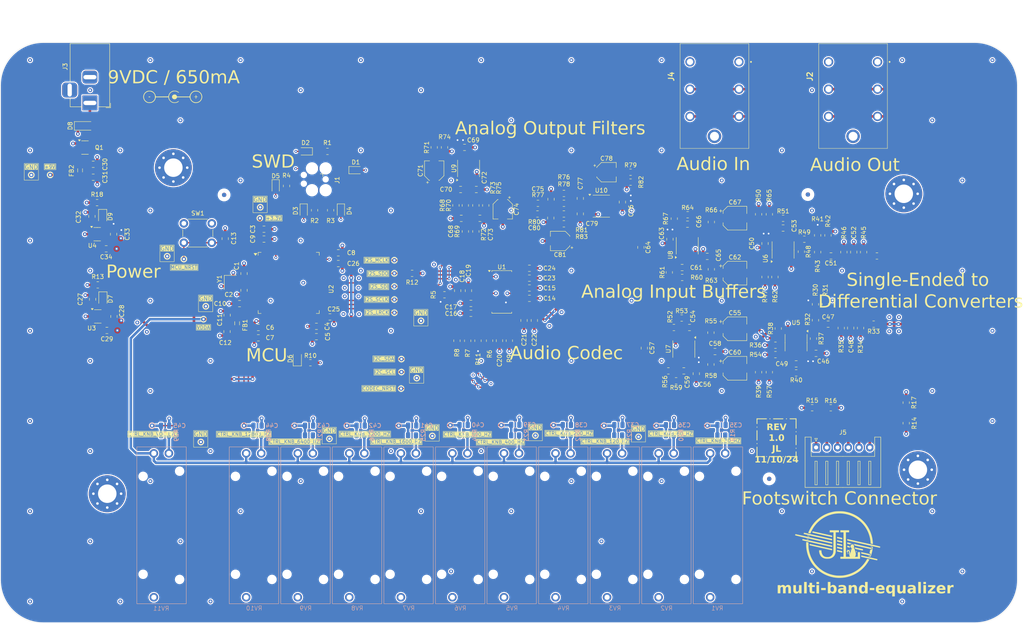
<source format=kicad_pcb>
(kicad_pcb (version 20240108) (generator "pcbnew") (generator_version "8.0")
  (layers (0 "F.Cu" signal) (1 "In1.Cu" power) (2 "In2.Cu" power) (31 "B.Cu" signal) (34 "B.Paste" user) (35 "F.Paste" user) (36 "B.SilkS" user "B.Silkscreen") (37 "F.SilkS" user "F.Silkscreen") (38 "B.Mask" user) (39 "F.Mask" user) (44 "Edge.Cuts" user))
  (net 0 "")
  (net 1 "+5V")
  (net 2 "GND")
  (net 3 "/MCU_NRST")
  (net 4 "/VDDA")
  (net 5 "Net-(U1-VD)")
  (net 6 "/ASIGNAL_IN_L-")
  (net 7 "+3.3V")
  (net 8 "Net-(Q1-S)")
  (net 9 "/ASIGNAL_IN_R-")
  (net 10 "+9V")
  (net 11 "/CODEC_VCOM")
  (net 12 "/CODEC_VFILT")
  (net 13 "/ASIGNAL_IN_L+")
  (net 14 "Net-(U3-BP)")
  (net 15 "/ASIGNAL_IN_R+")
  (net 16 "Net-(C25-Pad1)")
  (net 17 "/CTRL_KNB_30_HZ")
  (net 18 "Net-(U4-BP)")
  (net 19 "/CODEC_NRST_FILT")
  (net 20 "Net-(D2-K)")
  (net 21 "/MCU_XTI")
  (net 22 "/MCU_XTO")
  (net 23 "Net-(U7B--)")
  (net 24 "/CTRL_KNB_60_HZ")
  (net 25 "Net-(U5A-+)")
  (net 26 "/ASIGNAL_IN_L")
  (net 27 "/ASIGNAL_IN_R")
  (net 28 "/CTRL_KNB_200_HZ")
  (net 29 "/CTRL_KNB_400_HZ")
  (net 30 "Net-(U5B--)")
  (net 31 "Net-(U5B-+)")
  (net 32 "/CTRL_KNB_800_HZ")
  (net 33 "Net-(U7B-+)")
  (net 34 "/CTRL_KNB_1600_HZ")
  (net 35 "/CTRL_KNB_3200_HZ")
  (net 36 "Net-(U6B--)")
  (net 37 "Net-(U6A-+)")
  (net 38 "Net-(U6B-+)")
  (net 39 "Net-(U8B--)")
  (net 40 "Net-(U8B-+)")
  (net 41 "Net-(U7A--)")
  (net 42 "/CTRL_KNB_6400_HZ")
  (net 43 "Net-(U9A--)")
  (net 44 "Net-(U7A-+)")
  (net 45 "/CTRL_KNB_VOL_LVL")
  (net 46 "Net-(U9A-+)")
  (net 47 "/Single-Ended to Differential Converter Channel A/+2V5_VOLT_DIV")
  (net 48 "Net-(C26-Pad1)")
  (net 49 "/Single-Ended to Differential Converter Channel B/+2V5_VOLT_DIV")
  (net 50 "/CTRL_KNB_120_HZ")
  (net 51 "Net-(U8A--)")
  (net 52 "/CTRL_KNB_12800_HZ")
  (net 53 "Net-(C47-Pad1)")
  (net 54 "Net-(U8A-+)")
  (net 55 "Net-(U10A--)")
  (net 56 "Net-(C51-Pad1)")
  (net 57 "Net-(C54-Pad2)")
  (net 58 "Net-(C59-Pad2)")
  (net 59 "/CODEC_NRST")
  (net 60 "/I2C_SDA")
  (net 61 "/I2C_SCL")
  (net 62 "/I2C_AD0")
  (net 63 "Net-(C61-Pad2)")
  (net 64 "/CODEC_AOUTA-")
  (net 65 "/CODEC_AINB_BUFF+")
  (net 66 "/I2S_MCLK")
  (net 67 "/CODEC_BMUTEC")
  (net 68 "/CODEC_AOUTA+")
  (net 69 "/CODEC_XTO")
  (net 70 "/CODEC_AINA_BUFF+")
  (net 71 "/CODEC_AOUTB-")
  (net 72 "/CODEC_AINA_BUFF-")
  (net 73 "/CODEC_AMUTEC")
  (net 74 "/I2S_LRCK")
  (net 75 "/CODEC_AINB_BUFF-")
  (net 76 "/CODEC_AOUTB+")
  (net 77 "Net-(C70-Pad2)")
  (net 78 "/I2S_SCLK")
  (net 79 "Net-(C66-Pad2)")
  (net 81 "Net-(C68-Pad2)")
  (net 82 "Net-(C71-Pad2)")
  (net 83 "Net-(U10A-+)")
  (net 84 "Net-(D6-K)")
  (net 89 "Net-(C73-Pad2)")
  (net 90 "Net-(C74-Pad1)")
  (net 91 "Net-(C77-Pad2)")
  (net 93 "Net-(C78-Pad2)")
  (net 96 "Net-(C75-Pad2)")
  (net 97 "Net-(R19-Pad1)")
  (net 98 "/MCU_LED_STATUS_RED")
  (net 100 "Net-(D7-K)")
  (net 102 "Net-(D9-K)")
  (net 103 "Net-(D3-K)")
  (net 108 "Net-(D8-A2)")
  (net 109 "Net-(D5-K)")
  (net 113 "Net-(C80-Pad2)")
  (net 117 "/I2S_SDO")
  (net 118 "/CODEC_AOUT_R")
  (net 122 "/CODEC_AOUT_L")
  (net 123 "Net-(D4-K)")
  (net 124 "Net-(R20-Pad1)")
  (net 125 "Net-(R21-Pad1)")
  (net 126 "Net-(R22-Pad1)")
  (net 127 "Net-(R23-Pad1)")
  (net 129 "Net-(C81-Pad1)")
  (net 132 "Net-(R24-Pad1)")
  (net 136 "Net-(R25-Pad1)")
  (net 140 "Net-(R26-Pad1)")
  (net 152 "/I2S_SDI")
  (net 164 "/MCU_SWCLK")
  (net 165 "/MCU_SWDIO")
  (net 172 "/MCU_SWO")
  (net 173 "/ASIGNAL_OUT_R")
  (net 174 "/ASIGNAL_OUT_L")
  (net 175 "Net-(R27-Pad1)")
  (net 176 "Net-(R28-Pad1)")
  (net 177 "Net-(R29-Pad1)")
  (footprint "Resistor_SMD:R_0805_2012Metric" (layer "F.Cu") (at 213.74 188.1625 180)
    (property "Reference" "R18")
    (property "Value" "2k2")
  )
  (footprint "Resistor_SMD:R_0805_2012Metric" (layer "F.Cu") (at 371.52 205.48 90)
    (property "Reference" "R62")
    (property "Value" "100k")
  )
  (footprint "TestPoint:TestPoint_THTPad_D1.0mm_Drill0.5mm" (layer "F.Cu") (at 291.7775 242.475)
    (property "Reference" "TP22" (hide yes))
    (property "Value" "TestPoint")
  )
  (footprint "Resistor_SMD:R_0805_2012Metric" (layer "F.Cu") (at 263.4 225.43)
    (property "Reference" "R10")
    (property "Value" "2k2")
  )
  (footprint "Capacitor_SMD:C_0805_2012Metric" (layer "F.Cu") (at 300.755 213.925 180)
    (property "Reference" "C16")
    (property "Value" "1u")
  )
  (footprint "Resistor_SMD:R_0805_2012Metric" (layer "F.Cu") (at 297.505 220.3125 90)
    (property "Reference" "R8")
    (property "Value" "2k2")
  )
  (footprint "Capacitor_SMD:C_0805_2012Metric" (layer "F.Cu") (at 340.32 198.58 -90)
    (property "Reference" "C64")
    (property "Value" "2.7n")
  )
  (footprint "TestPoint:TestPoint_THTPad_D1.0mm_Drill0.5mm" (layer "F.Cu") (at 289.1375 215.675)
    (property "Reference" "TP20" (hide yes))
    (property "Value" "TestPoint")
  )
  (footprint "Capacitor_SMD:C_0805_2012Metric" (layer "F.Cu") (at 251.28 219.63 180)
    (property "Reference" "C7")
    (property "Value" "1u")
  )
  (footprint "Capacitor_SMD:C_0805_2012Metric" (layer "F.Cu") (at 381.085 223.245)
    (property "Reference" "C46")
    (property "Value" "100n")
  )
  (footprint "Resistor_SMD:R_0805_2012Metric" (layer "F.Cu") (at 301.910016 194.87 90)
    (property "Reference" "R72")
    (property "Value" "1.33k")
  )
  (footprint "Resistor_SMD:R_0805_2012Metric" (layer "F.Cu") (at 348.095 191.895 -90)
    (property "Reference" "R67")
    (property "Value" "91R")
  )
  (footprint "Capacitor_SMD:C_0805_2012Metric" (layer "F.Cu") (at 212.84 179.24)
    (property "Reference" "C30")
    (property "Value" "2u2")
  )
  (footprint "Resistor_SMD:R_0805_2012Metric" (layer "F.Cu") (at 294.605 209.61 180)
    (property "Reference" "R5")
    (property "Value" "5.1R")
  )
  (footprint "Capacitor_SMD:C_0805_2012Metric" (layer "F.Cu") (at 326.22 190.785 -90)
    (property "Reference" "C79")
    (property "Value" "1.5n")
  )
  (footprint "Resistor_SMD:R_0805_2012Metric" (layer "F.Cu") (at 356.72 203.68 -90)
    (property "Reference" "R63")
    (property "Value" "10k")
  )
  (footprint "Package_SO:SOIC-8_3.9x4.9mm_P1.27mm" (layer "F.Cu") (at 300.215 180.21 90)
    (property "Reference" "U9")
    (property "Value" "NE5532")
  )
  (footprint "LOGO" (layer "F.Cu") (at 231.35 163.55)
    (property "Reference" "G***" (hide yes))
    (property "Value" "LOGO" (hide yes))
  )
  (footprint "Capacitor_SMD:C_0805_2012Metric" (layer "F.Cu") (at 314.38 208.04)
    (property "Reference" "C15")
    (property "Value" "100n")
  )
  (footprint "Resistor_SMD:R_0805_2012Metric" (layer "F.Cu") (at 386.955 217.3575 90)
    (property "Reference" "R35")
    (property "Value" "1M")
  )
  (footprint "Resistor_SMD:R_0805_2012Metric" (layer "F.Cu") (at 369.22 205.48 90)
    (property "Reference" "R47")
    (property "Value" "22k")
  )
  (footprint "Capacitor_SMD:C_0805_2012Metric" (layer "F.Cu") (at 247.9475 204.675 90)
    (property "Reference" "C1")
    (property "Value" "10p")
  )
  (footprint "Package_TO_SOT_SMD:SOT-23-3" (layer "F.Cu") (at 210.9275 175.35)
    (property "Reference" "Q1")
    (property "Value" "SI2347DS-T1-BE3")
  )
  (footprint "Capacitor_SMD:C_0805_2012Metric" (layer "F.Cu") (at 341.12 222.03 90)
    (property "Reference" "C57")
    (property "Value" "2.7n")
  )
  (footprint "Capacitor_SMD:C_0805_2012Metric" (layer "F.Cu") (at 336.02 188.035 -90)
    (property "Reference" "C76")
    (property "Value" "100n")
  )
  (footprint "TestPoint:TestPoint_THTPad_D1.0mm_Drill0.5mm" (layer "F.Cu") (at 282.945 204.625)
    (property "Reference" "TP10" (hide yes))
    (property "Value" "TestPoint")
  )
  (footprint "Resistor_SMD:R_0805_2012Metric" (layer "F.Cu") (at 380.19 235.91 180)
    (property "Reference" "R15")
    (property "Value" "1M")
  )
  (footprint "Resistor_SMD:R_0805_2012Metric" (layer "F.Cu") (at 367.72 227.63 90)
    (property "Reference" "R39")
    (property "Value" "22k")
  )
  (footprint "Resistor_SMD:R_0805_2012Metric" (layer "F.Cu") (at 349.9325 205.58)
    (property "Reference" "R60")
    (property "Value" "634R")
  )
  (footprint "Capacitor_SMD:CP_Elec_4x5.4" (layer "F.Cu") (at 308.17 189.71 -90)
    (property "Reference" "C74")
    (property "Value" "22u")
  )
  (footprint "Capacitor_SMD:CP_Elec_5x5.4" (layer "F.Cu") (at 362.22 226.73)
    (property "Reference" "C60")
    (property "Value" "10u")
  )
  (footprint "Capacitor_SMD:C_0805_2012Metric" (layer "F.Cu") (at 217.665 214.6625 -90)
    (property "Reference" "C28")
    (property "Value" "2u2")
  )
  (footprint "Capacitor_SMD:C_0805_2012Metric" (layer "F.Cu") (at 298.512508 191.825)
    (property "Reference" "C68")
    (property "Value" "2.2n")
  )
  (footprint "TestPoint:TestPoint_THTPad_D1.0mm_Drill0.5mm" (layer "F.Cu") (at 282.945 210.725)
    (property "Reference" "TP8" (hide yes))
    (property "Value" "TestPoint")
  )
  (footprint "Capacitor_SMD:C_0805_2012Metric" (layer "F.Cu") (at 353.22 227.98 -90)
    (property "Reference" "C56")
    (property "Value" "100n")
  )
  (footprint "Resistor_SMD:R_0805_2012Metric" (layer "F.Cu") (at 337.92 183.385)
    (property "Reference" "R82")
    (property "Value" "47k")
  )
  (footprint "Resistor_SMD:R_0805_2012Metric" (layer "F.Cu") (at 316.2575 190.802508)
    (property "Reference" "R80")
    (property "Value" "1.33k")
  )
  (footprint "Capacitor_SMD:C_0805_2012Metric" (layer "F.Cu") (at 297.68 208.66 -90)
    (property "Reference" "C18")
    (property "Value" "1u")
  )
  (footprint "Fiducial:Fiducial_1mm_Mask3mm" (layer "F.Cu") (at 370.19 252.46)
    (property "Reference" "FID3" (hide yes))
    (property "Value" "Fiducial")
  )
  (footprint "Capacitor_SMD:C_0805_2012Metric" (layer "F.Cu") (at 216.0275 217.9125)
    (property "Reference" "C29")
    (property "Value" "10n")
  )
  (footprint "Package_SO:SOIC-8_3.9x4.9mm_P1.27mm" (layer "F.Cu") (at 351.11 198.205 90)
    (property "Reference" "U8")
    (property "Value" "NE5532")
  )
  (footprint "Capacitor_SMD:C_0805_2012Metric" (layer "F.Cu") (at 349.92 203.28 180)
    (property "Reference" "C61")
    (property "Value" "470p")
  )
  (footprint "Capacitor_SMD:C_0805_2012Metric" (layer "F.Cu") (at 347.085 196.68 -90)
    (property "Reference" "C63")
    (property "Value" "100n")
  )
  (footprint "Resistor_SMD:R_0805_2012Metric" (layer "F.Cu") (at 381.47 199.68 90)
    (property "Reference" "R43")
    (property "Value" "1M")
  )
  (footprint "Capacitor_SMD:C_0805_2012Metric" (layer "F.Cu") (at 302.852508 191.815 180)
    (property "Reference" "C73")
    (property "Value" "6.8n")
  )
  (footprint "Resistor_SMD:R_0805_2012Metric" (layer "F.Cu") (at 322.4075 186.022508)
    (property "Reference" "R76")
    (property "Value" "4.99k")
  )
  (footprint "Capacitor_SMD:C_0805_2012Metric" (layer "F.Cu") (at 314.38 210.44)
    (property "Reference" "C14")
    (property "Value" "1u")
  )
  (footprint "TestPoint:TestPoint_THTPad_D1.0mm_Drill0.5mm" (layer "F.Cu") (at 202.83 181.71 180)
    (property "Reference" "TP12" (hide yes))
    (property "Value" "TestPoint")
  )
  (footprint "Resistor_SMD:R_0805_2012Metric" (layer "F.Cu") (at 257.84 184.2875 -90)
    (property "Reference" "R4")
    (property "Value" "22R")
  )
  (footprint "Resistor_SMD:R_0805_2012Metric" (layer "F.Cu") (at 380.955 211.835 90)
    (property "Reference" "R30")
    (property "Value" "1k")
  )
  (footprint "TestPoint:TestPoint_THTPad_D1.0mm_Drill0.5mm" (layer "F.Cu") (at 239.0475 212.295)
    (property "Reference" "TP19" (hide yes))
    (property "Value" "TestPoint")
  )
  (footprint "Capacitor_SMD:C_0805_2012Metric" (layer "F.Cu") (at 389.87 199.68 90)
    (property "Reference" "C52")
    (property "Value" "220p")
  )
  (footprint "Resistor_SMD:R_0805_2012Metric" (layer "F.Cu") (at 383.235 211.83 -90)
    (property "Reference" "R31")
    (property "Value" "1k")
  )
  (footprint "Capacitor_SMD:C_0805_2012Metric" (layer "F.Cu") (at 246.9 211.675 180)
    (property "Reference" "C10")
    (property "Value" "1u")
  )
  (footprint "Capacitor_SMD:C_0805_2012Metric" (layer "F.Cu") (at 373.425 194.08)
    (property "Reference" "C53")
    (property "Value" "100p")
  )
  (footprint "Package_TO_SOT_SMD:SOT-23-5" (layer "F.Cu") (at 213.915 214.65)
    (property "Reference" "U3")
    (property "Value" "SPX3819M5-L-3-3")
  )
  (footprint "Resistor_SMD:R_0805_2012Metric" (layer "F.Cu") (at 299.462508 188.8125 90)
    (property "Reference" "R70")
    (property "Value" "2.32k")
  )
  (footprint "MountingHole:MountingHole_4.3mm_M4_Pad_Via" (layer "F.Cu") (at 401.52 186.11)
    (property "Reference" "H2" (hide yes))
    (property "Value" "MountingHole_Pad")
  )
  (footprint "Capacitor_SMD:CP_Elec_5x5.4" (layer "F.Cu") (at 362.22 204.58)
    (property "Reference" "C62")
    (property "Value" "10u")
  )
  (footprint "Capacitor_SMD:C_0805_2012Metric" (layer "F.Cu") (at 215.865 198.9125)
    (property "Reference" "C34")
    (property "Value" "10n")
  )
  (footprint "Diode_SMD:D_SOD-323" (layer "F.Cu") (at 262.265 176.2375 180)
    (property "Reference" "D2")
    (property "Value" "Zener")
  )
  (footprint "Resistor_SMD:R_0805_2012Metric" (layer "F.Cu") (at 356.72 192.68 -90)
    (property "Reference" "R66")
    (property "Value" "10k")
  )
  (footprint "Capacitor_SMD:C_0805_2012Metric" (layer "F.Cu") (at 247.9475 208.575 -90)
    (property "Reference" "C2")
    (property "Value" "10p")
  )
  (footprint "Resistor_SMD:R_0805_2012Metric" (layer "F.Cu") (at 292.215 175.31 90)
    (property "Reference" "R71")
    (property "Value" "1.3K")
  )
  (footprint "Resistor_SMD:R_0805_2012Metric" (layer "F.Cu") (at 381.47 195.78 90)
    (property "Reference" "R41")
    (property "Value" "1k")
  )
  (footprint "Resistor_SMD:R_0805_2012Metric" (layer "F.Cu") (at 268.1025 189.9375 -90)
    (property "Reference" "R3")
    (property "Value" "22R")
  )
  (footprint "Capacitor_SMD:C_0805_2012Metric" (layer "F.Cu") (at 376.465 225.7 180)
    (property "Reference" "C49")
    (property "Value" "100p")
  )
  (footprint "TestPoint:TestPoint_THTPad_D1.0mm_Drill0.5mm" (layer "F.Cu") (at 339.7775 242.675)
    (property "Reference" "TP23" (hide yes))
    (property "Value" "TestPoint")
  )
  (footprint "Resistor_SMD:R_0805_2012Metric" (layer "F.Cu") (at 384.52 235.92)
    (property "Reference" "R16")
    (property "Value" "1M")
  )
  (footprint "Package_SO:SOIC-8_3.9x4.9mm_P1.27mm" (layer "F.Cu") (at 350.32 222.255 -90)
    (property "Reference" "U7")
    (property "Value" "NE5532")
  )
  (footprint "Inductor_SMD:L_0805_2012Metric" (layer "F.Cu") (at 246.34 216.25 -90)
    (property "Reference" "FB1")
    (property "Value" "120R")
  )
  (footprint "Resistor_SMD:R_0805_2012Metric" (layer "F.Cu") (at 378.37 196.68)
    (property "Reference" "R49")
    (property "Value" "1k")
  )
  (footprint "Resistor_SMD:R_0805_2012Metric" (layer "F.Cu") (at 264.365 189.9375 -90)
    (property "Reference" "R2")
    (property "Value" "22R")
  )
  (footprint "Capacitor_SMD:C_0805_2012Metric" (layer "F.Cu") (at 217.59 195.5125 -90)
    (property "Reference" "C33")
    (property "Value" "2u2")
  )
  (footprint "Capacitor_SMD:C_0805_2012Metric" (layer "F.Cu") (at 389.155 217.3575 -90)
    (property "Reference" "C48")
    (property "Value" "220p")
  )
  (footprint "Resistor_SMD:R_0805_2012Metric" (layer "F.Cu") (at 402.08 234.72 90)
    (property "Reference" "R17")
    (property "Value" "1M")
  )
  (footprint "Resistor_SMD:R_0805_2012Metric" (layer "F.Cu") (at 304.210016 188.815 90)
    (property "Reference" "R75")
    (property "Value" "1.5k")
  )
  (footprint "Diode_SMD:D_SOD-323" (layer "F.Cu") (at 273.9625 180.61)
    (property "Reference" "D1")
    (property "Value" "Zener")
  )
  (footprint "Fiducial:Fiducial_1mm_Mask3mm" (layer "F.Cu") (at 243.32 186.36 90)
    (property "Reference" "FID1" (hide yes))
    (property "Value" "Fiducial")
  )
  (footprint "Capacitor_SMD:C_0805_2012Metric" (layer "F.Cu") (at 300.755 211.625 180)
    (property "Reference" "C17")
    (property "Value" "100n")
  )
  (footprint "Resistor_SMD:R_0805_2012Metric" (layer "F.Cu") (at 309.705 220.3 -90)
    (property "Reference" "R9")
    (property "Value" "10k")
  )
  (footprint "Resistor_SMD:R_0805_2012Metric" (layer "F.Cu") (at 377.67 199.58 -90)
    (property "Reference" "R48")
    (property "Value" "1k")
  )
  (footprint "Resistor_SMD:R_0805_2012Metric" (layer "F.Cu") (at 376.465 227.8 180)
    (property "Reference" "R40")
    (property "Value" "1k")
  )
  (footprint "Capacitor_SMD:C_0805_2012Metric" (layer "F.Cu") (at 383.905 216.445 180)
    (property "Reference" "C47")
    (property "Value" "68n")
  )
  (footprint "LED_SMD:LED_0805_2012Metric" (layer "F.Cu") (at 215.04 191.425 -90)
    (property "Reference" "D9")
    (property "Value" "LED_GREEN")
  )
  (footprint "Capacitor_SMD:C_0805_2012Metric" (layer "F.Cu") (at 355.77 200.68 180)
    (property "Reference" "C65")
    (property "Value" "10n")
  )
  (footprint "Capacitor_SMD:C_0805_2012Metric" (layer "F.Cu") (at 269.89 202.35)
    (property "Reference" "C26")
    (property "Value" "2u2")
  )
  (footprint "TestPoint:TestPoint_THTPad_D1.0mm_Drill0.5mm" (layer "F.Cu") (at 237.8975 243.885)
    (property "Reference" "TP21" (hide yes))
    (property "Value" "TestPoint")
  )
  (footprint "TestPoint:TestPoint_THTPad_D1.0mm_Drill0.5mm" (layer "F.Cu") (at 284.58 224.58)
    (property "Reference" "TP6" (hide yes))
    (property "Value" "TestPoint")
  )
  (footprint "Resistor_SMD:R_0805_2012Metric" (layer "F.Cu") (at 370.225 190.88 90)
    (property "Reference" "R65")
    (property "Value" "100k")
  )
  (footprint "Resistor_SMD:R_0805_2012Metric" (layer "F.Cu") (at 373.425 191.805)
    (property "Reference" "R51")
    (property "Value" "1k")
  )
  (footprint "Resistor_SMD:R_0805_2012Metric" (layer "F.Cu") (at 394.505 216.445 180)
    (property "Reference" "R33")
    (property "Value" "1k")
  )
  (footprint "Resistor_SMD:R_0805_2012Metric" (layer "F.Cu") (at 402.08 239.5 -90)
    (property "Reference" "R14")
    (property "Value" "1M")
  )
  (footprint "MountingHole:MountingHole_4.3mm_M4_Pad_Via" (layer "F.Cu") (at 216.11 255.92)
    (property "Reference" "H3" (hide yes))
    (property "Value" "MountingHole_Pad")
  )
  (footprint "TestPoint:TestPoint_THTPad_D1.0mm_Drill0.5mm" (layer "F.Cu") (at 251.6325 191.8)
    (property "Reference" "TP1" (hide yes))
    (property "Value" "TestPoint")
  )
  (footprint "Capacitor_SMD:C_0805_2012Metric" (layer "F.Cu") (at 315.52 215.59 -90)
    (property "Reference" "C22")
    (property "Value" "1u")
  )
  (footprint "Crystal:Crystal_SMD_2520-4Pin_2.5x2.0mm" (layer "F.Cu") (at 244.7475 206.75 -90)
    (property "Reference" "Y1")
    (property "Value" "24 MHz")
  )
  (footprint "Resistor_SMD:R_0805_2012Metric" (layer "F.Cu") (at 316.3575 188.322508)
    (property "Reference" "R77")
    (property "Value" "4.42k")
  )
  (footprint "Diode_SMD:D_SOD-323" (layer "F.Cu") (at 255.315 184.4375 -90)
    (property "Reference" "D5")
    (property "Value" "Zener")
  )
  (footprint "Capacitor_SMD:C_0805_2012Metric" (layer "F.Cu") (at 351.17 193.18 180)
    (property "Reference" "C66")
    (property "Value" "470p")
  )
  (footprint "Resistor_SMD:R_0805_2012Metric" (layer "F.Cu") (at 367.725 190.88 -90)
    (property "Reference" "R50")
    (property "Value" "22k")
  )
  (footprint "Resistor_SMD:R_0805_2012Metric" (layer "F.Cu") (at 322.4 193.102508)
    (property "Reference" "R83")
    (property "Value" "1.5k")
  )
  (footprint "Capacitor_SMD:C_0805_2012Metric" (layer "F.Cu") (at 243.565 196.55 90)
    (property "Reference" "C13")
    (property "Value" "100n")
  )
  (footprint "LED_SMD:LED_0805_2012Metric" (layer "F.Cu") (at 215.1025 210.6125 -90)
    (property "Reference" "D7")
    (property "Value" "LED_GREEN")
  )
  (footprint "TestPoint:TestPoint_THTPad_D1.0mm_Drill0.5mm" (layer "F.Cu") (at 288.1475 229.005)
    (property "Reference" "TP16" (hide yes))
    (property "Value" "TestPoint")
  )
  (footprint "Resistor_SMD:R_0805_2012Metric" (layer "F.Cu") (at 391.455 217.3575 90)
    (property "Reference" "R34")
    (property "Value" "1k")
  )
  (footprint "Diode_SMD:D_SOD-323" (layer "F.Cu") (at 261.84 190.075 -90)
    (property "Reference" "D3")
    (property "Value" "Zener")
  )
  (footprint "Capacitor_SMD:C_0805_2012Metric" (layer "F.Cu") (at 313.12 215.59 -90)
    (property "Reference" "C21")
    (property "Value" "100n")
  )
  (footprint "Resistor_SMD:R_0805_2012Metric" (layer "F.Cu") (at 301.910016 188.81 90)
    (property "Reference" "R73")
    (property "Value" "715R")
  )
  (footprint "MountingHole:MountingHole_4.3mm_M4_Pad_Via" (layer "F.Cu") (at 231.5 180.03)
    (property "Reference" "H1" (hide yes))
    (property "Value" "MountingHole_Pad")
  )
  (footprint "Capacitor_SMD:C_0805_2012Metric" (layer "F.Cu") (at 252.59 194.35)
    (property "Reference" "C3")
    (property "Value" "10u")
  )
  (footprint "Capacitor_SMD:CP_Elec_5x5.4" (layer "F.Cu") (at 362.22 191.78)
    (property "Reference" "C67")
    (property "Value" "10u")
  )
  (footprint "Resistor_SMD:R_0805_2012Metric" (layer "F.Cu") (at 380.955 215.535 90)
    (property "Reference" "R32")
    (property "Value" "1M")
  )
  (footprint "Capacitor_SMD:C_0805_2012Metric" (layer "F.Cu") (at 314.38 203.44 180)
    (property "Reference" "C24")
    (property "Value" "47u")
  )
  (footprint "Resistor_SMD:R_0805_2012Metric" (layer "F.Cu") (at 346.935 204.405 90)
    (property "Reference" "R61")
    (property "Value" "91R")
  )
  (footprint "Resistor_SMD:R_0805_2012Metric" (layer "F.Cu") (at 297.272508 188.805 90)
    (property "Reference" "R68")
    (property "Value" "4.99k")
  )
  (footprint "TestPoint:TestPoint_THTPad_D1.0mm_Drill0.5mm" (layer "F.Cu") (at 238.515 215.3 180)
    (property "Reference" "TP2" (hide yes))
    (property "Value" "TestPoint")
  )
  (footprint "Connector_BarrelJack:BarrelJack_Horizontal" (layer "F.Cu") (at 212.07 164.96 -90)
    (property "Reference" "J3")
    (property "Value" "Barrel_Jack_Switch")
  )
  (footprint "Capacitor_SMD:C_0805_2012Metric" (layer "F.Cu") (at 357.57 222.83)
    (property "Reference" "C58")
    (property "Value" "10n")
  )
  (footprint "TestPoint:TestPoint_THTPad_D1.0mm_Drill0.5mm" (layer "F.Cu") (at 251.7275 189.255)
    (property "Reference" "TP15" (hide yes))
    (property "Value" "TestPoint")
  )
  (footprint "Capacitor_SMD:C_0805_2012Metric" (layer "F.Cu") (at 243.99 218.175 -90)
    (property "Reference" "C12")
    (property "Value" "2u2")
  )
  (footprint "Resistor_SMD:R_0805_2012Metric" (layer "F.Cu") (at 356.62 218.43 90)
    (property "Reference" "R55")
    (property "Value" "10k")
  )
  (footprint "Package_TO_SOT_SMD:SOT-23-5" (layer "F.Cu") (at 213.765 195.5125)
    (property "Reference" "U4")
    (property "Value" "SPX3819M5-L-5-0")
  )
  (footprint "TestPoint:TestPoint_THTPad_D1.0mm_Drill0.5mm" (layer "F.Cu") (at 282.945 207.675)
    (property "Reference" "TP9" (hide yes))
    (property "Value" "TestPoint")
  )
  (footprint "Resistor_SMD:R_0805_2012Metric" (layer "F.Cu") (at 380.49 219.82 90)
    (property "Reference" "R37")
    (property "Value" "1k")
  )
  (footprint "Resistor_SMD:R_0805_2012Metric" (layer "F.Cu") (at 322.4 190.802508)
    (property "Reference" "R81")
    (property "Value" "715R")
  )
  (footprint "Capacitor_SMD:C_0805_2012Metric" (layer "F.Cu") (at 300.18 208.66 -90)
    (property "Reference" "C19")
    (property "Value" "100n")
  )
  (footprint "Resistor_SMD:R_0805_2012Metric" (layer "F.Cu") (at 372.295 217.465 90)
    (property "Reference" "R38")
    (property "Value" "1k")
  )
  (footprint "Resistor_SMD:R_0805_2012Metric" (layer "F.Cu") (at 395.27 200.58 180)
    (property "Reference" "R44" (hide yes))
    (property "Value" "1k")
  )
  (footprint "TestPoint:TestPoint_THTPad_D1.0mm_Drill0.5mm" (layer "F.Cu") (at 284.51 231.45)
    (property "Reference" "TP4" (hide yes))
    (property "Value" "TestPoint")
  )
  (footprint "Resistor_SMD:R_0805_2012Metric" (layer "F.Cu") (at 294.615 175.31 90)
    (property "Reference" "R74")
    (property "Value" "47k")
  )
  (footprint "Capacitor_SMD:C_0805_2012Metric" (layer "F.Cu") (at 298.365 185.11 180)
    (property "Reference" "C70")
    (property "Value" "470p")
  )
  (footprint "Button_Switch_THT:SW_PUSH_6mm_H4.3mm" (layer "F.Cu") (at 233.94 193)
    (property "Reference" "SW1")
    (property "Value" "SW_Push")
  )
  (footprint "Connector_JST:JST_XH_S6B-XH-A_1x06_P2.50mm_Horizontal" (layer "F.Cu") (at 381.1 245.15)
    (property "Reference" "J5")
    (property "Value" "Conn_01x06_Socket")
  )
  (footprint "Resistor_SMD:R_0805_2012Metric" (layer "F.Cu") (at 337.92 181.085)
    (property "Reference" "R79")
    (property "Value" "1.3K")
  )
  (footprint "Capacitor_SMD:CP_Elec_4x5.4" (layer "F.Cu") (at 332.32 181.085)
    (property "Reference" "C78")
    (property "Value" "22u")
  )
  (footprint "Capacitor_SMD:C_0805_2012Metric" (layer "F.Cu") (at 302.015 185.11)
    (property "Reference" "C72")
    (property "Value" "1.5n")
  )
  (footprint "Capacitor_SMD:C_0805_2012Metric" (layer "F.Cu") (at 314.38 205.74 180)
    (property "Reference" "C23")
    (property "Value" "100n")
  )
  (footprint "Capacitor_SMD:C_0805_2012Metric" (layer "F.Cu") (at 326.22 187.185 90)
    (property "Reference" "C77")
    (property "Value" "470p")
  )
  (footprint "Resistor_SMD:R_0805_2012Metric" (layer "F.Cu") (at 213.9025 207.3125 180)
    (property "Reference" "R13")
    (property "Value" "2k2")
  )
  (footprint "Capacitor_SMD:C_0805_2012Metric" (layer "F.Cu") (at 244.015 214.35 90)
    (property "Reference" "C11")
    (property "Value" "2u2")
  )
  (footprint "TestPoint:TestPoint_THTPad_D1.0mm_Drill0.5mm" (layer "F.Cu") (at 233.94 201.3 180)
    (property "Reference" "TP3" (hide yes))
    (property "Value" "TestPoint")
  )
  (footprint "Resistor_SMD:R_0805_2012Metric" (layer "F.Cu") (at 370.22 227.63 -90)
    (property "Reference" "R57")
    (property "Value" "100k")
  )
  (footprint "LED_SMD:LED_0805_2012Metric" (layer "F.Cu") (at 260.35 224.49 90)
    (property "Reference" "D6")
    (property "Value" "LED_RED")
  )
  (footprint "Capacitor_SMD:C_0805_2012Metric" (layer "F.Cu") (at 384.57 200.58 180)
    (property "Reference" "C51")
    (property "Value" "68n")
  )
  (footprint "Resistor_SMD:R_0805_2012Metric" (layer "F.Cu") (at 392.17 199.68 -90)
    (property "Reference" "R45")
    (property "Value" "1k")
  )
  (footprint "Capacitor_SMD:C_0805_2012Metric" (layer "F.Cu") (at 264.8 216.96 180)
    (property "Reference" "C4")
    (property "Value" "1u")
  )
  (footprint "Capacitor_SMD:C_0805_2012Metric" (layer "F.Cu") (at 299.27 175.31)
    (property "Reference" "C69")
    (property "Value" "100n")
  )
  (footprint "Resistor_SMD:R_0805_2012Metric" (layer "F.Cu") (at 383.87 195.78 -90)
    (property "Reference" "R42")
    (property "Value" "1k")
  )
  (footprint "Capacitor_SMD:CP_Elec_4x5.4" (layer "F.Cu") (at 292.215 180.71 90)
    (property "Reference" "C71")
    (property "Value" "22u")
  )
  (footprint "Resistor_SMD:R_0805_2012Metric" (layer "F.Cu") (at 300.005 220.325 90)
    (property "Reference" "R7")
    (property "Value" "2k2")
  )
  (footprint "Resistor_SMD:R_0805_2012Metric" (layer "F.Cu") (at 322.4075 188.322508)
    (property "Reference" "R78")
    (property "Value" "2.32k")
  )
  (footprint "Capacitor_SMD:C_0805_2012Metric" (layer "F.Cu") (at 212.84 182.25)
    (property "Reference" "C31")
    (property "Value" "2u2")
  )
  (footprint "Capacitor_SMD:C_0805_2012Metric" (layer "F.Cu") (at 319.3475 191.752508 90)
    (property "Reference" "C80")
    (property "Value" "6.8n")
  )
  (footprint "Custom_Connectors:ACJSMHDR" (layer "F.Cu") (at 363.15 155.4 90)
    (property "Reference" "J4")
    (property "Value" "Input Audio" (hide yes))
  )
  (footprint "LOGO" (layer "F.Cu") (at 386.137165 267.570508)
    (property "Reference" "G***" (hide yes))
    (property "Value" "LOGO" (hide yes))
  )
  (footprint "TestPoint:TestPoint_THTPad_D1.0mm_Drill0.5mm" (layer "F.Cu") (at 230.0675 200.655)
    (property "Reference" "TP14" (hide yes))
    (property "Value" "TestPoint")
  )
  (footprint "Fiducial:Fiducial_1mm_Mask2mm" (layer "F.Cu") (at 265.95 196.69)
    (property "Reference" "FID7" (hide yes))
    (property "Value" "Fiducial")
  )
  (footprint "Resistor_SMD:R_0805_2012Metric" (layer "F.Cu") (at 371.645 223.55)
    (property "Reference" "R54")
    (property "Value" "100k")
  )
  (footprint "Resistor_SMD:R_0805_2012Metric" (layer "F.Cu") (at 348.52 229.63)
    (property "Reference" "R59")
    (property "Value" "91R")
  )
  (footprint "TestPoint:TestPoint_THTPad_D1.0mm_Drill0.5mm" (layer "F.Cu") (at 282.945 213.775)
    (property "Reference" "TP7" (hide yes))
    (property "Value" "TestPoint")
  )
  (footprint "Capacitor_SMD:C_0805_2012Metric" (layer "F.Cu") (at 264.8 219.36 180)
    (property "Reference" "C5")
    (property "Value" "1u")
  )
  (footprint "Capacitor_SMD:C_0805_2012Metric" (layer "F.Cu") (at 269.89 199.85)
    (property "Reference" "C8")
    (property "Value" "1u")
  )
  (footprint "Connector:Tag-Connect_TC2030-IDC-FP_2x03_P1.27mm_Vertical" (layer "F.Cu") (at 264.4 182.7375 180)
    (property "Reference" "J1")
    (property "Value" "TagConnect_TC2030")
  )
  (footprint "Capacitor_SMD:C_0805_2012Metric" (layer "F.Cu") (at 369.22 197.68 -90)
    (property "Reference" "C50")
    (property "Value" "100n")
  )
  (footprint "Fiducial:Fiducial_1mm_Mask3mm" (layer "F.Cu") (at 379.2 186.27 -90)
    (property "Reference" "FID2" (hide yes))
    (property "Value" "Fiducial")
  )
  (footprint "Package_SO:SOIC-8_3.9x4.9mm_P1.27mm" (layer "F.Cu") (at 376.44 220.77 -90)
    (property "Reference" "U5")
    (property "Value" "NE5532")
  )
  (footprint "Capacitor_SMD:C_0805_2012Metric" (layer "F.Cu") (at 252.59 196.65)
    (property "Reference" "C9")
    (property "Value" "1u")
  )
  (footprint "Capacitor_SMD:C_0805_2012Metric" (layer "F.Cu") (at 251.28 217.23 180)
    (property "Reference" "C6")
    (property "Value" "1u")
  )
  (footprint "Package_SO:SOIC-8_3.9x4.9mm_P1.27mm" (layer "F.Cu") (at 331.12 188.985)
    (property "Reference" "U10")
    (property "Value" "NE5532")
  )
  (footprint "MountingHole:MountingHole_4.3mm_M4_Pad_Via" (layer "F.Cu") (at 404.8 250.34)
    (property "Reference" "H4" (hide yes))
    (property "Value" "MountingHole_Pad")
  )
  (footprint "Capacitor_SMD:C_0805_2012Metric" (layer "F.Cu") (at 212.54 191.3625 90)
    (property "Reference" "C32")
    (property "Value" "2u2")
  )
  (footprint "Package_QFP:LQFP-100_14x14mm_P0.5mm" (layer "F.Cu") (at 258.3475 206.85)
    (property "Reference" "U2")
    (property "Value" "STM32H7B0VBT6")
  )
  (footprint "Resistor_SMD:R_0805_2012Metric" (layer "F.Cu") (at 387.57 199.68 -90)
    (property "Reference" "R46")
    (property "Value" "1M")
  )
  (footprint "TestPoint:TestPoint_THTPad_D1.0mm_Drill0.5mm" (layer "F.Cu") (at 315.7775 242.375)
    (property "Reference" "TP18" (hide yes))
    (property "Value" "TestPoint")
  )
  (footprint "Inductor_SMD:L_0805_2012Metric" (layer "F.Cu") (at 209.79 180.65 -90)
    (property "Reference" "FB2")
    (property "Value" "120R")
  )
  (footprint "TestPoint:TestPoint_THTPad_D1.0mm_Drill0.5mm" (layer "F.Cu") (at 284.58 227.6)
    (property "Reference" "TP5" (hide yes))
    (property "Value" "TestPoint")
  )
  (footprint "Custom_Connectors:ACJSMHDR" (layer "F.Cu") (at 395.41 155.4 90)
    (property "Reference" "J2")
    (property "Value" "Output Audio" (hide yes))
  )
  (footprint "TestPoint:TestPoint_THTPad_D1.0mm_Drill0.5mm" (layer "F.Cu") (at 267.8275 243.125)
    (property "Reference" "TP17" (hide yes))
    (property "Value" "TestPoint")
  )
  (footprint "Package_SO:TSSOP-28_4.4x9.7mm_P0.65mm" (layer "F.Cu") (at 307.9475 208.95)
    (property "Reference" "U1")
    (property "Value" "CS4272")
  )
  (footprint "Resistor_SMD:R_0805_2012Metric" (layer "F.Cu") (at 351.205 190.985)
    (property "Reference" "R64")
    (property "Value" "634R")
  )
  (footprint "Resistor_SMD:R_0805_2012Metric" (layer "F.Cu") (at 356.62 225.8425 90)
    (property "Reference" "R58")
    (property "Value" "10k")
  )
  (footprint "Capacitor_SMD:C_0805_2012Metric" (layer "F.Cu") (at 350.32 227.33)
    (property "Reference" "C59")
    (property "Value" "470p")
  )
  (footprint "TestPoint:TestPoint_THTPad_D1.0mm_Drill0.5mm" (layer "F.Cu") (at 198.4325 181.725)
    (property "Reference" "TP13" (hide yes))
    (property "Value" "TestPoint")
  )
  (footprint "Resistor_SMD:R_0805_2012Metric" (layer "F.Cu") (at 305.105 220.3 90)
    (property "Reference" "R6")
    (property "Value" "5k1")
  )
  (footprint "Resistor_SMD:R_0805_2012Metric" (layer "F.Cu") (at 349.82 215.03)
    (property "Reference" "R53")
    (property "Value" "91R")
  )
  (footprint "Resistor_SMD:R_0805_2012Metric" (layer "F.Cu") (at 348.0075 217.23)
    (property "Reference" "R52")
    (property "Value" "634R")
  )
  (footprint "Diode_SMD:D_SOD-123F" (layer "F.Cu") (at 210.67 170.3)
    (property "Reference" "D8")
    (property "Value" "D_TVS")
  )
  (footprint "Resistor_SMD:R_0805_2012Metric" (layer "F.Cu") (at 302.405 220.3125 -90)
    (property "Reference" "R11")
    (property "Value" "10k")
  )
  (footprint "Capacitor_SMD:C_0805_2012Metric" (layer "F.Cu") (at 267.9475 214.775)
    (property "Reference" "C25")
    (property "Value" "2u2")
  )
  (footprint "TestPoint:TestPoint_THTPad_D1.0mm_Drill0.5mm" (layer "F.Cu") (at 282.945 201.575)
    (property "Reference" "TP11" (hide yes))
    (property "Value" "TestPoint")
  )
  (footprint "Resistor_SMD:R_0805_2012Metric" (layer "F.Cu") (at 371.645 221.35)
    (property "Reference" "R36")
    (property "Value" "22k")
  )
  (footprint "Diode_SMD:D_SOD-323" (layer "F.Cu") (at 270.49 190.075 -90)
    (property "Reference" "D4")
    (property "Value" "Zener")
  )
  (footprint "Capacitor_SMD:C_0805_2012Metric" (layer "F.Cu") (at 319.4075 187.372508 -90)
    (property "Reference" "C75")
    (property "Value" "2.2n")
  )
  (footprint "Capacitor_SMD:C_0805_2012Metric" (layer "F.Cu") (at 351.6325 217.23)
    (property "Reference" "C54")
    (property "Value" "470p")
  )
  (footprint "Capacitor_SMD:C_0805_2012Metric" (layer "F.Cu") (at 212.7025 210.6625 90)
    (property "Reference" "C27")
    (property "Value" "2u2")
  )
  (footprint "Resistor_SMD:R_0805_2012Metric" (layer "F.Cu") (at 267.365 176.2375)
    (property "Reference" "R1")
    (property "Value" "22R")
  )
  (footprint "Capacitor_SMD:C_0805_2012Metric" (layer "F.Cu") (at 307.405 220.3 -90)
    (property "Reference" "C20")
    (property "Value" "2u2")
  )
  (footprint "Resistor_SMD:R_0805_2012Metric" (layer "F.Cu") (at 346.72 227.33)
    (property "Reference" "R56")
    (property "Value" "634R")
  )
  (footprint "Capacitor_SMD:CP_Elec_4x5.4" (layer "F.Cu") (at 321.52 197.09 180)
    (property "Reference" "C81")
    (property "Value" "22u")
  )
  (footprint "Resistor_SMD:R_0805_2012Metric" (layer "F.Cu") (at 299.470016 194.875 90)
    (property "Reference" "R69")
    (property "Value" "4.42k")
  )
  (footprint "Resistor_SMD:R_0805_2012Metric" (layer "F.Cu") (at 287.07 204.625)
    (property "Reference" "R12")
    (property "Value" "10k")
  )
  (footprint "Capacitor_SMD:CP_Elec_5x5.4" (layer "F.Cu") (at 362.22 217.53)
    (property "Reference" "C55")
    (property "Value" "10u")
  )
  (footprint "Package_SO:SOIC-8_3.9x4.9mm_P1.27mm" (layer "F.Cu") (at 373.42 199.18 90)
    (property "Reference" "U6")
    (property "Value" "NE5532")
  )
  (footprint "Resistor_SMD:R_0805_2012Metric" (layer "B.Cu") (at 335.0425 242.325 180)
    (property "Reference" "R21")
    (property "Value" "5k1")
  )
  (footprint "TestPoint:TestPoint_THTPad_D1.0mm_Drill0.5mm" (layer "B.Cu") (at 271.89 240.08 -90)
    (property "Reference" "TP31" (hide yes))
    (property "Value" "TestPoint")
  )
  (footprint "Resistor_SMD:R_0805_2012Metric" (layer "B.Cu") (at 359.0425 242.325 180)
    (property "Reference" "R19")
    (property "Value" "5k1")
  )
  (footprint "Custom_Potentiometers:PTA2043-2015CPB502" (layer "B.Cu") (at 332.4525 280.025 180)
    (property "Reference" "RV3")
    (property "Value" "5k")
  )
  (footprint "TestPoint:TestPoint_THTPad_D1.0mm_Drill0.5mm" (layer "B.Cu") (at 331.73 240.08 -90)
    (property "Reference" "TP26" (hide yes))
    (property "Value" "TestPoint")
  )
  (footprint "TestPoint:TestPoint_THTPad_D1.0mm_Drill0.5mm" (layer "B.Cu") (at 319.98 239.96 -90)
    (property "Reference" "TP27" (hide yes))
    (property "Value" "TestPoint")
  )
  (footprint "TestPoint:TestPoint_THTPad_D1.0mm_Drill0.5mm" (layer "B.Cu") (at 307.83 239.97 -90)
    (property "Reference" "TP28" (hide yes))
    (property "Value" "TestPoint")
  )
  (footprint "Custom_Potentiometers:PTA2043-2015CPB502" (layer "B.Cu") (at 260.4525 280.025 180)
    (property "Reference" "RV9")
    (property "Value" "5k")
  )
  (footprint "Custom_Potentiometers:PTA2043-2015CPB502" (layer "B.Cu") (at 226.9525 280.025 180)
    (property "Reference" "RV11")
    (property "Value" "5k")
  )
  (footprint "Resistor_SMD:R_0805_2012Metric" (layer "B.Cu") (at 299.02 242.325 180)
    (property "Reference" "R24")
    (property "Value" "5k1")
  )
  (footprint "Resistor_SMD:R_0805_2012Metric" (layer "B.Cu") (at 229.5525 242.325 180)
    (property "Reference" "R29")
    (property "Value" "5k1")
  )
  (footprint "Capacitor_SMD:C_0805_2012Metric" (layer "B.Cu") (at 323.09 239.925)
    (property "Reference" "C38")
    (property "Value" "100n")
  )
  (footprint "Custom_Potentiometers:PTA2043-2015CPB502" (layer "B.Cu") (at 284.4525 280.025 180)
    (property "Reference" "RV7")
    (property "Value" "5k")
  )
  (footprint "Capacitor_SMD:C_0805_2012Metric" (layer "B.Cu") (at 287.09 240.05)
    (property "Reference" "C41")
    (property "Value" "100n")
  )
  (footprint "TestPoint:TestPoint_THTPad_D1.0mm_Drill0.5mm" (layer "B.Cu") (at 247.94 240.08 -90)
    (property "Reference" "TP33" (hide yes))
    (property "Value" "TestPoint")
  )
  (footprint "Capacitor_SMD:C_0805_2012Metric" (layer "B.Cu") (at 299.065 239.925)
    (property "Reference" "C40")
    (property "Value" "100n")
  )
  (footprint "Fiducial:Fiducial_1mm_Mask3mm" (layer "B.Cu") (at 379.19 186.28 90)
    (property "Reference" "FID4" (hide yes))
    (property "Value" "Fiducial")
  )
  (footprint "Capacitor_SMD:C_0805_2012Metric" (layer "B.Cu") (at 275.09 240.075)
    (property "Reference" "C42")
    (property "Value" "100n")
  )
  (footprint "Fiducial:Fiducial_1mm_Mask3mm" (layer "B.Cu") (at 370.19 252.46 180)
    (property "Reference" "FID6" (hide yes))
    (property "Value" "Fiducial")
  )
  (footprint "Resistor_SMD:R_0805_2012Metric" (layer "B.Cu") (at 287.0525 242.325 180)
    (property "Reference" "R25")
    (property "Value" "5k1")
  )
  (footprint "Capacitor_SMD:C_0805_2012Metric" (layer "B.Cu") (at 335.09 239.925)
    (property "Reference" "C37")
    (property "Value" "100n")
  )
  (footprint "Custom_Potentiometers:PTA2043-2015CPB502" (layer "B.Cu") (at 308.4525 280.025 180)
    (property "Reference" "RV5")
    (property "Value" "5k")
  )
  (footprint "Resistor_SMD:R_0805_2012Metric" (layer "B.Cu") (at 323.0525 242.325 180)
    (property "Reference" "R22")
    (property "Value" "5k1")
  )
  (footprint "Custom_Potentiometers:PTA2043-2015CPB502" (layer "B.Cu") (at 320.4525 280.025 180)
    (property "Reference" "RV4")
    (property "Value" "5k")
  )
  (footprint "Resistor_SMD:R_0805_2012Metric" (layer "B.Cu") (at 263.0525 242.325 180)
    (property "Reference" "R27")
    (property "Value" "5k1")
  )
  (footprint "Capacitor_SMD:C_0805_2012Metric" (layer "B.Cu") (at 263.09 240.075)
    (property "Reference" "C43")
    (property "Value" "100n")
  )
  (footprint "TestPoint:TestPoint_THTPad_D1.0mm_Drill0.5mm" (layer "B.Cu") (at 343.94 240.08 -90)
    (property "Reference" "TP25" (hide yes))
    (property "Value" "TestPoint")
  )
  (footprint "Resistor_SMD:R_0805_2012Metric" (layer "B.Cu") (at 275.0525 242.325 180)
    (property "Reference" "R26")
    (property "Value" "5k1")
  )
  (footprint "TestPoint:TestPoint_THTPad_D1.0mm_Drill0.5mm" (layer "B.Cu") (at 259.69 240.08 -90)
    (property "Reference" "TP32" (hide yes))
    (property "Value" "TestPoint")
  )
  (footprint "Custom_Potentiometers:PTA2043-2015CPB502" (layer "B.Cu") (at 272.4525 280.025 180)
    (property "Reference" "RV8")
    (property "Value" "5k")
  )
  (footprint "Custom_Potentiometers:PTA2043-2015CPB502" (layer "B.Cu") (at 356.4525 280.025 180)
    (property "Reference" "RV1")
    (property "Value" "5k")
  )
  (footprint "Capacitor_SMD:C_0805_2012Metric" (layer "B.Cu") (at 229.59 240.1)
    (property "Reference" "C45")
    (property "Value" "100n")
  )
  (footprint "Capacitor_SMD:C_0805_2012Metric" (layer "B.Cu") (at 359.09 239.925)
    (property "Reference" "C35")
    (property "Value" "100n")
  )
  (footprint "TestPoint:TestPoint_THTPad_D1.0mm_Drill0.5mm" (layer "B.Cu") (at 355.8 240.08 -90)
    (property "Reference" "TP24" (hide yes))
    (property "Value" "TestPoint")
  )
  (footprint "Resistor_SMD:R_0805_2012Metric" (layer "B.Cu") (at 347.0525 242.325 180)
    (property "Reference" "R20")
    (property "Value" "5k1")
  )
  (footprint "Capacitor_SMD:C_0805_2012Metric" (layer "B.Cu") (at 251.09 240.075)
    (property "Reference" "C44")
    (property "Value" "100n")
  )
  (footprint "Resistor_SMD:R_0805_2012Metric" (layer "B.Cu") (at 311.0525 242.325 180)
    (property "Reference" "R23")
    (property "Value" "5k1")
  )
  (footprint "Capacitor_SMD:C_0805_2012Metric" (layer "B.Cu") (at 347.09 239.95)
    (property "Reference" "C36")
    (property "Value" "100n")
  )
  (footprint "Custom_Potentiometers:PTA2043-2015CPB502" (layer "B.Cu") (at 248.4525 280.025 180)
    (property "Reference" "RV10")
    (property "Value" "5k")
  )
  (footprint "Capacitor_SMD:C_0805_2012Metric" (layer "B.Cu") (at 311.09 239.875)
    (property "Reference" "C39")
    (property "Value" "100n")
  )
  (footprint "TestPoint:TestPoint_THTPad_D1.0mm_Drill0.5mm" (layer "B.Cu") (at 226.54 240.08 -90)
    (property "Reference" "TP34" (hide yes))
    (property "Value" "TestPoint")
  )
  (footprint "Fiducial:Fiducial_1mm_Mask3mm" (layer "B.Cu") (at 243.302944 186.372944 -90)
    (property "Reference" "FID5" (hide yes))
    (property "Value" "Fiducial")
  )
  (footprint "Resistor_SMD:R_0805_2012Metric" (layer "B.Cu") (at 251.0525 242.325 180)
    (property "Reference" "R28")
    (property "Value" "5k1")
  )
  (footprint "TestPoint:TestPoint_THTPad_D1.0mm_Drill0.5mm" (layer "B.Cu") (at 295.95 239.99 -90)
    (property "Reference" "TP29" (hide yes))
    (property "Value" "TestPoint")
  )
  (footprint "Custom_Potentiometers:PTA2043-2015CPB502" (layer "B.Cu") (at 296.4525 280.025 180)
    (property "Reference" "RV6")
    (property "Value" "5k")
  )
  (footprint "Custom_Potentiometers:PTA2043-2015CPB502" (layer "B.Cu") (at 344.4525 280.025 180)
    (property "Reference" "RV2")
    (property "Value" "5k")
  )
  (footprint "TestPoint:TestPoint_THTPad_D1.0mm_Drill0.5mm" (layer "B.Cu") (at 283.94 240.08 -90)
    (property "Reference" "TP30" (hide yes))
    (property "Value" "TestPoint")
  )
  (gr_rect (start 286.4475 226.33) (end 289.7725 230.205) (stroke (width 0.1)) (fill none) (layer "F.SilkS"))
  (gr_rect (start 317.965 241.1475) (end 329.2425 242.5775) (stroke (width 0.1)) (fill none) (layer "F.SilkS"))
  (gr_rect (start 301.9925 243.195) (end 313.27 244.625) (stroke (width 0.1)) (fill none) (layer "F.SilkS"))
  (gr_rect (start 275.9325 209.99) (end 281.65 211.43) (stroke (width 0.1)) (fill none) (layer "F.SilkS"))
  (gr_rect (start 342.025 241.2475) (end 352.5425 242.6775) (stroke (width 0.1)) (fill none) (layer "F.SilkS"))
  (gr_rect (start 294.2925 241.41) (end 305.57 242.84) (stroke (width 0.1)) (fill none) (layer "F.SilkS"))
  (gr_rect (start 252.95125 191.09) (end 256.82875 192.47) (stroke (width 0.1)) (fill none) (layer "F.SilkS"))
  (gr_rect (start 275.8525 200.85) (end 281.73 202.29) (stroke (width 0.1)) (fill none) (layer "F.SilkS"))
  (gr_rect (start 314.0775 239.7) (end 317.4025 243.575) (stroke (width 0.1)) (fill none) (layer "F.SilkS"))
  (gr_rect (start 196.7775 179.05) (end 200.1025 182.925) (stroke (width 0.1)) (fill none) (layer "F.SilkS"))
  (gr_rect (start 275.36625 230.72) (end 283.25375 232.15) (stroke (width 0.1)) (fill none) (layer "F.SilkS"))
  (gr_rect (start 236.1975 241.21) (end 239.5225 245.085) (stroke (width 0.1)) (fill none) (layer "F.SilkS"))
  (gr_rect (start 276.5625 203.96) (end 281.68 205.4) (stroke (width 0.1)) (fill none) (layer "F.SilkS"))
  (gr_rect (start 201.4325 179.12) (end 204.16 180.5) (stroke (width 0.1)) (fill none) (layer "F.SilkS"))
  (gr_rect (start 250.0275 186.63) (end 253.3525 190.505) (stroke (width 0.1)) (fill none) (layer "F.SilkS"))
  (gr_rect (start 290.0775 239.8) (end 293.4025 243.675) (stroke (width 0.1)) (fill none) (layer "F.SilkS"))
  (gr_rect (start 266.1275 240.45) (end 269.4525 244.325) (stroke (width 0.1)) (fill none) (layer "F.SilkS"))
  (gr_rect (start 228.3675 198.03) (end 231.6925 201.905) (stroke (width 0.1)) (fill none) (layer "F.SilkS"))
  (gr_rect (start 277.93 223.82) (end 283.0175 225.26) (stroke (width 0.1)) (fill none) (layer "F.SilkS"))
  (gr_rect (start 338.0775 240) (end 341.4025 243.875) (stroke (width 0.1)) (fill none) (layer "F.SilkS"))
  (gr_rect (start 253.685 243.1175) (end 265.7225 244.5475) (stroke (width 0.1)) (fill none) (layer "F.SilkS"))
  (gr_rect (start 220.86125 241.34) (end 232.43875 242.77) (stroke (width 0.1)) (fill none) (layer "F.SilkS"))
  (gr_rect (start 230.79125 202.52) (end 237.24875 203.97) (stroke (width 0.1)) (fill none) (layer "F.SilkS"))
  (gr_rect (start 326.33125 243.04) (end 337.60875 244.47) (stroke (width 0.1)) (fill none) (layer "F.SilkS"))
  (gr_rect (start 241.495 241.3675) (end 254.2925 242.7975) (stroke (width 0.1)) (fill none) (layer "F.SilkS"))
  (gr_rect (start 353.095 242.8975) (end 363.6125 244.3275) (stroke (width 0.1)) (fill none) (layer "F.SilkS"))
  (gr_rect (start 236.81125 216.51) (end 240.18875 217.86) (stroke (width 0.1)) (fill none) (layer "F.SilkS"))
  (gr_rect (start 237.3475 209.67) (end 240.6725 213.545) (stroke (width 0.1)) (fill none) (layer "F.SilkS"))
  (gr_rect (start 270.0425 241.33) (end 282.08 242.76) (stroke (width 0.1)) (fill none) (layer "F.SilkS"))
  (gr_rect (start 275.99125 213.02) (end 281.75875 214.46) (stroke (width 0.1)) (fill none) (layer "F.SilkS"))
  (gr_rect (start 277.36125 243.09) (end 289.39875 244.52) (stroke (width 0.1)) (fill none) (layer "F.SilkS"))
  (gr_rect (start 278.18125 226.89) (end 283.21875 228.33) (stroke (width 0.1)) (fill none) (layer "F.SilkS"))
  (gr_rect (start 277.0275 207.02) (end 281.655 208.46) (stroke (width 0.1)) (fill none) (layer "F.SilkS"))
  (gr_rect (start 287.4375 213) (end 290.7625 216.875) (stroke (width 0.1)) (fill none) (layer "F.SilkS"))
  (gr_line (start 201.17 150.8) (end 418.07 150.8) (stroke (width 0.05)) (layer "Edge.Cuts"))
  (gr_arc (start 428.07 276.05) (mid 425.141068 283.121068) (end 418.07 286.05) (stroke (width 0.05)) (layer "Edge.Cuts"))
  (gr_arc (start 418.07 150.8) (mid 425.141068 153.728932) (end 428.07 160.8) (stroke (width 0.05)) (layer "Edge.Cuts"))
  (gr_line (start 191.17 276.05) (end 191.17 160.8) (stroke (width 0.05)) (layer "Edge.Cuts"))
  (gr_line (start 428.07 160.8) (end 428.07 276.05) (stroke (width 0.05)) (layer "Edge.Cuts"))
  (gr_arc (start 201.17 286.05) (mid 194.098932 283.121068) (end 191.17 276.05) (stroke (width 0.05)) (layer "Edge.Cuts"))
  (gr_line (start 418.07 286.05) (end 201.17 286.05) (stroke (width 0.05)) (layer "Edge.Cuts"))
  (gr_arc (start 191.17 160.8) (mid 194.098932 153.728932) (end 201.17 150.8) (stroke (width 0.05)) (layer "Edge.Cuts"))
  (gr_text "9VDC / 650mA" (at 231.6 160.9 0) (layer "F.SilkS") (effects (font (size 3 3) (thickness 0.125) (italic yes)) (justify bottom)))
  (gr_text "CTRL_KNB_60_HZ" (at 342.07 242.43 0) (layer "F.SilkS" knockout) (effects (font (size 0.8 0.8) (thickness 0.1)) (justify left bottom)))
  (gr_text "CTRL_KNB_400_HZ" (at 302.0375 244.3775 0) (layer "F.SilkS" knockout) (effects (font (size 0.8 0.8) (thickness 0.1)) (justify left bottom)))
  (gr_text "CTRL_KNB_12800_HZ" (at 241.54 242.55 0) (layer "F.SilkS" knockout) (effects (font (size 0.8 0.8) (thickness 0.1)) (justify left bottom)))
  (gr_text "CTRL_KNB_3200_HZ" (at 270.0875 242.5125 0) (layer "F.SilkS" knockout) (effects (font (size 0.8 0.8) (thickness 0.1)) (justify left bottom)))
  (gr_text "VDDA" (at 236.94625 217.6925 0) (layer "F.SilkS" knockout) (effects (font (size 0.8 0.8) (thickness 0.1)) (justify left bottom)))
  (gr_text "I2C_SCL" (at 278.20625 228.0725 0) (layer "F.SilkS" knockout) (effects (font (size 0.8 0.8) (thickness 0.1)) (justify left bottom)))
  (gr_text "multi-band-equalizer" (at 371.882909 279.536052 0) (layer "F.SilkS") (effects (font (size 2.5 2.5) (thickness 0.3) (bold yes)) (justify left bottom)))
  (gr_text "CTRL_KNB_1600_HZ" (at 277.40625 244.2725 0) (layer "F.SilkS" knockout) (effects (font (size 0.8 0.8) (thickness 0.1)) (justify left bottom)))
  (gr_text "GND" (at 236.2725 242.655 0) (layer "F.SilkS" knockout) (effects (font (size 1 1) (thickness 0.1)) (justify left bottom)))
  (gr_text "Analog Output Filters" (at 319.22 172.78 0) (layer "F.SilkS") (effects (font (size 3 3) (thickness 0.125) (italic yes)) (justify bottom)))
  (gr_text "+9V" (at 201.4575 180.3125 0) (layer "F.SilkS" knockout) (effects (font (size 0.8 0.8) (thickness 0.1)) (justify left bottom)))
  (gr_text "GND" (at 266.2025 241.895 0) (layer "F.SilkS" knockout) (effects (font (size 1 1) (thickness 0.1)) (justify left bottom)))
  (gr_text "+3.3V" (at 252.97625 192.2825 0) (layer "F.SilkS" knockout) (effects (font (size 0.8 0.8) (thickness 0.1)) (justify left bottom)))
  (gr_text "Analog Input Buffers" (at 347.91 210.82 0) (layer "F.SilkS") (effects (font (size 3 3) (thickness 0.125) (italic yes)) (justify bottom)))
  (gr_text "Audio In" (at 357.2 181.1 0) (layer "F.SilkS") (effects (font (size 3 3) (thickness 0.125) (italic yes)) (justify bottom)))
  (gr_text "GND" (at 250.1025 188.075 0) (layer "F.SilkS" knockout) (effects (font (size 1 1) (thickness 0.1)) (justify left bottom)))
  (gr_text "GND" (at 290.1525 241.245 0) (layer "F.SilkS" knockout) (effects (font (size 1 1) (thickness 0.1)) (justify left bottom)))
  (gr_text "GND" (at 196.8525 180.495 0) (layer "F.SilkS" knockout) (effects (font (size 1 1) (thickness 0.1)) (justify left bottom)))
  (gr_text "Audio Out" (at 390.15 181.3 0) (layer "F.SilkS") (effects (font (size 3 3) (thickness 0.125) (italic yes)) (justify bottom)))
  (gr_text "GND" (at 287.5125 214.445 0) (layer "F.SilkS" knockout) (effects (font (size 1 1) (thickness 0.1)) (justify left bottom)))
  (gr_text "CTRL_KNB_6400_HZ" (at 253.73 244.3 0) (layer "F.SilkS" knockout) (effects (font (size 0.8 0.8) (thickness 0.1)) (justify left bottom)))
  (gr_text "GND" (at 314.1525 241.145 0) (layer "F.SilkS" knockout) (effects (font (size 1 1) (thickness 0.1)) (justify left bottom)))
  (gr_text "I2S_MCLK" (at 275.8775 202.0325 0) (layer "F.SilkS" knockout) (effects (font (size 0.8 0.8) (thickness 0.1)) (justify left bottom)))
  (gr_text "I2S_SCLK" (at 275.9575 211.1725 0) (layer "F.SilkS" knockout) (effects (font (size 0.8 0.8) (thickness 0.1)) (justify left bottom)))
  (gr_text "GND" (at 228.4425 199.475 0) (layer "F.SilkS" knockout) (effects (font (size 1 1) (thickness 0.1)) (justify left bottom)))
  (gr_text "SWD" (at 254.74 180.525 0) (layer "F.SilkS") (effects (font (size 3 3) (thickness 0.125) (italic yes)) (justify bottom)))
  (gr_text "GND" (at 237.4225 211.115 0) (layer "F.SilkS" knockout) (effects (font (size 1 1) (thickness 0.1)) (justify left bottom)))
  (gr_text "CTRL_KNB_VOL_LVL" (at 220.90625 242.5225 0) (layer "F.SilkS" knockout) (effects (font (size 0.8 0.8) (thickness 0.1)) (justify left bottom)))
  (gr_text "MCU" (at 253.22 225.61 0) (layer "F.SilkS") (effects (font (size 3 3) (thickness 0.125) (italic yes)) (justify bottom)))
  (gr_text "CTRL_KNB_120_HZ" (at 326.37625 244.2225 0) (layer "F.SilkS" knockout) (effects (font (size 0.8 0.8) (thickness 0.1)) (justify left bottom)))
  (gr_text "CTRL_KNB_30_HZ" (at 353.14 244.08 0) (layer "F.SilkS" knockout) (effects (font (size 0.8 0.8) (thickness 0.1)) (justify left bottom)))
  (gr_text "Power" (at 222.2 206.15 0) (layer "F.SilkS") (effects (font (size 3 3) (thickness 0.125) (italic yes)) (justify bottom)))
  (gr_text "CTRL_KNB_200_HZ" (at 318.01 242.33 0) (layer "F.SilkS" knockout) (effects (font (size 0.8 0.8) (thickness 0.1)) (justify left bottom)))
  (gr_text "CTRL_KNB_800_HZ" (at 294.3375 242.5925 0) (layer "F.SilkS" knockout) (effects (font (size 0.8 0.8) (thickness 0.1)) (justify left bottom)))
  (gr_text "I2S_SDI" (at 277.0525 208.2025 0) (layer "F.SilkS" knockout) (effects (font (size 0.8 0.8) (thickness 0.1)) (justify left bottom)))
  (gr_text "Footswitch Connector" (at 386.54 258.94 -0) (layer "F.SilkS") (effects (font (size 3 3) (thickness 0.125) (italic yes)) (justify bottom)))
  (gr_text "CODEC_NRST" (at 275.42125 231.9025 0) (layer "F.SilkS" knockout) (effects (font (size 0.8 0.8) (thickness 0.1)) (justify left bottom)))
  (gr_text "I2C_SDA" (at 277.955 225.0025 0) (layer "F.SilkS" knockout) (effects (font (size 0.8 0.8) (thickness 0.1)) (justify left bottom)))
  (gr_text "I2S_LRCK" (at 276.01625 214.2025 0) (layer "F.SilkS" knockout) (effects (font (size 0.8 0.8) (thickness 0.1)) (justify left bottom)))
  (gr_text "I2S_SDO" (at 276.5875 205.1425 0) (layer "F.SilkS" knockout) (effects (font (size 0.8 0.8) (thickness 0.1)) (justify left bottom)))
  (gr_text "Audio Codec" (at 323 225.1 0) (layer "F.SilkS") (effects (font (size 3 3) (thickness 0.125) (italic yes)) (justify bottom)))
  (gr_text "GND" (at 286.5225 227.775 0) (layer "F.SilkS" knockout) (effects (font (size 1 1) (thickness 0.1)) (justify left bottom)))
  (gr_text "MCU_NRST" (at 230.81625 203.7125 0) (layer "F.SilkS" knockout) (effects (font (size 0.8 0.8) (thickness 0.1)) (justify left bottom)))
  (gr_text "GND" (at 338.1525 241.445 0) (layer "F.SilkS" knockout) (effects (font (size 1 1) (thickness 0.1)) (justify left bottom)))
  (gr_text "Single-Ended to \nDifferential Converters" (at 405.45 213.1 0) (layer "F.SilkS") (effects (font (size 3 3) (thickness 0.125) (italic yes)) (justify bottom)))
  (gr_text_box "REV 1.0\nJL\n11/10/24" (start 367.35 238.48) (end 376.45 247.28) (layer "F.SilkS") (effects (font (size 1.5 1.5) (thickness 0.3) (bold yes)) (justify top)) (border yes) (stroke (width 0.2) (type dash_dot)))
  (segment (start 302.405 221.225) (end 302.405 222.715) (width 0.6) (layer "F.Cu") (net 1))
  (segment (start 219.3775 194.5625) (end 219.39 194.55) (width 0.6) (layer "F.Cu") (net 1))
  (segment (start 310.81 209.925) (end 310.815 209.93) (width 0.3) (layer "F.Cu") (net 1))
  (segment (start 309.785 209.925) (end 310.81 209.925) (width 0.3) (layer "F.Cu") (net 1))
  (segment (start 293.6925 211.2475) (end 293.705 211.26) (width 0.6) (layer "F.Cu") (net 1))
  (segment (start 381.47 194.8675) (end 381.47 193.335) (width 0.6) (layer "F.Cu") (net 1))
  (segment (start 309.43 210.28) (end 309.785 209.925) (width 0.3) (layer "F.Cu") (net 1))
  (segment (start 310.815 209.93) (end 312.34 209.93) (width 0.3) (layer "F.Cu") (net 1))
  (segment (start 308.91 210.8) (end 309.43 210.28) (width 0.6) (layer "F.Cu") (net 1))
  (segment (start 313.43 210.44) (end 312.915 209.925) (width 0.6) (layer "F.Cu") (net 1))
  (segment (start 217.59 194.5625) (end 217.59 193.1) (width 0.6) (layer "F.Cu") (net 1))
  (segment (start 347.085 195.73) (end 349.205 195.73) (width 0.6) (layer "F.Cu") (net 1))
  (segment (start 217.59 194.5625) (end 219.3775 194.5625) (width 0.6) (layer "F.Cu") (net 1))
  (segment (start 381.47 193.335) (end 381.475 193.33) (width 0.6) (layer "F.Cu") (net 1))
  (segment (start 312.915 209.925) (end 312.08 209.925) (width 0.6) (layer "F.Cu") (net 1))
  (segment (start 378.345 223.245) (end 380.135 223.245) (width 0.6) (layer "F.Cu") (net 1))
  (segment (start 371.515 196.705) (end 369.245 196.705) (width 0.6) (layer "F.Cu") (net 1))
  (segment (start 380.955 210.9225) (end 379.2975 210.9225) (width 0.6) (layer "F.Cu") (net 1))
  (segment (start 293.6925 209.61) (end 293.6925 211.2475) (width 0.6) (layer "F.Cu") (net 1))
  (segment (start 379.2975 210.9225) (end 379.295 210.925) (width 0.6) (layer "F.Cu") (net 1))
  (segment (start 313.43 208.04) (end 313.43 210.44) (width 0.6) (layer "F.Cu") (net 1))
  (segment (start 308.91 211.4) (end 308.91 210.8) (width 0.6) (layer "F.Cu") (net 1))
  (segment (start 302.405 222.715) (end 302.415 222.725) (width 0.6) (layer "F.Cu") (net 1))
  (via (at 217.59 193.1) (size 0.9) (drill 0.4) (layers "F.Cu" "B.Cu") (net 1))
  (via (at 381.475 193.33) (size 0.9) (drill 0.4) (layers "F.Cu" "B.Cu") (net 1))
  (via (at 380.395 225.085) (size 0.9) (drill 0.4) (layers "F.Cu" "B.Cu") (net 1))
  (via (at 302.415 222.725) (size 0.9) (drill 0.4) (layers "F.Cu" "B.Cu") (net 1))
  (via (at 346.525 194.43) (size 0.9) (drill 0.4) (layers "F.Cu" "B.Cu") (net 1))
  (via (at 337.97 187.765) (size 0.9) (drill 0.4) (layers "F.Cu" "B.Cu") (net 1))
  (via (at 347.675 194.43) (size 0.9) (drill 0.4) (layers "F.Cu" "B.Cu") (net 1))
  (via (at 219.39 194.55) (size 0.9) (drill 0.4) (layers "F.Cu" "B.Cu") (net 1))
  (via (at 293.705 211.26) (size 0.9) (drill 0.4) (layers "F.Cu" "B.Cu") (net 1))
  (via (at 308.91 211.4) (size 0.9) (drill 0.4) (layers "F.Cu" "B.Cu") (net 1))
  (via (at 337.97 186.49) (size 0.9) (drill 0.4) (layers "F.Cu" "B.Cu") (net 1))
  (via (at 298.92 173.61) (size 0.9) (drill 0.4) (layers "F.Cu" "B.Cu") (net 1))
  (via (at 297.645 173.61) (size 0.9) (drill 0.4) (layers "F.Cu" "B.Cu") (net 1))
  (via (at 353.8 224.23) (size 0.9) (drill 0.4) (layers "F.Cu" "B.Cu") (net 1))
  (via (at 353.8 225.305) (size 0.9) (drill 0.4) (layers "F.Cu" "B.Cu") (net 1))
  (via (at 379.245 225.085) (size 0.9) (drill 0.4) (layers "F.Cu" "B.Cu") (net 1))
  (via (at 370.05 195.38) (size 0.9) (drill 0.4) (layers "F.Cu" "B.Cu") (net 1))
  (via (at 379.295 210.925) (size 0.9) (drill 0.4) (layers "F.Cu" "B.Cu") (net 1))
  (via (at 368.9 195.38) (size 0.9) (drill 0.4) (layers "F.Cu" "B.Cu") (net 1))
  (segment (start 369.22 198.63) (end 367.45 198.63) (width 0.6) (layer "F.Cu") (net 2))
  (segment (start 302.965 185.11) (end 304.495 185.11) (width 0.6) (layer "F.Cu") (net 2))
  (segment (start 383.235 210.9175) (end 384.9125 210.9175) (width 0.6) (layer "F.Cu") (net 2))
  (segment (start 212.7025 209.7125) (end 211.015 209.7125) (width 0.6) (layer "F.Cu") (net 2))
  (segment (start 383.585 223.25) (end 383.59 223.245) (width 0.6) (layer "F.Cu") (net 2))
  (segment (start 244.015 213.4) (end 242.515 213.4) (width 0.6) (layer "F.Cu") (net 2))
  (segment (start 270.84 204.0425) (end 270.8325 204.05) (width 0.6) (layer "F.Cu") (net 2))
  (segment (start 375.325 201.655) (end 375.325 203.595) (width 0.6) (layer "F.Cu") (net 2))
  (segment (start 262.89 181.556065) (end 261.583935 180.25) (width 0.2) (layer "F.Cu") (net 2))
  (segment (start 255.3475 199.175) (end 255.3475 200.9425) (width 0.3) (layer "F.Cu") (net 2))
  (segment (start 328.645 190.89) (end 330.37 190.89) (width 0.6) (layer "F.Cu") (net 2))
  (segment (start 382.035 223.245) (end 383.58 223.245) (width 0.6) (layer "F.Cu") (net 2))
  (segment (start 255.3475 200.9425) (end 255.34 200.95) (width 0.3) (layer "F.Cu") (net 2))
  (segment (start 319.4075 186.422508) (end 319.4075 184.9525) (width 0.6) (layer "F.Cu") (net 2))
  (segment (start 370.7325 223.55) (end 369.2 223.55) (width 0.6) (layer "F.Cu") (net 2))
  (segment (start 211.0775 214.65) (end 211.065 214.6375) (width 0.6) (layer "F.Cu") (net 2))
  (segment (start 212.8275 188.1625) (end 211.34 188.1625) (width 0.6) (layer "F.Cu") (net 2))
  (segment (start 213.79 183.9325) (end 213.7875 183.935) (width 0.6) (layer "F.Cu") (net 2))
  (segment (start 309.705 221.2125) (end 309.705 222.74) (width 0.6) (layer "F.Cu") (net 2))
  (segment (start 248.815 203.725) (end 247.9475 203.725) (width 0.3) (layer "F.Cu") (net 2))
  (segment (start 319.4075 184.9525) (end 319.42 184.94) (width 0.6) (layer "F.Cu") (net 2))
  (segment (start 315.52 216.54) (end 315.52 218.08) (width 0.6) (layer "F.Cu") (net 2))
  (segment (start 247.9475 202.2825) (end 247.9475 203.725) (width 0.6) (layer "F.Cu") (net 2))
  (segment (start 386.955 219.765) (end 386.96 219.77) (width 0.6) (layer "F.Cu") (net 2))
  (segment (start 217.59 196.4625) (end 219.29 196.4625) (width 0.6) (layer "F.Cu") (net 2))
  (segment (start 212.7775 214.65) (end 211.0775 214.65) (width 0.6) (layer "F.Cu") (net 2))
  (segment (start 260.0285 176.2375) (end 260.0225 176.2435) (width 0.3) (layer "F.Cu") (net 2))
  (segment (start 212.99 207.3125) (end 211.49 207.3125) (width 0.6) (layer "F.Cu") (net 2))
  (segment (start 287.9825 204.625) (end 289.52 204.625) (width 0.6) (layer "F.Cu") (net 2))
  (segment (start 250.3225 219.6375) (end 250.33 219.63) (width 0.6) (layer "F.Cu") (net 2))
  (segment (start 250.6725 205.35) (end 249.76938 205.35) (width 0.3) (layer "F.Cu") (net 2))
  (segment (start 370.22 230.05) (end 370.225 230.055) (width 0.6) (layer "F.Cu") (net 2))
  (segment (start 270.49 191.125) (end 270.49 192.0965) (width 0.3) (layer "F.Cu") (net 2))
  (segment (start 348.415 219.78) (end 348.415 221.445) (width 0.6) (layer "F.Cu") (net 2))
  (segment (start 255.315 185.4875) (end 255.315 186.666) (width 0.3) (layer "F.Cu") (net 2))
  (segment (start 326.22 191.735) (end 326.22 193.24) (width 0.6) (layer "F.Cu") (net 2))
  (segment (start 315.33 208.04) (end 316.84 208.04) (width 0.6) (layer "F.Cu") (net 2))
  (segment (start 367.725 188.4475) (end 367.7425 188.43) (width 0.6) (layer "F.Cu") (net 2))
  (segment (start 354.82 198.96) (end 354.825 198.955) (width 0.6) (layer "F.Cu") (net 2))
  (segment (start 303.802508 193.517508) (end 303.82 193.535) (width 0.6) (layer "F.Cu") (net 2))
  (segment (start 246.265 209.525) (end 247.9475 209.525) (width 0.6) (layer "F.Cu") (net 2))
  (segment (start 391.455 218.27) (end 391.455 219.765) (width 0.6) (layer "F.Cu") (net 2))
  (segment (start 315.33 210.44) (end 316.84 210.44) (width 0.6) (layer "F.Cu") (net 2))
  (segment (start 385.5625 194.8675) (end 385.575 194.88) (width 0.6) (layer "F.Cu") (net 2))
  (segment (start 244.4925 211.675) (end 245.95 211.675) (width 0.6) (layer "F.Cu") (net 2))
  (segment (start 389.155 218.3075) (end 389.155 219.765) (width 0.6) (layer "F.Cu") (net 2))
  (segment (start 216.815 198.9125) (end 218.29 198.9125) (width 0.6) (layer "F.Cu") (net 2))
  (segment (start 313.12 216.54) (end 313.12 218.08) (width 0.6) (layer "F.Cu") (net 2))
  (segment (start 263.85 215.642752) (end 263.8475 215.640252) (width 0.3) (layer "F.Cu") (net 2))
  (segment (start 315.33 203.44) (end 316.815 203.44) (width 0.6) (layer "F.Cu") (net 2))
  (segment (start 242.315 219.1175) (end 243.9825 219.1175) (width 0.6) (layer "F.Cu") (net 2))
  (segment (start 263.85 221.0275) (end 263.8425 221.035) (width 0.6) (layer "F.Cu") (net 2))
  (segment (start 353.22 228.93) (end 353.22 230.425) (width 0.6) (layer "F.Cu") (net 2))
  (segment (start 261.215 176.2375) (end 260.0285 176.2375) (width 0.3) (layer "F.Cu") (net 2))
  (segment (start 252.03 215.72) (end 250.81 215.72) (width 0.3) (layer "F.Cu") (net 2))
  (segment (start 252.3475 215.4025) (end 252.03 215.72) (width 0.3) (layer "F.Cu") (net 2))
  (segment (start 347.085 197.63) (end 345.35 197.63) (width 0.6) (layer "F.Cu") (net 2))
  (segment (start 308.190016 193.980016) (end 308.195 193.985) (width 0.6) (layer "F.Cu") (net 2))
  (segment (start 217.665 215.6125) (end 219.365 215.6125) (width 0.6) (layer "F.Cu") (net 2))
  (segment (start 392.17 197.26) (end 392.175 197.255) (width 0.6) (layer "F.Cu") (net 2))
  (segment (start 268.8975 216.4425) (end 268.89 216.45) (width 0.6) (layer "F.Cu") (net 2))
  (segment (start 392.17 198.7675) (end 392.17 197.26) (width 0.6) (layer "F.Cu") (net 2))
  (segment (start 250.6725 209.85) (end 249.365 209.85) (width 0.3) (layer "F.Cu") (net 2))
  (segment (start 250.3225 221.305) (end 250.3225 219.6375) (width 0.6) (layer "F.Cu") (net 2))
  (segment (start 297.68 207.71) (end 295.94 207.71) (width 0.6) (layer "F.Cu") (net 2))
  (segment (start 262.89 181.8625) (end 262.89 181.556065) (width 0.2) (layer "F.Cu") (net 2))
  (segment (start 370.225 188.4475) (end 370.2425 188.43) (width 0.6) (layer "F.Cu") (net 2))
  (segment (start 299.805 211.625) (end 298.29 211.625) (width 0.6) (layer "F.Cu") (net 2))
  (segment (start 370.7325 221.35) (end 369.2 221.35) (width 0.6) (layer "F.Cu") (net 2))
  (segment (start 317.447492 197.09) (end 317.43 197.107492) (width 0.6) (layer "F.Cu") (net 2))
  (segment (start 369.22 207.925) (end 369.225 207.93) (width 0.6) (layer "F.Cu") (net 2))
  (segment (start 370.22 228.5425) (end 370.22 230.05) (width 0.6) (layer "F.Cu") (net 2))
  (segment (start 305.085 205.375) (end 306.565 205.375) (width 0.3) (layer "F.Cu") (net 2))
  (segment (start 243.9825 219.1175) (end 243.99 219.125) (width 0.6) (layer "F.Cu") (net 2))
  (segment (start 245.45 204.475) (end 245.45 205.8725) (width 0.6) (layer "F.Cu") (net 2))
  (segment (start 367.725 189.9675) (end 367.725 188.4475) (width 0.6) (layer "F.Cu") (net 2))
  (segment (start 310.81 209.275) (end 309.24 209.275) (width 0.3) (layer "F.Cu") (net 2))
  (segment (start 384.9125 210.9175) (end 384.915 210.92) (width 0.6) (layer "F.Cu") (net 2))
  (segment (start 389.87 198.73) (end 389.87 197.26) (width 0.6) (layer "F.Cu") (net 2))
  (segment (start 243.565 194.0575) (end 243.5575 194.05) (width 0.6) (layer "F.Cu") (net 2))
  (segment (start 367.72 228.5425) (end 367.72 230.05) (width 0.6) (layer "F.Cu") (net 2))
  (segment (start 337.0075 183.385) (end 337.0075 185.0775) (width 0.6) (layer "F.Cu") (net 2))
  (segment (start 263.13 182.1025) (end 262.89 181.8625) (width 0.2) (layer "F.Cu") (net 2))
  (segment (start 209.79 174.4) (end 208.14 174.4) (width 0.6) (layer "F.Cu") (net 2))
  (segment (start 389.87 197.26) (end 389.875 197.255) (width 0.6) (layer "F.Cu") (net 2))
  (segment (start 261.583935 180.25) (end 259.965 180.25) (width 0.2) (layer "F.Cu") (net 2))
  (segment (start 270.49 192.0965) (end 270.484 192.1025) (width 0.3) (layer "F.Cu") (net 2))
  (segment (start 276.229 180.61) (end 276.2365 180.6175) (width 0.3) (layer "F.Cu") (net 2))
  (segment (start 270.84 199.85) (end 270.84 198.1575) (width 0.6) (layer "F.Cu") (net 2))
  (segment (start 253.54 194.35) (end 255.0075 194.35) (width 0.6) (layer "F.Cu") (net 2))
  (segment (start 270.84 202.35) (end 270.84 204.0425) (width 0.6) (layer "F.Cu") (net 2))
  (segment (start 317.657492 192.702508) (end 317.645 192.715) (width 0.6) (layer "F.Cu") (net 2))
  (segment (start 213.7625 177.5725) (end 213.75 177.56) (width 0.6) (layer "F.Cu") (net 2))
  (segment (start 263.85 219.36) (end 263.85 221.0275) (width 0.6) (layer "F.Cu") (net 2))
  (segment (start 212.54 190.4125) (end 211.0425 190.4125) (width 0.6) (layer "F.Cu") (net 2))
  (segment (start 255.315 186.666) (end 255.306 186.675) (width 0.3) (layer "F.Cu") (net 2))
  (segment (start 319.72 197.09) (end 317.447492 197.09) (width 0.6) (layer "F.Cu") (net 2))
  (segment (start 371.52 207.95) (end 371.525 207.955) (width 0.6) (layer "F.Cu") (net 2))
  (segment (start 296.03 191.825) (end 296.02 191.835) (width 0.6) (layer "F.Cu") (net 2))
  (segment (start 309.705 222.74) (end 309.715 222.75) (width 0.6) (layer "F.Cu") (net 2))
  (segment (start 402.08 240.4125) (end 402.08 241.9875) (width 0.6) (layer "F.Cu") (net 2))
  (segment (start 297.562508 191.825) (end 296.03 191.825) (width 0.6) (layer "F.Cu") (net 2))
  (segment (start 354.82 200.68) (end 354.82 198.96) (width 0.6) (layer "F.Cu") (net 2))
  (segment (start 319.3475 192.702508) (end 317.657492 192.702508) (width 0.6) (layer "F.Cu") (net 2))
  (segment (start 379.2775 235.91) (end 377.74 235.91) (width 0.6) (layer "F.Cu") (net 2))
  (segment (start 300.22 175.31) (end 301.725 175.31) (width 0.6) (layer "F.Cu") (net 2))
  (segment (start 383.58 223.245) (end 383.585 223.25) (width 0.6) (layer "F.Cu") (net 2))
  (segment (start 209.27 170.3) (end 209.27 172.175) (width 0.6) (layer "F.Cu") (net 2))
  (segment (start 315.33 205.74) (end 316.815 205.74) (width 0.6) (layer "F.Cu") (net 2))
  (segment (start 296.3075 176.2225) (end 296.32 176.235) (width 0.6) (layer "F.Cu") (net 2))
  (segment (start 253.54 196.65) (end 255.0075 196.65) (width 0.6) (layer "F.Cu") (net 2))
  (segment (start 255.0075 194.35) (end 255.0325 194.325) (width 0.6) (layer "F.Cu") (net 2))
  (segment (start 216.9775 217.9125) (end 218.465 217.9125) (width 0.6) (layer "F.Cu") (net 2))
  (segment (start 249.76938 205.35) (end 249.14 204.72062) (width 0.3) (layer "F.Cu") (net 2))
  (segment (start 213.79 182.25) (end 213.79 183.9325) (width 0.6) (layer "F.Cu") (net 2))
  (segment (start 213.79 179.24) (end 213.79 177.5775) (width 0.6) (layer "F.Cu") (net 2))
  (segment (start 252.8475 198.2425) (end 253.54 197.55) (width 0.3) (layer "F.Cu") (net 2))
  (segment (start 250.33 217.23) (end 250.33 216.2) (width 0.6) (layer "F.Cu") (net 2))
  (segment (start 385.4325 235.92) (end 386.945 235.92) (width 0.6) (layer "F.Cu") (net 2))
  (segment (start 303.802508 191.815) (end 303.802508 193.517508) (width 0.6) (layer "F.Cu") (net 2))
  (segment (start 315.52 218.08) (end 315.53 218.09) (width 0.6) (layer "F.Cu") (net 2))
  (segment (start 307.405 222.74) (end 307.415 222.75) (width 0.6) (layer "F.Cu") (net 2))
  (segment (start 263.85 215.75) (end 263.85 215.642752) (width 0.3) (layer "F.Cu") (net 2))
  (segment (start 353.015 198.965) (end 353.025 198.955) (width 0.6) (layer "F.Cu") (net 2))
  (segment (start 249.14 204.05) (end 248.815 203.725) (width 0.3) (layer "F.Cu") (net 2))
  (segment (start 243.565 195.6) (end 243.565 194.1075) (width 0.6) (layer "F.Cu") (net 2))
  (segment (start 299.805 213.925) (end 298.29 213.925) (width 0.6) (layer "F.Cu") (net 2))
  (segment (start 307.405 221.25) (end 307.405 222.74) (width 0.6) (layer "F.Cu") (net 2))
  (segment (start 402.08 233.8075) (end 402.08 232.245) (width 0.6) (layer "F.Cu") (net 2))
  (segment (start 263.85 216.96) (end 262.7 216.96) (width 0.6) (layer "F.Cu") (net 2))
  (segment (start 302.12 182.685) (end 302.12 180.985) (width 0.6) (layer "F.Cu") (net 2))
  (segment (start 337.0075 185.0775) (end 337.02 185.09) (width 0.6) (layer "F.Cu") (net 2))
  (segment (start 212.6275 195.5125) (end 210.89 195.5125) (width 0.6) (layer "F.Cu") (net 2))
  (segment (start 358.52 222.83) (end 360 222.83) (width 0.6) (layer "F.Cu") (net 2))
  (segment (start 249.04 209.525) (end 247.9475 209.525) (width 0.3) (layer "F.Cu") (net 2))
  (segment (start 211.0425 190.4125) (end 211.04 190.41) (width 0.6) (layer "F.Cu") (net 2))
  (segment (start 387.57 197.26) (end 387.575 197.255) (width 0.6) (layer "F.Cu") (net 2))
  (segment (start 300.18 207.71) (end 300.18 206.235) (width 0.6) (layer "F.Cu") (net 2))
  (segment (start 268.8975 214.775) (end 268.8975 216.4425) (width 0.6) (layer "F.Cu") (net 2))
  (segment (start 305.085 209.275) (end 306.565 209.275) (width 0.3) (layer "F.Cu") (net 2))
  (segment (start 353.22 230.425) (end 353.225 230.43) (width 0.6) (layer "F.Cu") (net 2))
  (segment (start 275.0125 180.61) (end 276.229 180.61) (width 0.3) (layer "F.Cu") (net 2))
  (segment (start 348.415 221.445) (end 348.425 221.455) (width 0.6) (layer "F.Cu") (net 2))
  (segment (start 336.02 188.985) (end 336.02 190.49) (width 0.6) (layer "F.Cu") (net 2))
  (segment (start 266.0225 201.35) (end 267.78 201.35) (width 0.3) (layer "F.Cu") (net 2))
  (segment (start 367.72 230.05) (end 367.725 230.055) (width 0.6) (layer "F.Cu") (net 2))
  (segment (start 374.535 218.295) (end 374.535 216.34) (width 0.6) (layer "F.Cu") (net 2))
  (segment (start 255.0075 196.65) (end 255.0325 196.625) (width 0.6) (layer "F.Cu") (net 2))
  (segment (start 383.87 194.8675) (end 385.5625 194.8675) (width 0.6) (layer "F.Cu") (net 2))
  (segment (start 244.0475 207.625) (end 242.64 207.625) (width 0.6) (layer "F.Cu") (net 2))
  (segment (start 386.955 218.27) (end 386.955 219.765) (width 0.6) (layer "F.Cu") (net 2))
  (segment (start 261.84 192.2785) (end 261.831 192.2875) (width 0.3) (layer "F.Cu") (net 2))
  (segment (start 387.57 198.7675) (end 387.57 197.26) (width 0.6) (layer "F.Cu") (net 2))
  (segment (start 249.365 209.85) (end 249.04 209.525) (width 0.3) (layer "F.Cu") (net 2))
  (segment (start 313.12 218.08) (end 313.13 218.09) (width 0.6) (layer "F.Cu") (net 2))
  (segment (start 263.85 216.96) (end 263.85 215.75) (width 0.6) (layer "F.Cu") (net 2))
  (segment (start 261.84 191.125) (end 261.84 192.2785) (width 0.3) (layer "F.Cu") (net 2))
  (segment (start 249.14 204.72062) (end 249.14 204.05) (width 0.3) (layer "F.Cu") (net 2))
  (segment (start 353.015 200.68) (end 353.015 198.965) (width 0.6) (layer "F.Cu") (net 2))
  (segment (start 253.54 197.55) (end 253.54 196.65) (width 0.3) (layer "F.Cu") (net 2))
  (segment (start 369.22 206.3925) (end 369.22 207.925) (width 0.6) (layer "F.Cu") (net 2))
  (segment (start 391.455 219.765) (end 391.46 219.77) (width 0.6) (layer "F.Cu") (net 2))
  (segment (start 371.52 206.3925) (end 371.52 207.95) (width 0.6) (layer "F.Cu") (net 2))
  (segment (start 250.33 216.2) (end 250.81 215.72) (width 0.6) (layer "F.Cu") (net 2))
  (segment (start 263.8475 215.640252) (end 263.8475 214.525) (width 0.3) (layer "F.Cu") (net 2))
  (segment (start 252.3475 214.525) (end 252.3475 215.4025) (width 0.3) (layer "F.Cu") (net 2))
  (segment (start 294.615 176.2225) (end 296.3075 176.2225) (width 0.6) (layer "F.Cu") (net 2))
  (segment (start 264.3125 225.43) (end 265.7 225.43) (width 0.6) (layer "F.Cu") (net 2))
  (segment (start 389.155 219.765) (end 389.16 219.77) (width 0.6) (layer "F.Cu") (net 2))
  (segment (start 270.84 198.1575) (end 270.8325 198.15) (width 0.6) (layer "F.Cu") (net 2))
  (segment (start 252.8475 199.175) (end 252.8475 198.2425) (width 0.3) (layer "F.Cu") (net 2))
  (segment (start 308.17 191.51) (end 308.17 193.780016) (width 0.6) (layer "F.Cu") (net 2))
  (segment (start 370.225 189.9675) (end 370.225 188.4475) (width 0.6) (layer "F.Cu") (net 2))
  (via (at 250.3225 221.305) (size 0.9) (drill 0.4) (layers "F.Cu" "B.Cu") (net 2))
  (via (at 261.831 192.2875) (size 0.7) (drill 0.3) (layers "F.Cu" "B.Cu") (net 2))
  (via (at 218.465 217.9125) (size 0.9) (drill 0.4) (layers "F.Cu" "B.Cu") (net 2))
  (via (at 336.04 238.225) (size 0.9) (drill 0.4) (layers "F.Cu" "B.Cu") (net 2))
  (via (at 310.145 169) (size 0.9) (drill 0.4) (layers "F.Cu" "B.Cu") (net 2))
  (via (at 324.145 176) (size 0.9) (drill 0.4) (layers "F.Cu" "B.Cu") (net 2))
  (via (at 367.7425 188.43) (size 0.9) (drill 0.4) (layers "F.Cu" "B.Cu") (net 2))
  (via (at 300.18 206.235) (size 0.9) (drill 0.4) (layers "F.Cu" "B.Cu") (net 2))
  (via (at 282.145 190) (size 0.9) (drill 0.4) (layers "F.Cu" "B.Cu") (net 2))
  (via (at 386.96 219.77) (size 0.9) (drill 0.4) (layers "F.Cu" "B.Cu") (net 2))
  (via (at 422.145 218) (size 0.9) (drill 0.4) (layers "F.Cu" "B.Cu") (net 2))
  (via (at 198.145 239) (size 0.9) (drill 0.4) (layers "F.Cu" "B.Cu") (net 2))
  (via (at 387.575 197.255) (size 0.9) (drill 0.4) (layers "F.Cu" "B.Cu") (net 2))
  (via (at 353.225 230.43) (size 0.9) (drill 0.4) (layers "F.Cu" "B.Cu") (net 2))
  (via (at 270.484 192.1025) (size 0.7) (drill 0.3) (layers "F.Cu" "B.Cu") (net 2))
  (via (at 370.225 230.055) (size 0.9) (drill 0.4) (layers "F.Cu" "B.Cu") (net 2))
  (via (at 422.145 239) (size 0.9) (drill 0.4) (layers "F.Cu" "B.Cu") (net 2))
  (via (at 233.145 267) (size 0.9) (drill 0.4) (layers "F.Cu" "B.Cu") (net 2))
  (via (at 384.915 210.92) (size 0.9) (drill 0.4) (layers "F.Cu" "B.Cu") (net 2))
  (via (at 198.145 260) (size 0.9) (drill 0.4) (layers "F.Cu" "B.Cu") (net 2))
  (via (at 242.515 213.4) (size 0.9) (drill 0.4) (layers "F.Cu" "B.Cu") (net 2))
  (via (at 198.145 176) (size 0.9) (drill 0.4) (layers "F.Cu" "B.Cu") (net 2))
  (via (at 212.145 162) (size 0.9) (drill 0.4) (layers "F.Cu" "B.Cu") (net 2))
  (via (at 330.37 190.89) (size 0.9) (drill 0.4) (layers "F.Cu" "B.Cu") (net 2))
  (via (at 369.2 221.35) (size 0.9) (drill 0.4) (layers "F.Cu" "B.Cu") (net 2))
  (via (at 271.39 209.97) (size 0.9) (drill 0.4) (layers "F.Cu" "B.Cu") (net 2))
  (via (at 260.0225 176.2435) (size 0.7) (drill 0.3) (layers "F.Cu" "B.Cu") (net 2))
  (via (at 337.02 185.09) (size 0.9) (drill 0.4) (layers "F.Cu" "B.Cu") (net 2))
  (via (at 219.365 215.6125) (size 0.9) (drill 0.4) (layers "F.Cu" "B.Cu") (net 2))
  (via (at 275.145 176) (size 0.9) (drill 0.4) (layers "F.Cu" "B.Cu") (net 2))
  (via (at 289.145 260) (size 0.9) (drill 0.4) (layers "F.Cu" "B.Cu") (net 2))
  (via (at 321.86 213.66) (size 0.9) (drill 0.4) (layers "F.Cu" "B.Cu") (net 2))
  (via (at 336.02 190.49) (size 0.9) (drill 0.4) (layers "F.Cu" "B.Cu") (net 2))
  (via (at 345.145 225) (size 0.9) (drill 0.4) (layers "F.Cu" "B.Cu") (net 2))
  (via (at 312.04 238.175) (size 0.9) (drill 0.4) (layers "F.Cu" "B.Cu") (net 2))
  (via (at 359.145 183) (size 0.9) (drill 0.4) (layers "F.Cu" "B.Cu") (net 2))
  (via (at 316.815 203.44) (size 0.9) (drill 0.4) (layers "F.Cu" "B.Cu") (net 2))
  (via (at 226.145 211) (size 0.9) (drill 0.4) (layers "F.Cu" "B.Cu") (net 2))
  (via (at 288.04 238.35) (size 0.9) (drill 0.4) (layers "F.Cu" "B.Cu") (net 2))
  (via (at 250.81 215.72) (size 0.9) (drill 0.4) (layers "F.Cu" "B.Cu") (net 2))
  (via (at 243.5575 194.1) (size 0.9) (drill 0.4) (layers "F.Cu" "B.Cu") (net 2))
  (via (at 359.145 211) (size 0.9) (drill 0.4) (layers "F.Cu" "B.Cu") (net 2))
  (via (at 198.145 197) (size 0.9) (drill 0.4) (layers "F.Cu" "B.Cu") (net 2))
  (via (at 389.875 197.255) (size 0.9) (drill 0.4) (layers "F.Cu" "B.Cu") (net 2))
  (via (at 274.68 205.76) (size 0.9) (drill 0.4) (layers "F.Cu" "B.Cu") (net 2))
  (via (at 303.82 193.535) (size 0.9) (drill 0.4) (layers "F.Cu" "B.Cu") (net 2))
  (via (at 296.145 183) (size 0.9) (drill 0.4) (layers "F.Cu" "B.Cu") (net 2))
  (via (at 255.306 186.675) (size 0.7) (drill 0.3) (layers "F.Cu" "B.Cu") (net 2))
  (via (at 211.065 214.6375) (size 0.9) (drill 0.4) (layers "F.Cu" "B.Cu") (net 2))
  (via (at 383.585 223.25) (size 0.9) (drill 0.4) (layers "F.Cu" "B.Cu") (net 2))
  (via (at 371.525 207.955) (size 0.9) (drill 0.4) (layers "F.Cu" "B.Cu") (net 2))
  (via (at 263.8425 221.035) (size 0.9) (drill 0.4) (layers "F.Cu" "B.Cu") (net 2))
  (via (at 415.145 204) (size 0.9) (drill 0.4) (layers "F.Cu" "B.Cu") (net 2))
  (via (at 246.265 209.525) (size 0.9) (drill 0.4) (layers "F.Cu" "B.Cu") (net 2))
  (via (at 219.29 196.4625) (size 0.9) (drill 0.4) (layers "F.Cu" "B.Cu") (net 2))
  (via (at 219.145 176) (size 0.9) (drill 0.4) (layers "F.Cu" "B.Cu") (net 2))
  (via (at 247.145 183) (size 0.9) (drill 0.4) (layers "F.Cu" "B.Cu") (net 2))
  (via (at 387.145 204) (size 0.9) (drill 0.4) (layers "F.Cu" "B.Cu") (net 2))
  (via (at 296.32 176.235) (size 0.9) (drill 0.4) (layers "F.Cu" "B.Cu") (net 2))
  (via (at 373.145 176) (size 0.9) (drill 0.4) (layers "F.Cu" "B.Cu") (net 2))
  (via (at 380.145 190) (size 0.9) (drill 0.4) (layers "F.Cu" "B.Cu") (net 2))
  (via (at 240.145 225) (size 0.9) (drill 0.4) (layers "F.Cu" "B.Cu") (net 2))
  (via (at 401.145 281) (size 0.9) (drill 0.4) (layers "F.Cu" "B.Cu") (net 2))
  (via (at 261.145 253) (size 0.9) (drill 0.4) (layers "F.Cu" "B.Cu") (net 2))
  (via (at 310.145 190) (size 0.9) (drill 0.4) (layers "F.Cu" "B.Cu") (net 2))
  (via (at 301.725 175.31) (size 0.9) (drill 0.4) (layers "F.Cu" "B.Cu") (net 2))
  (via (at 226.145 155) (size 0.9) (drill 0.4) (layers "F.Cu" "B.Cu") (net 2))
  (via (at 317.43 197.107492) (size 0.9) (drill 0.4) (layers "F.Cu" "B.Cu") (net 2))
  (via (at 303.145 155) (size 0.9) (drill 0.4) (layers "F.Cu" "B.Cu") (net 2))
  (via (at 408.145 260) (size 0.9) (drill 0.4) (layers "F.Cu" "B.Cu") (net 2))
  (via (at 316.815 205.74) (size 0.9) (drill 0.4) (layers "F.Cu" "B.Cu") (net 2))
  (via (at 306.565 205.375) (size 0.9) (drill 0.4) (layers "F.Cu" "B.Cu") (net 2))
  (via (at 296.02 191.835) (size 0.9) (drill 0.4) (layers "F.Cu" "B.Cu") (net 2))
  (via (at 255.0325 194.325) (size 0.9) (drill 0.4) (layers "F.Cu" "B.Cu") (net 2))
  (via (at 400.39 218.11) (size 0.9) (drill 0.4) (layers "F.Cu" "B.Cu") (net 2))
  (via (at 265.7 225.43) (size 0.7) (drill 0.3) (layers "F.Cu" "B.Cu") (net 2))
  (via (at 367.45 198.63) (size 0.9) (drill 0.4) (layers "F.Cu" "B.Cu") (net 2))
  (via (at 324.145 225) (size 0.9) (drill 0.4) (layers "F.Cu" "B.Cu") (net 2))
  (via (at 367.065 219.355) (size 0.9) (drill 0.4) (layers "F.Cu" "B.Cu") (net 2))
  (via (at 408.145 169) (size 0.9) (drill 0.4) (layers "F.Cu" "B.Cu") (net 2))
  (via (at 367.725 230.055) (size 0.9) (drill 0.4) (layers "F.Cu" "B.Cu") (net 2))
  (via (at 259.965 180.25) (size 0.7) (drill 0.3) (layers "F.Cu" "B.Cu") (net 2))
  (via (at 345.35 197.63) (size 0.9) (drill 0.4) (layers "F.Cu" "B.Cu") (net 2))
  (via (at 210.89 195.5125) (size 0.9) (drill 0.4) (layers "F.Cu" "B.Cu") (net 2))
  (via (at 389.16 219.77) (size 0.9) (drill 0.4) (layers "F.Cu" "B.Cu") (net 2))
  (via (at 247.145 155) (size 0.9) (drill 0.4) (layers "F.Cu" "B.Cu") (net 2))
  (via (at 324.145 204) (size 0.9) (drill 0.4) (layers "F.Cu" "B.Cu") (net 2))
  (via (at 310.145 260) (size 0.9) (drill 0.4) (layers "F.Cu" "B.Cu") (net 2))
  (via (at 270.8325 198.15) (size 0.9) (drill 0.4) (layers "F.Cu" "B.Cu") (net 2))
  (via (at 316.84 208.04) (size 0.9) (drill 0.4) (layers "F.Cu" "B.Cu") (net 2))
  (via (at 213.7775 177.565) (size 0.9) (drill 0.4) (layers "F.Cu" "B.Cu") (net 2))
  (via (at 375.325 203.595) (size 0.9) (drill 0.4) (layers "F.Cu" "B.Cu") (net 2))
  (via (at 270.8325 204.05) (size 0.9) (drill 0.4) (layers "F.Cu" "B.Cu") (net 2))
  (via (at 380.145 162) (size 0.9) (drill 0.4) (layers "F.Cu" "B.Cu") (net 2))
  (via (at 303.145 225) (size 0.9) (drill 0.4) (layers "F.Cu" "B.Cu") (net 2))
  (via (at 369.2 223.55) (size 0.9) (drill 0.4) (layers "F.Cu" "B.Cu") (net 2))
  (via (at 264.04 238.375) (size 0.9) (drill 0.4) (layers "F.Cu" "B.Cu") (net 2))
  (via (at 261.145 197) (size 0.9) (drill 0.4) (layers "F.Cu" "B.Cu") (net 2))
  (via (at 370.2425 188.43) (size 0.9) (drill 0.4) (layers "F.Cu" "B.Cu") (net 2))
  (via (at 211.015 209.7125) (size 0.9) (drill 0.4) (layers "F.Cu" "B.Cu") (net 2))
  (via (at 289.52 204.625) (size 0.9) (drill 0.4) (layers "F.Cu" "B.Cu") (net 2))
  (via (at 212.145 204) (size 0.9) (drill 0.4) (layers "F.Cu" "B.Cu") (net 2))
  (via (at 360 222.83) (size 0.9) (drill 0.4) (layers "F.Cu" "B.Cu") (net 2))
  (via (at 247.145 260) (size 0.9) (drill 0.4) (layers "F.Cu" "B.Cu") (net 2))
  (via (at 230.54 238.4) (size 0.9) (drill 0.4) (layers "F.Cu" "B.Cu") (net 2))
  (via (at 289.145 162) (size 0.9) (drill 0.4) (layers "F.Cu" "B.Cu") (net 2))
  (via (at 271.39 207.98) (size 0.9) (drill 0.4) (layers "F.Cu" "B.Cu") (net 2))
  (via (at 212.145 267) (size 0.9) (drill 0.4) (layers "F.Cu" "B.Cu") (net 2))
  (via (at 225.32 218.24) (size 0.9) (drill 0.4) (layers "F.Cu" "B.Cu") (net 2))
  (via (at 198.145 218) (size 0.9) (drill 0.4) (layers "F.Cu" "B.Cu") (net 2))
  (via (at 262.7 216.96) (size 0.7) (drill 0.3) (layers "F.Cu" "B.Cu") (net 2))
  (via (at 275.145 155) (size 0.9) (drill 0.4) (layers "F.Cu" "B.Cu") (net 2))
  (via (at 319.03 216.86) (size 0.9) (drill 0.4) (layers "F.Cu" "B.Cu") (net 2))
  (via (at 324.145 253) (size 0.9) (drill 0.4) (layers "F.Cu" "B.Cu") (net 2))
  (via (at 304.495 185.11) (size 0.9) (drill 0.4) (layers "F.Cu" "B.Cu") (net 2))
  (via (at 308.174984 193.785) (size 0.9) (drill 0.4) (layers "F.Cu" "B.Cu") (net 2))
  (via (at 296.145 274) (size 0.9) (drill 0.4) (layers "F.Cu" "B.Cu") (net 2))
  (via (at 353.025 198.955) (size 0.9) (drill 0.4) (layers "F.Cu" "B.Cu") (net 2))
  (via (at 377.74 235.91) (size 0.9) (drill 0.4) (layers "F.Cu" "B.Cu") (net 2))
  (via (at 298.29 213.925) (size 0.9) (drill 0.4) (layers "F.Cu" "B.Cu") (net 2))
  (via (at 317.645 192.715) (size 0.9) (drill 0.4) (layers "F.Cu" "B.Cu") (net 2))
  (via (at 292.16 202.57) (size 0.9) (drill 0.4) (layers "F.Cu" "B.Cu") (net 2))
  (via (at 226.145 253) (size 0.9) (drill 0.4) (layers "F.Cu" "B.Cu") (net 2))
  (via (at 275.145 204) (size 0.9) (drill 0.4) (layers "F.Cu" "B.Cu") (net 2))
  (via (at 324.145 155) (size 0.9) (drill 0.4) (layers "F.Cu" "B.Cu") (net 2))
  (via (at 305.42 230.3) (size 0.7) (drill 0.3) (layers "F.Cu" "B.Cu") (net 2))
  (via (at 298.29 211.625) (size 0.9) (drill 0.4) (layers "F.Cu" "B.Cu") (net 2))
  (via (at 297.24 206.1) (size 0.9) (drill 0.4) (layers "F.Cu" "B.Cu") (net 2))
  (via (at 274.6 209.98) (size 0.9) (drill 0.4) (layers "F.Cu" "B.Cu") (net 2))
  (via (at 245.45 204.475) (size 0.9) (drill 0.4) (layers "F.Cu" "B.Cu") (net 2))
  (via (at 255.0325 196.625) (size 0.9) (drill 0.4) (layers "F.Cu" "B.Cu") (net 2))
  (via (at 306.565 209.275) (size 0.9) (drill 0.4) (layers "F.Cu" "B.Cu") (net 2))
  (via (at 422.145 155) (size 0.9) (drill 0.4) (layers "F.Cu" "B.Cu") (net 2))
  (via (at 211.49 207.3125) (size 0.9) (drill 0.4) (layers "F.Cu" "B.Cu") (net 2))
  (via (at 219.145 281) (size 0.9) (drill 0.4) (layers "F.Cu" "B.Cu") (net 2))
  (via (at 309.715 222.75) (size 0.9) (drill 0.4) (layers "F.Cu" "B.Cu") (net 2))
  (via (at 307.415 222.75) (size 0.9) (drill 0.4) (layers "F.Cu" "B.Cu") (net 2))
  (via (at 391.46 219.77) (size 0.9) (drill 0.4) (layers "F.Cu" "B.Cu") (net 2))
  (via (at 398.14 218.11) (size 0.9) (drill 0.4) (layers "F.Cu" "B.Cu") (net 2))
  (via (at 295.94 207.71) (size 0.9) (drill 0.4) (layers "F.Cu" "B.Cu") (net 2))
  (via (at 261.74 206.81) (size 0.9) (drill 0.4) (layers "F.Cu" "B.Cu") (net 2))
  (via (at 345.145 176) (size 0.9) (drill 0.4) (layers "F.Cu" "B.Cu") (net 2))
  (via (at 252.04 238.375) (size 0.9) (drill 0.4) (layers "F.Cu" "B.Cu") (net 2))
  (via (at 240.145 281) (size 0.9) (drill 0.4) (layers "F.Cu" "B.Cu") (net 2))
  (via (at 338.145 211) (size 0.9) (drill 0.4) (layers "F.Cu" "B.Cu") (net 2))
  (via (at 313.13 218.09) (size 0.9) (drill 0.4) (layers "F.Cu" "B.Cu") (net 2))
  (via (at 223.1 216.06) (size 0.9) (drill 0.4) (layers "F.Cu" "B.Cu") (net 2))
  (via (at 276.2365 180.6175) (size 0.7) (drill 0.3) (layers "F.Cu" "B.Cu") (net 2))
  (via (at 415.145 183) (size 0.9) (drill 0.4) (layers "F.Cu" "B.Cu") (net 2))
  (via (at 254.145 211) (size 0.9) (drill 0.4) (layers "F.Cu" "B.Cu") (net 2))
  (via (at 271.08 214.09) (size 0.9) (drill 0.4) (layers "F.Cu" "B.Cu") (net 2))
  (via (at 348.04 238.25) (size 0.9) (drill 0.4) (layers "F.Cu" "B.Cu") (net 2))
  (via (at 244.4925 211.675) (size 0.9) (drill 0.4) (layers "F.Cu" "B.Cu") (net 2))
  (via (at 302.12 180.985) (size 0.9) (drill 0.4) (layers "F.Cu" "B.Cu") (net 2))
  (via (at 366.145 246) (size 0.9) (drill 0.4) (layers "F.Cu" "B.Cu") (net 2))
  (via (at 402.08 232.245) (size 0.9) (drill 0.4) (layers "F.Cu" "B.Cu") (net 2))
  (via (at 242.315 219.1175) (size 0.9) (drill 0.4) (layers "F.Cu" "B.Cu") (net 2))
  (via (at 415.145 274) (size 0.9) (drill 0.4) (layers "F.Cu" "B.Cu") (net 2))
  (via (at 315.53 218.09) (size 0.9) (drill 0.4) (layers "F.Cu" "B.Cu") (net 2))
  (via (at 271.14 205.74) (size 0.9) (drill 0.4) (layers "F.Cu" "B.Cu") (net 2))
  (via (at 316.84 210.44) (size 0.9) (drill 0.4) (layers "F.Cu" "B.Cu") (net 2))
  (via (at 392.175 197.255) (size 0.9) (drill 0.4) (layers "F.Cu" "B.Cu") (net 2))
  (via (at 373.145 260) (size 0.9) (drill 0.4) (layers "F.Cu" "B.Cu") (net 2))
  (via (at 300.015 238.225) (size 0.9) (drill 0.4) (layers "F.Cu" "B.Cu") (net 2))
  (via (at 385.575 194.88) (size 0.9) (drill 0.4) (layers "F.Cu" "B.Cu") (net 2))
  (via (at 261.145 162) (size 0.9) (drill 0.4) (layers "F.Cu" "B.Cu") (net 2))
  (via (at 402.08 241.9875) (size 0.9) (drill 0.4) (layers "F.Cu" "B.Cu") (net 2))
  (via (at 213.7875 183.935) (size 0.9) (drill 0.4) (layers "F.Cu" "B.Cu") (net 2))
  (via (at 209.27 172.175) (size 0.9) (drill 0.4) (layers "F.Cu" "B.Cu") (net 2))
  (via (at 345.145 155) (size 0.9) (drill 0.4) (layers "F.Cu" "B.Cu") (net 2))
  (via (at 408.145 232) (size 0.9) (drill 0.4) (layers "F.Cu" "B.Cu") (net 2))
  (via (at 324.04 238.225) (size 0.9) (drill 0.4) (layers "F.Cu" "B.Cu") (net 2))
  (via (at 226.145 232) (size 0.9) (drill 0.4) (layers "F.Cu" "B.Cu") (net 2))
  (via (at 198.145 281) (size 0.9) (drill 0.4) (layers "F.Cu" "B.Cu") (net 2))
  (via (at 359.145 232) (size 0.9) (drill 0.4) (layers "F.Cu" "B.Cu") (net 2))
  (via (at 274.6 207.97) (size 0.9) (drill 0.4) (layers "F.Cu" "B.Cu") (net 2))
  (via (at 242.64 207.625) (size 0.9) (drill 0.4) (layers "F.Cu" "B.Cu") (net 2))
  (via (at 255.34 200.95) (size 0.7) (drill 0.3) (layers "F.Cu" "B.Cu") (net 2))
  (via (at 301.29 228.3) (size 0.7) (drill 0.3) (layers "F.Cu" "B.Cu") (net 2))
  (via (at 369.225 207.93) (size 0.9) (drill 0.4) (layers "F.Cu" "B.Cu") (net 2))
  (via (at 233.145 169) (size 0.9) (drill 0.4) (layers "F.Cu" "B.Cu") (net 2))
  (via (at 309.24 209.275) (size 0.9) (drill 0.4) (layers "F.Cu" "B.Cu") (net 2))
  (via (at 303.145 246) (size 0.9) (drill 0.4) (layers "F.Cu" "B.Cu") (net 2))
  (via (at 282.145 246) (size 0.9) (drill 0.4) (layers "F.Cu" "B.Cu") (net 2))
  (via (at 354.825 198.955) (size 0.9) (drill 0.4) (layers "F.Cu" "B.Cu") (net 2))
  (via (at 240.145 246) (size 0.9) (drill 0.4) (layers "F.Cu" "B.Cu") (net 2))
  (via (at 374.535 216.34) (size 0.9) (drill 0.4) (layers "F.Cu" "B.Cu") (net 2))
  (via (at 208.14 174.4) (size 0.9) (drill 0.4) (layers "F.Cu" "B.Cu") (net 2))
  (via (at 282.145 218) (size 0.9) (drill 0.4) (layers "F.Cu" "B.Cu") (net 2))
  (via (at 212.145 225) (size 0.9) (drill 0.4) (layers "F.Cu" "B.Cu") (net 2))
  (via (at 338.145 190) (size 0.9) (drill 0.4) (layers "F.Cu" "B.Cu") (net 2))
  (via (at 226.145 190) (size 0.9) (drill 0.4) (layers "F.Cu" "B.Cu") (net 2))
  (via (at 212.145 246) (size 0.9) (drill 0.4) (layers "F.Cu" "B.Cu") (net 2))
  (via (at 326.22 193.24) (size 0.9) (drill 0.4) (layers "F.Cu" "B.Cu") (net 2))
  (via (at 348.425 221.455) (size 0.9) (drill 0.4) (layers "F.Cu" "B.Cu") (net 2))
  (via (at 400.4 214.81) (size 0.9) (drill 0.4) (layers "F.Cu" "B.Cu") (net 2))
  (via (at 268.89 216.45) (size 0.9) (drill 0.4) (layers "F.Cu" "B.Cu") (net 2))
  (via (at 211.04 190.41) (size 0.9) (drill 0.4) (layers "F.Cu" "B.Cu") (net 2))
  (via (at 267.78 201.35) (size 0.7) (drill 0.3) (layers "F.Cu" "B.Cu") (net 2))
  (via (at 380.145 274) (size 0.9) (drill 0.4) (layers "F.Cu" "B.Cu") (net 2))
  (via (at 247.9475 202.2825) (size 0.9) (drill 0.4) (layers "F.Cu" "B.Cu") (net 2))
  (via (at 319.42 184.94) (size 0.9) (drill 0.4) (layers "F.Cu" "B.Cu") (net 2))
  (via (at 401.145 155) (size 0.9) (drill 0.4) (layers "F.Cu" "B.Cu") (net 2))
  (via (at 331.145 267) (size 0.9) (drill 0.4) (layers "F.Cu" "B.Cu") (net 2))
  (via (at 386.945 235.92) (size 0.9) (drill 0.4) (layers "F.Cu" "B.Cu") (net 2))
  (via (at 198.145 155) (size 0.9) (drill 0.4) (layers "F.Cu" "B.Cu") (net 2))
  (via (at 345.145 253) (size 0.9) (drill 0.4) (layers "F.Cu" "B.Cu") (net 2))
  (via (at 218.29 198.9125) (size 0.9) (drill 0.4) (layers "F.Cu" "B.Cu") (net 2))
  (via (at 360.04 238.225) (size 0.9) (drill 0.4) (layers "F.Cu" "B.Cu") (net 2))
  (via (at 211.34 188.1625) (size 0.9) (drill 0.4) (layers "F.Cu" "B.Cu") (net 2))
  (via (at 276.04 238.375) (size 0.9) (drill 0.4) (layers "F.Cu" "B.Cu") (net 2))
  (via (at 398.15 214.81) (size 0.9) (drill 0.4) (layers "F.Cu" "B.Cu") (net 2))
  (via (at 274.74 214.125) (size 0.9) (drill 0.4) (layers "F.Cu" "B.Cu") (net 2))
  (segment (start 230.54 240.1) (end 230.54 238.4) (width 0.6) (layer "B.Cu") (net 2))
  (segment (start 276.04 240.075) (end 276.04 238.375) (width 0.6) (layer "B.Cu") (net 2))
  (segment (start 360.04 239.925) (end 360.04 238.225) (width 0.6) (layer "B.Cu") (net 2))
  (segment (start 312.04 239.875) (end 312.04 238.175) (width 0.6) (layer "B.Cu") (net 2))
  (segment (start 252.04 240.075) (end 252.04 238.375) (width 0.6) (layer "B.Cu") (net 2))
  (segment (start 324.04 239.925) (end 324.04 238.225) (width 0.6) (layer "B.Cu") (net 2))
  (segment (start 300.015 239.925) (end 300.015 238.225) (width 0.6) (layer "B.Cu") (net 2))
  (segment (start 348.04 239.95) (end 348.04 238.25) (width 0.6) (layer "B.Cu") (net 2))
  (segment (start 264.04 240.075) (end 264.04 238.375) (width 0.6) (layer "B.Cu") (net 2))
  (segment (start 288.04 240.05) (end 288.04 238.35) (width 0.6) (layer "B.Cu") (net 2))
  (segment (start 336.04 239.925) (end 336.04 238.225) (width 0.6) (layer "B.Cu") (net 2))
  (segment (start 248.715 197.5) (end 248.715 177.875) (width 0.3) (layer "F.Cu") (net 3))
  (segment (start 240.44 197.5) (end 233.94 197.5) (width 0.3) (layer "F.Cu") (net 3))
  (segment (start 248.715 177.875) (end 254.44 172.15) (width 0.3) (layer "F.Cu") (net 3))
  (segment (start 268.2775 173.9625) (end 268.2775 176.2375) (width 0.3) (layer "F.Cu") (net 3))
  (segment (start 252.99 206.2) (end 251.84 207.35) (width 0.3) (layer "F.Cu") (net 3))
  (segment (start 248.715 197.5) (end 251.565 200.35) (width 0.3) (layer "F.Cu") (net 3))
  (segment (start 243.565 197.5) (end 248.715 197.5) (width 0.3) (layer "F.Cu") (net 3))
  (segment (start 252.99 201.76438) (end 252.99 206.2) (width 0.3) (layer "F.Cu") (net 3))
  (segment (start 251.565 200.35) (end 251.57562 200.35) (width 0.3) (layer "F.Cu") (net 3))
  (segment (start 251.84 207.35) (end 250.6725 207.35) (width 0.3) (layer "F.Cu") (net 3))
  (segment (start 254.44 172.15) (end 266.465 172.15) (width 0.3) (layer "F.Cu") (net 3))
  (segment (start 266.465 172.15) (end 268.2775 173.9625) (width 0.3) (layer "F.Cu") (net 3))
  (segment (start 233.94 197.5) (end 233.94 201.3) (width 0.3) (layer "F.Cu") (net 3))
  (segment (start 243.565 197.5) (end 240.44 197.5) (width 0.3) (layer "F.Cu") (net 3))
  (segment (start 251.57562 200.35) (end 252.99 201.76438) (width 0.3) (layer "F.Cu") (net 3))
  (segment (start 249.615 210.85) (end 250.6725 210.85) (width 0.3) (layer "F.Cu") (net 4))
  (segment (start 247.85 211.04) (end 247.85 211.675) (width 0.6) (layer "F.Cu") (net 4))
  (segment (start 248.29 210.6) (end 247.85 211.04) (width 0.6) (layer "F.Cu") (net 4))
  (segment (start 247.1925 215.1875) (end 247.85 214.53) (width 0.6) (layer "F.Cu") (net 4))
  (segment (start 249.365 210.6) (end 249.615 210.85) (width 0.3) (layer "F.Cu") (net 4))
  (segment (start 247.85 214.53) (end 247.85 211.675) (width 0.6) (layer "F.Cu") (net 4))
  (segment (start 246.34 215.1875) (end 247.1925 215.1875) (width 0.6) (layer "F.Cu") (net 4))
  (segment (start 244.1275 215.1875) (end 244.015 215.3) (width 0.6) (layer "F.Cu") (net 4))
  (segment (start 246.34 215.1875) (end 244.1275 215.1875) (width 0.6) (layer "F.Cu") (net 4))
  (segment (start 249.365 210.6) (end 248.29 210.6) (width 0.6) (layer "F.Cu") (net 4))
  (segment (start 249.615 210.35) (end 250.6725 210.35) (width 0.3) (layer "F.Cu") (net 4))
  (segment (start 244.015 215.3) (end 238.515 215.3) (width 0.6) (layer "F.Cu") (net 4))
  (segment (start 249.365 210.6) (end 249.615 210.35) (width 0.3) (layer "F.Cu") (net 4))
  (segment (start 344.45 248.725) (end 355.815 248.725) (width 0.6) (layer "B.Cu") (net 4))
  (segment (start 260.45 248.725) (end 272.45 248.725) (width 0.6) (layer "B.Cu") (net 4))
  (segment (start 272.4525 248.7225) (end 272.45 248.725) (width 0.6) (layer "B.Cu") (net 4))
  (segment (start 238.515 215.3) (end 226.0275 215.3) (width 0.6) (layer "B.Cu") (net 4))
  (segment (start 226.9525 248.2375) (end 227.44 248.725) (width 0.6) (layer "B.Cu") (net 4))
  (segment (start 284.45 248.725) (end 296.45 248.725) (width 0.6) (layer "B.Cu") (net 4))
  (segment (start 248.4525 248.7225) (end 248.45 248.725) (width 0.6) (layer "B.Cu") (net 4))
  (segment (start 248.4525 246.525) (end 248.4525 248.7225) (width 0.6) (layer "B.Cu") (net 4))
  (segment (start 320.4525 246.525) (end 320.4525 248.7225) (width 0.6) (layer "B.Cu") (net 4))
  (segment (start 296.4525 248.7225) (end 296.45 248.725) (width 0.6) (layer "B.Cu") (net 4))
  (segment (start 355.815 248.725) (end 356.4525 248.0875) (width 0.6) (layer "B.Cu") (net 4))
  (segment (start 222.84 246.525) (end 226.9525 246.525) (width 0.6) (layer "B.Cu") (net 4))
  (segment (start 284.4525 246.525) (end 284.4525 248.7225) (width 0.6) (layer "B.Cu") (net 4))
  (segment (start 332.4525 246.525) (end 332.4525 248.7225) (width 0.6) (layer "B.Cu") (net 4))
  (segment (start 308.4525 246.525) (end 308.4525 248.7225) (width 0.6) (layer "B.Cu") (net 4))
  (segment (start 344.4525 248.7225) (end 344.45 248.725) (width 0.6) (layer "B.Cu") (net 4))
  (segment (start 356.4525 248.0875) (end 356.4525 246.525) (width 0.6) (layer "B.Cu") (net 4))
  (segment (start 226.0275 215.3) (end 221.59 219.7375) (width 0.6) (layer "B.Cu") (net 4))
  (segment (start 221.59 245.275) (end 222.84 246.525) (width 0.6) (layer "B.Cu") (net 4))
  (segment (start 272.4525 246.525) (end 272.4525 248.7225) (width 0.6) (layer "B.Cu") (net 4))
  (segment (start 260.4525 248.7225) (end 260.45 248.725) (width 0.6) (layer "B.Cu") (net 4))
  (segment (start 272.45 248.725) (end 284.45 248.725) (width 0.6) (layer "B.Cu") (net 4))
  (segment (start 226.9525 246.525) (end 226.9525 248.2375) (width 0.6) (layer "B.Cu") (net 4))
  (segment (start 332.4525 248.7225) (end 332.45 248.725) (width 0.6) (layer "B.Cu") (net 4))
  (segment (start 260.4525 246.525) (end 260.4525 248.7225) (width 0.6) (layer "B.Cu") (net 4))
  (segment (start 284.4525 248.7225) (end 284.45 248.725) (width 0.6) (layer "B.Cu") (net 4))
  (segment (start 296.45 248.725) (end 308.45 248.725) (width 0.6) (layer "B.Cu") (net 4))
  (segment (start 227.44 248.725) (end 248.45 248.725) (width 0.6) (layer "B.Cu") (net 4))
  (segment (start 248.45 248.725) (end 260.45 248.725) (width 0.6) (layer "B.Cu") (net 4))
  (segment (start 332.45 248.725) (end 344.45 248.725) (width 0.6) (layer "B.Cu") (net 4))
  (segment (start 320.4525 248.7225) (end 320.45 248.725) (width 0.6) (layer "B.Cu") (net 4))
  (segment (start 308.45 248.725) (end 320.45 248.725) (width 0.6) (layer "B.Cu") (net 4))
  (segment (start 221.59 219.7375) (end 221.59 245.275) (width 0.6) (layer "B.Cu") (net 4))
  (segment (start 296.4525 246.525) (end 296.4525 248.7225) (width 0.6) (layer "B.Cu") (net 4))
  (segment (start 308.4525 248.7225) (end 308.45 248.725) (width 0.6) (layer "B.Cu") (net 4))
  (segment (start 320.45 248.725) (end 332.45 248.725) (width 0.6) (layer "B.Cu") (net 4))
  (segment (start 344.4525 246.525) (end 344.4525 248.7225) (width 0.6) (layer "B.Cu") (net 4))
  (segment (start 297.68 209.61) (end 300.18 209.61) (width 0.6) (layer "F.Cu") (net 5))
  (segment (start 297.68 209.61) (end 295.5175 209.61) (width 0.6) (layer "F.Cu") (net 5))
  (segment (start 303.69 209.925) (end 305.085 209.925) (width 0.3) (layer "F.Cu") (net 5))
  (segment (start 303.69 209.925) (end 303.375 209.61) (width 0.6) (layer "F.Cu") (net 5))
  (segment (start 303.375 209.61) (end 300.18 209.61) (width 0.6) (layer "F.Cu") (net 5))
  (segment (start 377.075 223.245) (end 377.075 224.415) (width 0.6) (layer "F.Cu") (net 6))
  (segment (start 376.905 229.535) (end 377.3775 229.0625) (width 0.6) (layer "F.Cu") (net 6))
  (segment (start 377.3775 227.8) (end 377.3775 225.7375) (width 0.6) (layer "F.Cu") (net 6))
  (segment (start 377.415 224.755) (end 377.415 225.7) (width 0.6) (layer "F.Cu") (net 6))
  (segment (start 377.075 224.415) (end 377.415 224.755) (width 0.6) (layer "F.Cu") (net 6))
  (segment (start 377.3775 229.0625) (end 377.3775 227.8) (width 0.6) (layer "F.Cu") (net 6))
  (segment (start 364.42 226.73) (end 370.2075 226.73) (width 0.6) (layer "F.Cu") (net 6))
  (segment (start 371.4475 226.7175) (end 374.265 229.535) (width 0.6) (layer "F.Cu") (net 6))
  (segment (start 374.265 229.535) (end 376.905 229.535) (width 0.6) (layer "F.Cu") (net 6))
  (segment (start 370.22 226.7175) (end 371.4475 226.7175) (width 0.6) (layer "F.Cu") (net 6))
  (segment (start 251.84 203.61438) (end 251.84 205.58562) (width 0.3) (layer "F.Cu") (net 7))
  (segment (start 265.98755 181.78495) (end 269.09505 181.78495) (width 0.3) (layer "F.Cu") (net 7))
  (segment (start 294.24 221.225) (end 272.915 221.225) (width 0.6) (layer "F.Cu") (net 7))
  (segment (start 252.8475 215.749607) (end 252.23 216.367107) (width 0.3) (layer "F.Cu") (net 7))
  (segment (start 294.24 216.61) (end 294.24 221.225) (width 0.6) (layer "F.Cu") (net 7))
  (segment (start 236.29 217.225) (end 243.99 217.225) (width 0.6) (layer "F.Cu") (net 7))
  (segment (start 249.39 203.25) (end 249.49 203.35) (width 0.3) (layer "F.Cu") (net 7))
  (segment (start 294.24 221.225) (end 297.505 221.225) (width 0.6) (layer "F.Cu") (net 7))
  (segment (start 241.525 229.225) (end 236.28 223.98) (width 0.6) (layer "F.Cu") (net 7))
  (segment (start 270.39 196.45) (end 272.915 196.45) (width 0.6) (layer "F.Cu") (net 7))
  (segment (start 267.965 199.85) (end 268.94 199.85) (width 0.6) (layer "F.Cu") (net 7))
  (segment (start 251.57562 205.85) (end 250.6725 205.85) (width 0.3) (layer "F.Cu") (net 7))
  (segment (start 251.64 197.4) (end 251.64 196.65) (width 0.6) (layer "F.Cu") (net 7))
  (segment (start 301.705 215.285) (end 301.24 215.75) (width 0.6) (layer "F.Cu") (net 7))
  (segment (start 272.9125 196.4475) (end 272.9125 180.61) (width 0.6) (layer "F.Cu") (net 7))
  (segment (start 251.99 197.75) (end 251.64 197.4) (width 0.6) (layer "F.Cu") (net 7))
  (segment (start 266.3 169.04) (end 272.9125 175.6525) (width 0.6) (layer "F.Cu") (net 7))
  (segment (start 251.99 197.75) (end 252.3475 198.1075) (width 0.3) (layer "F.Cu") (net 7))
  (segment (start 272.9125 175.6525) (end 272.9125 180.61) (width 0.6) (layer "F.Cu") (net 7))
  (segment (start 265.42 215.68) (end 264.7 215.68) (width 0.3) (layer "F.Cu") (net 7))
  (segment (start 301.24 215.75) (end 295.1 215.75) (width 0.6) (layer "F.Cu") (net 7))
  (segment (start 268.94 197.9) (end 270.39 196.45) (width 0.6) (layer "F.Cu") (net 7))
  (segment (start 217.665 213.7125) (end 222.3525 213.7125) (width 0.6) (layer "F.Cu") (net 7))
  (segment (start 303.227196 210.593566) (end 303.245762 210.575) (width 0.3) (layer "F.Cu") (net 7))
  (segment (start 244.0775 217.3125) (end 243.99 217.225) (width 0.6) (layer "F.Cu") (net 7))
  (segment (start 252.23 219.63) (end 252.23 217.23) (width 0.6) (layer "F.Cu") (net 7))
  (segment (start 236.29 208.275) (end 243.515 201.05) (width 0.6) (layer "F.Cu") (net 7))
  (segment (start 272.9125 180.61) (end 270.27 180.61) (width 0.3) (layer "F.Cu") (net 7))
  (segment (start 264.7 215.68) (end 264.3475 215.3275) (width 0.3) (layer "F.Cu") (net 7))
  (segment (start 236.29 217.225) (end 236.29 208.275) (width 0.6) (layer "F.Cu") (net 7))
  (segment (start 249.93 229.23) (end 249.93 223.47) (width 0.6) (layer "F.Cu") (net 7))
  (segment (start 271.69 221.225) (end 269.775 221.225) (width 0.6) (layer "F.Cu") (net 7))
  (segment (start 265.75 219.36) (end 265.75 216.96) (width 0.6) (layer "F.Cu") (net 7))
  (segment (start 252.3475 198.1075) (end 252.3475 199.175) (width 0.3) (layer "F.Cu") (net 7))
  (segment (start 250.6725 203.35) (end 251.57562 203.35) (width 0.3) (layer "F.Cu") (net 7))
  (segment (start 249.49 203.35) (end 250.6725 203.35) (width 0.3) (layer "F.Cu") (net 7))
  (segment (start 249.93 223.47) (end 252.23 221.17) (width 0.6) (layer "F.Cu") (net 7))
  (segment (start 272.915 214.125) (end 272.915 221.225) (width 0.6) (layer "F.Cu") (net 7))
  (segment (start 251.57562 203.35) (end 251.84 203.61438) (width 0.3) (layer "F.Cu") (net 7))
  (segment (start 301.705 211.625) (end 301.705 210.885) (width 0.6) (layer "F.Cu") (net 7))
  (segment (start 267.2775 200.5375) (end 267.965 199.85) (width 0.6) (layer "F.Cu") (net 7))
  (segment (start 297.5175 221.2375) (end 297.505 221.225) (width 0.6) (layer "F.Cu") (net 7))
  (segment (start 245.64 229.225) (end 241.525 229.225) (width 0.6) (layer "F.Cu") (net 7))
  (segment (start 303.245762 210.575) (end 305.085 210.575) (width 0.3) (layer "F.Cu") (net 7))
  (segment (start 269.775 221.225) (end 267.91 219.36) (width 0.6) (layer "F.Cu") (net 7))
  (segment (start 249.165 201.65) (end 249.165 203.025) (width 0.6) (layer "F.Cu") (net 7))
  (segment (start 265.75 216.01) (end 265.42 215.68) (width 0.3) (layer "F.Cu") (net 7))
  (segment (start 272.915 196.45) (end 272.915 205.68) (width 0.6) (layer "F.Cu") (net 7))
  (segment (start 251.6325 196.6425) (end 251.64 196.65) (width 0.6) (layer "F.Cu") (net 7))
  (segment (start 254.39 207.55) (end 254.39 202.25) (width 0.3) (layer "F.Cu") (net 7))
  (segment (start 236.28 217.235) (end 236.29 217.225) (width 0.6) (layer "F.Cu") (net 7))
  (segment (start 267.2775 200.5375) (end 266.965 200.85) (width 0.3) (layer "F.Cu") (net 7))
  (segment (start 272.915 221.225) (end 271.69 221.225) (width 0.6) (layer "F.Cu") (net 7))
  (segment (start 225.865 217.225) (end 236.29 217.225) (width 0.6) (layer "F.Cu") (net 7))
  (segment (start 243.515 201.05) (end 248.565 201.05) (width 0.6) (layer "F.Cu") (net 7))
  (segment (start 248.565 201.05) (end 249.165 201.65) (width 0.6) (layer "F.Cu") (net 7))
  (segment (start 269.09505 181.78495) (end 270.27 180.61) (width 0.3) (layer "F.Cu") (net 7))
  (segment (start 252.48 169.04) (end 266.3 169.04) (width 0.6) (layer "F.Cu") (net 7))
  (segment (start 265.75 216.01) (end 265.75 216.96) (width 0.6) (layer "F.Cu") (net 7))
  (segment (start 252.8475 209.0925) (end 254.39 207.55) (width 0.3) (layer "F.Cu") (net 7))
  (segment (start 252.23 221.17) (end 252.23 219.63) (width 0.6) (layer "F.Cu") (net 7))
  (segment (start 264.3475 215.3275) (end 264.3475 214.525) (width 0.3) (layer "F.Cu") (net 7))
  (segment (start 222.3525 199.1675) (end 252.48 169.04) (width 0.6) (layer "F.Cu") (net 7))
  (segment (start 266.965 200.85) (end 266.0225 200.85) (width 0.3) (layer "F.Cu") (net 7))
  (segment (start 251.84 205.58562) (end 251.57562 205.85) (width 0.3) (layer "F.Cu") (net 7))
  (segment (start 295.1 215.75) (end 294.24 216.61) (width 0.6) (layer "F.Cu") (net 7))
  (segment (start 301.705 210.885) (end 301.996434 210.593566) (width 0.6) (layer "F.Cu") (net 7))
  (segment (start 301.705 213.925) (end 301.705 215.285) (width 0.6) (layer "F.Cu") (net 7))
  (segment (start 301.705 213.925) (end 301.705 211.625) (width 0.6) (layer "F.Cu") (net 7))
  (segment (start 222.3525 213.7125) (end 225.865 217.225) (width 0.6) (layer "F.Cu") (net 7))
  (segment (start 268.94 199.85) (end 268.94 197.9) (width 0.6) (layer "F.Cu") (net 7))
  (segment (start 252.8475 214.525) (end 252.8475 215.749607) (width 0.3) (layer "F.Cu") (net 7))
  (segment (start 301.996434 210.593566) (end 303.227196 210.593566) (width 0.6) (layer "F.Cu") (net 7))
  (segment (start 265.67 182.1025) (end 265.98755 181.78495) (width 0.3) (layer "F.Cu") (net 7))
  (segment (start 252.3475 200.2075) (end 252.3475 199.175) (width 0.3) (layer "F.Cu") (net 7))
  (segment (start 254.39 202.25) (end 252.3475 200.2075) (width 0.3) (layer "F.Cu") (net 7))
  (segment (start 252.8475 214.525) (end 252.8475 209.0925) (width 0.3) (layer "F.Cu") (net 7))
  (segment (start 236.28 223.98) (end 236.28 217.235) (width 0.6) (layer "F.Cu") (net 7))
  (segment (start 246.34 217.3125) (end 244.0775 217.3125) (width 0.6) (layer "F.Cu") (net 7))
  (segment (start 252.23 216.367107) (end 252.23 217.23) (width 0.3) (layer "F.Cu") (net 7))
  (segment (start 222.3525 213.7125) (end 222.3525 199.1675) (width 0.6) (layer "F.Cu") (net 7))
  (segment (start 267.91 219.36) (end 265.75 219.36) (width 0.6) (layer "F.Cu") (net 7))
  (segment (start 300.005 221.2375) (end 297.5175 221.2375) (width 0.6) (layer "F.Cu") (net 7))
  (segment (start 249.165 203.025) (end 249.39 203.25) (width 0.6) (layer "F.Cu") (net 7))
  (segment (start 251.6325 191.8) (end 251.6325 196.6425) (width 0.6) (layer "F.Cu") (net 7))
  (via (at 272.915 214.125) (size 0.9) (drill 0.4) (layers "F.Cu" "B.Cu") (net 7))
  (via (at 249.93 229.23) (size 0.9) (drill 0.4) (layers "F.Cu" "B.Cu") (net 7))
  (via (at 245.64 229.225) (size 0.9) (drill 0.4) (layers "F.Cu" "B.Cu") (net 7))
  (via (at 272.915 205.68) (size 0.9) (drill 0.4) (layers "F.Cu" "B.Cu") (net 7))
  (segment (start 272.915 205.68) (end 272.915 214.125) (width 0.6) (layer "B.Cu") (net 7))
  (segment (start 245.64 229.225) (end 245.645 229.23) (width 0.6) (layer "B.Cu") (net 7))
  (segment (start 245.645 229.23) (end 249.93 229.23) (width 0.6) (layer "B.Cu") (net 7))
  (segment (start 209.79 179.5875) (end 209.79 176.3) (width 0.6) (layer "F.Cu") (net 8))
  (segment (start 210.6525 179.5875) (end 211 179.24) (width 0.6) (layer "F.Cu") (net 8))
  (segment (start 211 179.24) (end 211.89 179.24) (width 0.6) (layer "F.Cu") (net 8))
  (segment (start 209.79 179.5875) (end 210.6525 179.5875) (width 0.6) (layer "F.Cu") (net 8))
  (segment (start 372.475 195.055) (end 372.785 195.365) (width 0.6) (layer "F.Cu") (net 9))
  (segment (start 372.5125 194.0425) (end 372.475 194.08) (width 0.6) (layer "F.Cu") (net 9))
  (segment (start 372.785 195.365) (end 372.785 196.705) (width 0.6) (layer "F.Cu") (net 9))
  (segment (start 372.5125 191.805) (end 372.5125 194.0425) (width 0.6) (layer "F.Cu") (net 9))
  (segment (start 364.42 191.78) (end 372.4875 191.78) (width 0.6) (layer "F.Cu") (net 9))
  (segment (start 372.4875 191.78) (end 372.5125 191.805) (width 0.6) (layer "F.Cu") (net 9))
  (segment (start 372.475 194.08) (end 372.475 195.055) (width 0.6) (layer "F.Cu") (net 9))
  (segment (start 211.0275 192.3125) (end 212.54 192.3125) (width 1) (layer "F.Cu") (net 10))
  (segment (start 212.7775 213.7) (end 212.69 213.6125) (width 0.6) (layer "F.Cu") (net 10))
  (segment (start 212.6275 196.4625) (end 212.6275 198.1875) (width 0.6) (layer "F.Cu") (net 10))
  (segment (start 209.7875 181.71) (end 209.79 181.7125) (width 0.6) (layer "F.Cu") (net 10))
  (segment (start 210.4275 181.7125) (end 210.965 182.25) (width 0.6) (layer "F.Cu") (net 10))
  (segment (start 212.69 212.65) (end 212.7025 212.6375) (width 0.6) (layer "F.Cu") (net 10))
  (segment (start 212.6275 198.1875) (end 212.2525 198.5625) (width 0.6) (layer "F.Cu") (net 10))
  (segment (start 211.64 211.6125) (end 212.7025 211.6125) (width 1) (layer "F.Cu") (net 10))
  (segment (start 212.2525 198.5625) (end 209.8025 198.5625) (width 0.6) (layer "F.Cu") (net 10))
  (segment (start 212.6275 194.5625) (end 212.54 194.475) (width 0.6) (layer "F.Cu") (net 10))
  (segment (start 212.7025 211.6125) (end 212.7025 212.6375) (width 1) (layer "F.Cu") (net 10))
  (segment (start 209.79 192.3) (end 211.015 192.3) (width 0.6) (layer "F.Cu") (net 10))
  (segment (start 210.5275 211.6125) (end 209.79 210.875) (width 0.6) (layer "F.Cu") (net 10))
  (segment (start 209.8025 198.5625) (end 209.79 198.55) (width 0.6) (layer "F.Cu") (net 10))
  (segment (start 209.79 181.7125) (end 209.79 192.3) (width 0.6) (layer "F.Cu") (net 10))
  (segment (start 213.413394 213.7) (end 212.7775 213.7) (width 0.6) (layer "F.Cu") (net 10))
  (segment (start 202.83 181.71) (end 209.7875 181.71) (width 0.6) (layer "F.Cu") (net 10))
  (segment (start 211.64 211.6125) (end 210.5275 211.6125) (width 0.6) (layer "F.Cu") (net 10))
  (segment (start 213.439999 215.6) (end 213.990803 215.049196) (width 0.6) (layer "F.Cu") (net 10))
  (segment (start 212.54 194.475) (end 212.54 193.55) (width 0.6) (layer "F.Cu") (net 10))
  (segment (start 212.69 213.6125) (end 212.69 212.65) (width 0.6) (layer "F.Cu") (net 10))
  (segment (start 212.7775 215.6) (end 213.439999 215.6) (width 0.6) (layer "F.Cu") (net 10))
  (segment (start 213.990803 215.049196) (end 213.990803 214.277409) (width 0.6) (layer "F.Cu") (net 10))
  (segment (start 209.79 210.875) (end 209.79 198.55) (width 0.6) (layer "F.Cu") (net 10))
  (segment (start 210.965 182.25) (end 211.89 182.25) (width 0.6) (layer "F.Cu") (net 10))
  (segment (start 212.54 192.3125) (end 212.54 193.55) (width 1) (layer "F.Cu") (net 10))
  (segment (start 209.79 198.55) (end 209.79 192.3) (width 0.6) (layer "F.Cu") (net 10))
  (segment (start 213.990803 214.277409) (end 213.413394 213.7) (width 0.6) (layer "F.Cu") (net 10))
  (segment (start 209.79 181.7125) (end 210.4275 181.7125) (width 0.6) (layer "F.Cu") (net 10))
  (segment (start 362.22 218.71) (end 361.5875 219.3425) (width 0.6) (layer "F.Cu") (net 11))
  (segment (start 317.97 215.6) (end 317.01 214.64) (width 0.6) (layer "F.Cu") (net 11))
  (segment (start 362.22 203.47) (end 362.22 211.41) (width 0.6) (layer "F.Cu") (net 11))
  (segment (start 361.5875 219.3425) (end 356.62 219.3425) (width 0.6) (layer "F.Cu") (net 11))
  (segment (start 310.81 214.105) (end 310.81 213.175) (width 0.3) (layer "F.Cu") (net 11))
  (segment (start 356.72 202.7675) (end 361.5175 202.7675) (width 0.6) (layer "F.Cu") (net 11))
  (segment (start 317.01 214.64) (end 315.52 214.64) (width 0.6) (layer "F.Cu") (net 11))
  (segment (start 362.22 211.41) (end 362.22 212.35) (width 0.6) (layer "F.Cu") (net 11))
  (segment (start 361.5175 202.7675) (end 362.22 203.47) (width 0.6) (layer "F.Cu") (net 11))
  (segment (start 356.62 224.93) (end 356.62 219.3425) (width 0.6) (layer "F.Cu") (net 11))
  (segment (start 321.25 212.35) (end 362.22 212.35) (width 0.6) (layer "F.Cu") (net 11))
  (segment (start 362.22 212.35) (end 362.22 218.71) (width 0.6) (layer "F.Cu") (net 11))
  (segment (start 311.345 214.64) (end 310.81 214.105) (width 0.6) (layer "F.Cu") (net 11))
  (segment (start 313.12 214.64) (end 311.345 214.64) (width 0.6) (layer "F.Cu") (net 11))
  (segment (start 320.22 213.38) (end 321.25 212.35) (width 0.6) (layer "F.Cu") (net 11))
  (segment (start 356.72 193.5925) (end 356.72 202.7675) (width 0.6) (layer "F.Cu") (net 11))
  (segment (start 315.52 214.64) (end 313.12 214.64) (width 0.6) (layer "F.Cu") (net 11))
  (via (at 320.22 213.38) (size 0.7) (drill 0.3) (layers "F.Cu" "B.Cu") (net 11))
  (via (at 317.97 215.6) (size 0.7) (drill 0.3) (layers "F.Cu" "B.Cu") (net 11))
  (segment (start 320.19 213.38) (end 317.97 215.6) (width 0.6) (layer "B.Cu") (net 11))
  (segment (start 320.22 213.38) (end 320.19 213.38) (width 0.6) (layer "B.Cu") (net 11))
  (segment (start 312.73 205.74) (end 313.43 205.74) (width 0.3) (layer "F.Cu") (net 12))
  (segment (start 312.17 206.3) (end 312.73 205.74) (width 0.3) (layer "F.Cu") (net 12))
  (segment (start 313.2875 205.8825) (end 313.43 205.74) (width 0.6) (layer "F.Cu") (net 12))
  (segment (start 311.865 208.625) (end 312.17 208.32) (width 0.3) (layer "F.Cu") (net 12))
  (segment (start 313.43 203.44) (end 313.43 205.74) (width 0.6) (layer "F.Cu") (net 12))
  (segment (start 310.81 208.625) (end 311.865 208.625) (width 0.3) (layer "F.Cu") (net 12))
  (segment (start 312.17 208.32) (end 312.17 206.3) (width 0.3) (layer "F.Cu") (net 12))
  (segment (start 372.5575 220.3475) (end 372.5575 221.35) (width 0.6) (layer "F.Cu") (net 13))
  (segment (start 377.075 219.405) (end 377.075 218.295) (width 0.6) (layer "F.Cu") (net 13))
  (segment (start 376.62 219.86) (end 377.075 219.405) (width 0.6) (layer "F.Cu") (net 13))
  (segment (start 368.345 218.255) (end 367.62 217.53) (width 0.6) (layer "F.Cu") (net 13))
  (segment (start 369.805 219.715) (end 371.925 219.715) (width 0.6) (layer "F.Cu") (net 13))
  (segment (start 375.2 219.86) (end 376.62 219.86) (width 0.6) (layer "F.Cu") (net 13))
  (segment (start 367.62 217.53) (end 364.42 217.53) (width 0.6) (layer "F.Cu") (net 13))
  (segment (start 379.5875 218.9075) (end 380.49 218.9075) (width 0.6) (layer "F.Cu") (net 13))
  (segment (start 377.075 218.295) (end 378.345 218.295) (width 0.6) (layer "F.Cu") (net 13))
  (segment (start 378.975 218.295) (end 379.5875 218.9075) (width 0.6) (layer "F.Cu") (net 13))
  (segment (start 372.5575 221.35) (end 373.71 221.35) (width 0.6) (layer "F.Cu") (net 13))
  (segment (start 371.925 219.715) (end 372.5575 220.3475) (width 0.6) (layer "F.Cu") (net 13))
  (segment (start 378.345 218.295) (end 378.975 218.295) (width 0.6) (layer "F.Cu") (net 13))
  (segment (start 373.71 221.35) (end 375.2 219.86) (width 0.6) (layer "F.Cu") (net 13))
  (segment (start 372.5575 221.35) (end 372.5575 223.55) (width 0.6) (layer "F.Cu") (net 13))
  (via (at 368.345 218.255) (size 0.9) (drill 0.4) (layers "F.Cu" "B.Cu") (net 13))
  (via (at 369.805 219.715) (size 0.9) (drill 0.4) (layers "F.Cu" "B.Cu") (net 13))
  (segment (start 368.345 218.255) (end 369.805 219.715) (width 0.6) (layer "B.Cu") (net 13))
  (segment (start 215.0525 215.6) (end 215.0525 217.8875) (width 0.6) (layer "F.Cu") (net 14))
  (segment (start 215.0525 217.8875) (end 215.0775 217.9125) (width 0.6) (layer "F.Cu") (net 14))
  (segment (start 372.785 200.435) (end 372.785 201.655) (width 0.6) (layer "F.Cu") (net 15))
  (segment (start 372.785 201.655) (end 371.515 201.655) (width 0.6) (layer "F.Cu") (net 15))
  (segment (start 377.67 200.4925) (end 376.5125 200.4925) (width 0.6) (layer "F.Cu") (net 15))
  (segment (start 364.42 204.58) (end 371.5075 204.58) (width 0.6) (layer "F.Cu") (net 15))
  (segment (start 371.52 204.5675) (end 371.52 201.66) (width 0.6) (layer "F.Cu") (net 15))
  (segment (start 371.5075 204.58) (end 371.52 204.5675) (width 0.6) (layer "F.Cu") (net 15))
  (segment (start 373.265 199.955) (end 372.785 200.435) (width 0.6) (layer "F.Cu") (net 15))
  (segment (start 371.52 201.66) (end 371.515 201.655) (width 0.6) (layer "F.Cu") (net 15))
  (segment (start 376.5125 200.4925) (end 375.975 199.955) (width 0.6) (layer "F.Cu") (net 15))
  (segment (start 375.975 199.955) (end 373.265 199.955) (width 0.6) (layer "F.Cu") (net 15))
  (segment (start 264.55781 213.175) (end 263.615 213.175) (width 0.3) (layer "F.Cu") (net 16))
  (segment (start 263.615 213.175) (end 263.3475 213.4425) (width 0.3) (layer "F.Cu") (net 16))
  (segment (start 266.9975 214.775) (end 266.15781 214.775) (width 0.3) (layer "F.Cu") (net 16))
  (segment (start 263.3475 213.4425) (end 263.3475 214.525) (width 0.3) (layer "F.Cu") (net 16))
  (segment (start 266.15781 214.775) (end 264.55781 213.175) (width 0.3) (layer "F.Cu") (net 16))
  (segment (start 256.8475 215.42812) (end 257.71 216.29062) (width 0.3) (layer "F.Cu") (net 17))
  (segment (start 354.14 240.08) (end 355.8 240.08) (width 0.3) (layer "F.Cu") (net 17))
  (segment (start 263.45 232.9) (end 346.96 232.9) (width 0.3) (layer "F.Cu") (net 17))
  (segment (start 257.71 216.29062) (end 257.71 227.16) (width 0.3) (layer "F.Cu") (net 17))
  (segment (start 257.71 227.16) (end 263.45 232.9) (width 0.3) (layer "F.Cu") (net 17))
  (segment (start 256.8475 214.525) (end 256.8475 215.42812) (width 0.3) (layer "F.Cu") (net 17))
  (segment (start 346.96 232.9) (end 354.14 240.08) (width 0.3) (layer "F.Cu") (net 17))
  (segment (start 355.8 240.08) (end 357.985 240.08) (width 0.6) (layer "B.Cu") (net 17))
  (segment (start 358.14 242.315) (end 358.13 242.325) (width 0.6) (layer "B.Cu") (net 17))
  (segment (start 357.985 240.08) (end 358.14 239.925) (width 0.6) (layer "B.Cu") (net 17))
  (segment (start 358.14 239.925) (end 358.14 242.315) (width 0.6) (layer "B.Cu") (net 17))
  (segment (start 214.9025 196.4625) (end 214.9025 198.9) (width 0.6) (layer "F.Cu") (net 18))
  (segment (start 214.9025 198.9) (end 214.915 198.9125) (width 0.6) (layer "F.Cu") (net 18))
  (segment (start 305.105 219.3875) (end 305.105 214.11) (width 0.6) (layer "F.Cu") (net 19))
  (segment (start 309.705 219.3875) (end 305.105 219.3875) (width 0.6) (layer "F.Cu") (net 19))
  (segment (start 305.115 214.1) (end 305.115 213.205) (width 0.3) (layer "F.Cu") (net 19))
  (segment (start 305.115 213.205) (end 305.085 213.175) (width 0.3) (layer "F.Cu") (net 19))
  (segment (start 265.35245 181.15005) (end 264.4 182.1025) (width 0.3) (layer "F.Cu") (net 20))
  (segment (start 266.4525 176.2375) (end 266.4525 177.6375) (width 0.3) (layer "F.Cu") (net 20))
  (segment (start 265.35245 178.73755) (end 265.35245 181.15005) (width 0.3) (layer "F.Cu") (net 20))
  (segment (start 266.4525 176.2375) (end 263.315 176.2375) (width 0.3) (layer "F.Cu") (net 20))
  (segment (start 266.4525 177.6375) (end 265.35245 178.73755) (width 0.3) (layer "F.Cu") (net 20))
  (segment (start 245.91 203.4) (end 246.615 204.105) (width 0.3) (layer "F.Cu") (net 21))
  (segment (start 249.765 206.35) (end 249.04 205.625) (width 0.3) (layer "F.Cu") (net 21))
  (segment (start 249.04 205.625) (end 247.9475 205.625) (width 0.3) (layer "F.Cu") (net 21))
  (segment (start 246.615 204.105) (end 246.615 205.15) (width 0.3) (layer "F.Cu") (net 21))
  (segment (start 244.0475 205.875) (end 244.0475 204.1025) (width 0.3) (layer "F.Cu") (net 21))
  (segment (start 244.0475 204.1025) (end 244.75 203.4) (width 0.3) (layer "F.Cu") (net 21))
  (segment (start 250.6725 206.35) (end 249.765 206.35) (width 0.3) (layer "F.Cu") (net 21))
  (segment (start 246.615 205.15) (end 247.09 205.625) (width 0.3) (layer "F.Cu") (net 21))
  (segment (start 247.09 205.625) (end 247.9475 205.625) (width 0.3) (layer "F.Cu") (net 21))
  (segment (start 244.75 203.4) (end 245.91 203.4) (width 0.3) (layer "F.Cu") (net 21))
  (segment (start 249.76938 206.85) (end 248.99438 207.625) (width 0.3) (layer "F.Cu") (net 22))
  (segment (start 245.4475 207.625) (end 247.9475 207.625) (width 0.3) (layer "F.Cu") (net 22))
  (segment (start 248.99438 207.625) (end 247.9475 207.625) (width 0.3) (layer "F.Cu") (net 22))
  (segment (start 250.6725 206.85) (end 249.76938 206.85) (width 0.3) (layer "F.Cu") (net 22))
  (segment (start 347.6325 227.33) (end 349.37 227.33) (width 0.6) (layer "F.Cu") (net 23))
  (segment (start 349.685 225.975) (end 349.685 224.73) (width 0.6) (layer "F.Cu") (net 23))
  (segment (start 349.37 226.29) (end 349.685 225.975) (width 0.6) (layer "F.Cu") (net 23))
  (segment (start 349.37 227.33) (end 349.37 226.29) (width 0.6) (layer "F.Cu") (net 23))
  (segment (start 342.35 240.08) (end 343.94 240.08) (width 0.3) (layer "F.Cu") (net 24))
  (segment (start 256.3475 215.635227) (end 256.93 216.217727) (width 0.3) (layer "F.Cu") (net 24))
  (segment (start 256.93 216.217727) (end 256.93 228.06) (width 0.3) (layer "F.Cu") (net 24))
  (segment (start 256.3475 214.525) (end 256.3475 215.635227) (width 0.3) (layer "F.Cu") (net 24))
  (segment (start 335.82 233.55) (end 342.35 240.08) (width 0.3) (layer "F.Cu") (net 24))
  (segment (start 262.42 233.55) (end 335.82 233.55) (width 0.3) (layer "F.Cu") (net 24))
  (segment (start 256.93 228.06) (end 262.42 233.55) (width 0.3) (layer "F.Cu") (net 24))
  (segment (start 346.14 239.95) (end 346.14 242.325) (width 0.6) (layer "B.Cu") (net 24))
  (segment (start 346.01 240.08) (end 346.14 239.95) (width 0.6) (layer "B.Cu") (net 24))
  (segment (start 343.94 240.08) (end 346.01 240.08) (width 0.6) (layer "B.Cu") (net 24))
  (segment (start 375.805 217.105) (end 376.4625 216.4475) (width 0.6) (layer "F.Cu") (net 25))
  (segment (start 376.4625 216.4475) (end 380.955 216.4475) (width 0.6) (layer "F.Cu") (net 25))
  (segment (start 382.955 216.445) (end 380.9575 216.445) (width 0.6) (layer "F.Cu") (net 25))
  (segment (start 375.805 218.295) (end 375.805 217.105) (width 0.6) (layer "F.Cu") (net 25))
  (segment (start 381.1025 235.91) (end 381.1025 245.1475) (width 0.6) (layer "F.Cu") (net 26))
  (segment (start 395.4175 218.7625) (end 381.1025 233.0775) (width 0.6) (layer "F.Cu") (net 26))
  (segment (start 400.29 216.44) (end 402.05 216.44) (width 0.6) (layer "F.Cu") (net 26))
  (segment (start 381.1025 233.0775) (end 381.1025 235.91) (width 0.6) (layer "F.Cu") (net 26))
  (segment (start 368.5 168.1) (end 363.15 168.1) (width 0.6) (layer "F.Cu") (net 26))
  (segment (start 395.4175 216.445) (end 395.4175 218.7625) (width 0.6) (layer "F.Cu") (net 26))
  (segment (start 398.265 216.445) (end 398.27 216.44) (width 0.6) (layer "F.Cu") (net 26))
  (segment (start 402.05 216.44) (end 402.91 215.58) (width 0.6) (layer "F.Cu") (net 26))
  (segment (start 402.91 215.58) (end 402.91 202.51) (width 0.6) (layer "F.Cu") (net 26))
  (segment (start 351.75 168.1) (end 363.15 168.1) (width 0.6) (layer "F.Cu") (net 26))
  (segment (start 381.1025 245.1475) (end 381.1 245.15) (width 0.6) (layer "F.Cu") (net 26))
  (segment (start 395.4175 216.445) (end 398.265 216.445) (width 0.6) (layer "F.Cu") (net 26))
  (segment (start 402.91 202.51) (end 368.5 168.1) (width 0.6) (layer "F.Cu") (net 26))
  (via (at 400.29 216.44) (size 0.9) (drill 0.4) (layers "F.Cu" "B.Cu") (net 26))
  (via (at 398.27 216.44) (size 0.9) (drill 0.4) (layers "F.Cu" "B.Cu") (net 26))
  (segment (start 398.27 216.44) (end 400.29 216.44) (width 0.6) (layer "B.Cu") (net 26))
  (segment (start 401.86 223.1) (end 399.28 223.1) (width 0.6) (layer "F.Cu") (net 27))
  (segment (start 396.1825 200.58) (end 397.71 200.58) (width 0.6) (layer "F.Cu") (net 27))
  (segment (start 351.75 161.75) (end 363.15 161.75) (width 0.6) (layer "F.Cu") (net 27))
  (segment (start 394.38 223.1) (end 383.6075 233.8725) (width 0.6) (layer "F.Cu") (net 27))
  (segment (start 397.71 200.58) (end 399.28 202.15) (width 0.6) (layer "F.Cu") (net 27))
  (segment (start 399.28 223.1) (end 394.38 223.1) (width 0.6) (layer "F.Cu") (net 27))
  (segment (start 383.6075 235.92) (end 383.6075 236.2175) (width 0.6) (layer "F.Cu") (net 27))
  (segment (start 383.6 236.225) (end 383.6 245.15) (width 0.6) (layer "F.Cu") (net 27))
  (segment (start 383.6075 233.8725) (end 383.6075 235.92) (width 0.6) (layer "F.Cu") (net 27))
  (segment (start 363.15 161.75) (end 366.66 161.75) (width 0.6) (layer "F.Cu") (net 27))
  (segment (start 399.28 202.15) (end 399.28 223.1) (width 0.6) (layer "F.Cu") (net 27))
  (segment (start 383.6075 236.2175) (end 383.6 236.225) (width 0.6) (layer "F.Cu") (net 27))
  (segment (start 405.97 201.06) (end 405.97 218.99) (width 0.6) (layer "F.Cu") (net 27))
  (segment (start 366.66 161.75) (end 405.97 201.06) (width 0.6) (layer "F.Cu") (net 27))
  (segment (start 405.97 218.99) (end 401.86 223.1) (width 0.6) (layer "F.Cu") (net 27))
  (segment (start 259.85 234.85) (end 313.24 234.85) (width 0.3) (layer "F.Cu") (net 28))
  (segment (start 313.24 234.85) (end 318.35 239.96) (width 0.3) (layer "F.Cu") (net 28))
  (segment (start 255.3475 216.049441) (end 255.52 216.221941) (width 0.3) (layer "F.Cu") (net 28))
  (segment (start 255.52 230.52) (end 259.85 234.85) (width 0.3) (layer "F.Cu") (net 28))
  (segment (start 255.52 216.221941) (end 255.52 230.52) (width 0.3) (layer "F.Cu") (net 28))
  (segment (start 318.35 239.96) (end 319.98 239.96) (width 0.3) (layer "F.Cu") (net 28))
  (segment (start 255.3475 214.525) (end 255.3475 216.049441) (width 0.3) (layer "F.Cu") (net 28))
  (segment (start 319.98 239.96) (end 322.105 239.96) (width 0.6) (layer "B.Cu") (net 28))
  (segment (start 322.105 239.96) (end 322.14 239.925) (width 0.6) (layer "B.Cu") (net 28))
  (segment (start 322.14 239.925) (end 322.14 242.325) (width 0.6) (layer "B.Cu") (net 28))
  (segment (start 306.29 239.97) (end 307.83 239.97) (width 0.3) (layer "F.Cu") (net 29))
  (segment (start 301.83 235.51) (end 306.29 239.97) (width 0.3) (layer "F.Cu") (net 29))
  (segment (start 258.6 235.51) (end 301.83 235.51) (width 0.3) (layer "F.Cu") (net 29))
  (segment (start 254.8475 214.525) (end 254.8475 231.7575) (width 0.3) (layer "F.Cu") (net 29))
  (segment (start 254.8475 231.7575) (end 258.6 235.51) (width 0.3) (layer "F.Cu") (net 29))
  (segment (start 310.045 239.97) (end 310.14 239.875) (width 0.6) (layer "B.Cu") (net 29))
  (segment (start 310.14 239.875) (end 310.14 242.325) (width 0.6) (layer "B.Cu") (net 29))
  (segment (start 307.83 239.97) (end 310.045 239.97) (width 0.6) (layer "B.Cu") (net 29))
  (segment (start 375.805 222.155) (end 375.805 223.245) (width 0.6) (layer "F.Cu") (net 30))
  (segment (start 375.805 224.455) (end 375.515 224.745) (width 0.6) (layer "F.Cu") (net 30))
  (segment (start 375.805 223.245) (end 375.805 224.455) (width 0.6) (layer "F.Cu") (net 30))
  (segment (start 375.5525 227.8) (end 375.5525 225.7375) (width 0.6) (layer "F.Cu") (net 30))
  (segment (start 377.2275 220.7325) (end 375.805 222.155) (width 0.6) (layer "F.Cu") (net 30))
  (segment (start 380.49 220.7325) (end 377.2275 220.7325) (width 0.6) (layer "F.Cu") (net 30))
  (segment (start 375.515 224.745) (end 375.515 225.7) (width 0.6) (layer "F.Cu") (net 30))
  (segment (start 374.535 223.245) (end 374.535 224.545) (width 0.6) (layer "F.Cu") (net 31))
  (segment (start 373.925 225.155) (end 368.425 225.155) (width 0.6) (layer "F.Cu") (net 31))
  (segment (start 367.495 224.225) (end 367.495 220.635) (width 0.6) (layer "F.Cu") (net 31))
  (segment (start 369.7525 218.3775) (end 372.295 218.3775) (width 0.6) (layer "F.Cu") (net 31))
  (segment (start 374.535 224.545) (end 373.925 225.155) (width 0.6) (layer "F.Cu") (net 31))
  (segment (start 368.425 225.155) (end 367.495 224.225) (width 0.6) (layer "F.Cu") (net 31))
  (segment (start 367.495 220.635) (end 369.7525 218.3775) (width 0.6) (layer "F.Cu") (net 31))
  (segment (start 253.96 222.747107) (end 253.96 232.75) (width 0.3) (layer "F.Cu") (net 32))
  (segment (start 254.3475 214.525) (end 254.3475 222.359607) (width 0.3) (layer "F.Cu") (net 32))
  (segment (start 253.96 232.75) (end 257.4 236.19) (width 0.3) (layer "F.Cu") (net 32))
  (segment (start 294.4 239.99) (end 295.95 239.99) (width 0.3) (layer "F.Cu") (net 32))
  (segment (start 257.4 236.19) (end 290.6 236.19) (width 0.3) (layer "F.Cu") (net 32))
  (segment (start 290.6 236.19) (end 294.4 239.99) (width 0.3) (layer "F.Cu") (net 32))
  (segment (start 254.3475 222.359607) (end 253.96 222.747107) (width 0.3) (layer "F.Cu") (net 32))
  (segment (start 298.115 239.925) (end 298.115 242.3175) (width 0.6) (layer "B.Cu") (net 32))
  (segment (start 298.115 242.3175) (end 298.1075 242.325) (width 0.6) (layer "B.Cu") (net 32))
  (segment (start 298.05 239.99) (end 298.115 239.925) (width 0.6) (layer "B.Cu") (net 32))
  (segment (start 295.95 239.99) (end 298.05 239.99) (width 0.6) (layer "B.Cu") (net 32))
  (segment (start 354.285 222.885) (end 355.065 223.665) (width 0.6) (layer "F.Cu") (net 33))
  (segment (start 359.995 226.755) (end 360.02 226.73) (width 0.6) (layer "F.Cu") (net 33))
  (segment (start 356.62 226.755) (end 359.995 226.755) (width 0.6) (layer "F.Cu") (net 33))
  (segment (start 355.065 225.865) (end 355.955 226.755) (width 0.6) (layer "F.Cu") (net 33))
  (segment (start 348.415 224.73) (end 348.415 223.755001) (width 0.6) (layer "F.Cu") (net 33))
  (segment (start 355.955 226.755) (end 356.62 226.755) (width 0.6) (layer "F.Cu") (net 33))
  (segment (start 348.415 223.755001) (end 349.285001 222.885) (width 0.6) (layer "F.Cu") (net 33))
  (segment (start 355.065 223.665) (end 355.065 225.865) (width 0.6) (layer "F.Cu") (net 33))
  (segment (start 349.285001 222.885) (end 354.285 222.885) (width 0.6) (layer "F.Cu") (net 33))
  (segment (start 256.25 236.89) (end 279.11 236.89) (width 0.3) (layer "F.Cu") (net 34))
  (segment (start 279.11 236.89) (end 282.3 240.08) (width 0.3) (layer "F.Cu") (net 34))
  (segment (start 253.8475 214.525) (end 253.8475 221.8625) (width 0.3) (layer "F.Cu") (net 34))
  (segment (start 252.76 222.95) (end 252.76 233.4) (width 0.3) (layer "F.Cu") (net 34))
  (segment (start 253.8475 221.8625) (end 252.76 222.95) (width 0.3) (layer "F.Cu") (net 34))
  (segment (start 252.76 233.4) (end 256.25 236.89) (width 0.3) (layer "F.Cu") (net 34))
  (segment (start 282.3 240.08) (end 283.94 240.08) (width 0.3) (layer "F.Cu") (net 34))
  (segment (start 286.11 240.08) (end 286.14 240.05) (width 0.6) (layer "B.Cu") (net 34))
  (segment (start 283.94 240.08) (end 286.11 240.08) (width 0.6) (layer "B.Cu") (net 34))
  (segment (start 286.14 240.05) (end 286.14 242.325) (width 0.6) (layer "B.Cu") (net 34))
  (segment (start 254.925 237.575) (end 269.385 237.575) (width 0.3) (layer "F.Cu") (net 35))
  (segment (start 253.3475 221.3725) (end 251.4 223.32) (width 0.3) (layer "F.Cu") (net 35))
  (segment (start 251.4 234.05) (end 254.925 237.575) (width 0.3) (layer "F.Cu") (net 35))
  (segment (start 251.4 223.32) (end 251.4 234.05) (width 0.3) (layer "F.Cu") (net 35))
  (segment (start 269.385 237.575) (end 271.89 240.08) (width 0.3) (layer "F.Cu") (net 35))
  (segment (start 253.3475 214.525) (end 253.3475 221.3725) (width 0.3) (layer "F.Cu") (net 35))
  (segment (start 274.135 240.08) (end 274.14 240.075) (width 0.6) (layer "B.Cu") (net 35))
  (segment (start 271.89 240.08) (end 274.135 240.08) (width 0.6) (layer "B.Cu") (net 35))
  (segment (start 274.14 240.075) (end 274.14 242.325) (width 0.6) (layer "B.Cu") (net 35))
  (segment (start 374.375 195.105) (end 374.055 195.425) (width 0.6) (layer "F.Cu") (net 36))
  (segment (start 374.5775 198.6675) (end 374.055 198.145) (width 0.6) (layer "F.Cu") (net 36))
  (segment (start 374.3375 191.805) (end 374.3375 194.0425) (width 0.6) (layer "F.Cu") (net 36))
  (segment (start 374.055 195.425) (end 374.055 196.705) (width 0.6) (layer "F.Cu") (net 36))
  (segment (start 377.67 198.6675) (end 374.5775 198.6675) (width 0.6) (layer "F.Cu") (net 36))
  (segment (start 374.375 194.08) (end 374.375 195.105) (width 0.6) (layer "F.Cu") (net 36))
  (segment (start 374.055 198.145) (end 374.055 196.705) (width 0.6) (layer "F.Cu") (net 36))
  (segment (start 374.3375 194.0425) (end 374.375 194.08) (width 0.6) (layer "F.Cu") (net 36))
  (segment (start 383.6075 200.5925) (end 383.62 200.58) (width 0.6) (layer "F.Cu") (net 37))
  (segment (start 374.695 204.675) (end 380.375 204.675) (width 0.6) (layer "F.Cu") (net 37))
  (segment (start 380.375 204.675) (end 381.47 203.58) (width 0.6) (layer "F.Cu") (net 37))
  (segment (start 381.47 203.58) (end 381.47 200.5925) (width 0.6) (layer "F.Cu") (net 37))
  (segment (start 381.47 200.5925) (end 383.6075 200.5925) (width 0.6) (layer "F.Cu") (net 37))
  (segment (start 374.055 204.035) (end 374.695 204.675) (width 0.6) (layer "F.Cu") (net 37))
  (segment (start 374.055 201.655) (end 374.055 204.035) (width 0.6) (layer "F.Cu") (net 37))
  (segment (start 375.35 196.68) (end 375.325 196.705) (width 0.6) (layer "F.Cu") (net 38))
  (segment (start 377.4575 196.68) (end 375.35 196.68) (width 0.6) (layer "F.Cu") (net 38))
  (segment (start 352.12 194.085) (end 351.745 194.46) (width 0.6) (layer "F.Cu") (net 39))
  (segment (start 352.1175 190.985) (end 352.1175 193.1775) (width 0.6) (layer "F.Cu") (net 39))
  (segment (start 351.745 194.46) (end 351.745 195.73) (width 0.6) (layer "F.Cu") (net 39))
  (segment (start 352.1175 193.1775) (end 352.12 193.18) (width 0.6) (layer "F.Cu") (net 39))
  (segment (start 352.12 193.18) (end 352.12 194.085) (width 0.6) (layer "F.Cu") (net 39))
  (segment (start 354.9525 191.7675) (end 354.455 192.265) (width 0.6) (layer "F.Cu") (net 40))
  (segment (start 354.455 192.265) (end 354.455 195.185) (width 0.6) (layer "F.Cu") (net 40))
  (segment (start 353.91 195.73) (end 353.015 195.73) (width 0.6) (layer "F.Cu") (net 40))
  (segment (start 356.72 191.7675) (end 354.9525 191.7675) (width 0.6) (layer "F.Cu") (net 40))
  (segment (start 360.0075 191.7675) (end 360.02 191.78) (width 0.6) (layer "F.Cu") (net 40))
  (segment (start 354.455 195.185) (end 353.91 195.73) (width 0.6) (layer "F.Cu") (net 40))
  (segment (start 356.72 191.7675) (end 360.0075 191.7675) (width 0.6) (layer "F.Cu") (net 40))
  (segment (start 348.92 217.23) (end 350.6825 217.23) (width 0.6) (layer "F.Cu") (net 41))
  (segment (start 350.6825 217.23) (end 350.6825 218.2125) (width 0.6) (layer "F.Cu") (net 41))
  (segment (start 350.6825 218.2125) (end 350.955 218.485) (width 0.6) (layer "F.Cu") (net 41))
  (segment (start 350.955 218.485) (end 350.955 219.78) (width 0.6) (layer "F.Cu") (net 41))
  (segment (start 248.94 233.27) (end 255.75 240.08) (width 0.3) (layer "F.Cu") (net 42))
  (segment (start 250.6725 212.85) (end 249.976486 212.85) (width 0.3) (layer "F.Cu") (net 42))
  (segment (start 248.94 216.52938) (end 248.94 233.27) (width 0.3) (layer "F.Cu") (net 42))
  (segment (start 249.82 213.006486) (end 249.82 215.64938) (width 0.3) (layer "F.Cu") (net 42))
  (segment (start 249.82 215.64938) (end 248.94 216.52938) (width 0.3) (layer "F.Cu") (net 42))
  (segment (start 255.75 240.08) (end 259.69 240.08) (width 0.3) (layer "F.Cu") (net 42))
  (segment (start 249.976486 212.85) (end 249.82 213.006486) (width 0.3) (layer "F.Cu") (net 42))
  (segment (start 262.14 240.075) (end 262.14 242.325) (width 0.6) (layer "B.Cu") (net 42))
  (segment (start 259.69 240.08) (end 262.135 240.08) (width 0.6) (layer "B.Cu") (net 42))
  (segment (start 262.135 240.08) (end 262.14 240.075) (width 0.6) (layer "B.Cu") (net 42))
  (segment (start 299.315 184.14) (end 299.58 183.875) (width 0.3) (layer "F.Cu") (net 43))
  (segment (start 299.462508 187.9) (end 299.462508 186.712508) (width 0.6) (layer "F.Cu") (net 43))
  (segment (start 299.315 186.565) (end 299.315 185.11) (width 0.6) (layer "F.Cu") (net 43))
  (segment (start 299.315 185.11) (end 299.315 184.14) (width 0.3) (layer "F.Cu") (net 43))
  (segment (start 299.462508 186.712508) (end 299.315 186.565) (width 0.6) (layer "F.Cu") (net 43))
  (segment (start 299.58 183.875) (end 299.58 182.685) (width 0.3) (layer "F.Cu") (net 43))
  (segment (start 355.0125 217.5175) (end 356.62 217.5175) (width 0.6) (layer "F.Cu") (net 44))
  (segment (start 350.125 221.545) (end 353.305 221.545) (width 0.6) (layer "F.Cu") (net 44))
  (segment (start 354.265 218.265) (end 355.0125 217.5175) (width 0.6) (layer "F.Cu") (net 44))
  (segment (start 354.265 220.585) (end 354.265 218.265) (width 0.6) (layer "F.Cu") (net 44))
  (segment (start 360.0075 217.5175) (end 360.02 217.53) (width 0.6) (layer "F.Cu") (net 44))
  (segment (start 349.685 219.78) (end 349.685 221.105) (width 0.6) (layer "F.Cu") (net 44))
  (segment (start 356.62 217.5175) (end 360.0075 217.5175) (width 0.6) (layer "F.Cu") (net 44))
  (segment (start 353.305 221.545) (end 354.265 220.585) (width 0.6) (layer "F.Cu") (net 44))
  (segment (start 349.685 221.105) (end 350.125 221.545) (width 0.6) (layer "F.Cu") (net 44))
  (segment (start 247.67 218.16) (end 246.73 219.1) (width 0.3) (layer "F.Cu") (net 45))
  (segment (start 246.73 219.1) (end 246.73 231.87) (width 0.3) (layer "F.Cu") (net 45))
  (segment (start 248.77 212.36) (end 248.77 214.83) (width 0.3) (layer "F.Cu") (net 45))
  (segment (start 246.73 231.87) (end 238.52 240.08) (width 0.3) (layer "F.Cu") (net 45))
  (segment (start 248.77 214.83) (end 247.67 215.93) (width 0.3) (layer "F.Cu") (net 45))
  (segment (start 250.6725 211.85) (end 249.28 211.85) (width 0.3) (layer "F.Cu") (net 45))
  (segment (start 247.67 215.93) (end 247.67 218.16) (width 0.3) (layer "F.Cu") (net 45))
  (segment (start 249.28 211.85) (end 248.77 212.36) (width 0.3) (layer "F.Cu") (net 45))
  (segment (start 238.52 240.08) (end 226.54 240.08) (width 0.3) (layer "F.Cu") (net 45))
  (segment (start 228.64 240.1) (end 226.56 240.1) (width 0.6) (layer "B.Cu") (net 45))
  (segment (start 228.64 242.325) (end 228.64 240.1) (width 0.6) (layer "B.Cu") (net 45))
  (segment (start 226.56 240.1) (end 226.54 240.08) (width 0.6) (layer "B.Cu") (net 45))
  (segment (start 301.065 186.125) (end 301.065 185.11) (width 0.6) (layer "F.Cu") (net 46))
  (segment (start 301.065 185.11) (end 301.065 184.23) (width 0.3) (layer "F.Cu") (net 46))
  (segment (start 301.065 184.23) (end 300.85 184.015) (width 0.3) (layer "F.Cu") (net 46))
  (segment (start 300.85 184.015) (end 300.85 182.685) (width 0.3) (layer "F.Cu") (net 46))
  (segment (start 301.910016 186.970016) (end 301.065 186.125) (width 0.6) (layer "F.Cu") (net 46))
  (segment (start 301.910016 187.8975) (end 301.910016 186.970016) (width 0.6) (layer "F.Cu") (net 46))
  (segment (start 372.295 215.545) (end 373.2175 214.6225) (width 0.6) (layer "F.Cu") (net 47))
  (segment (start 372.295 216.5525) (end 372.295 215.545) (width 0.6) (layer "F.Cu") (net 47))
  (segment (start 383.235 212.7425) (end 380.96 212.7425) (width 0.6) (layer "F.Cu") (net 47))
  (segment (start 380.955 214.6225) (end 380.955 212.7475) (width 0.6) (layer "F.Cu") (net 47))
  (segment (start 380.96 212.7425) (end 380.955 212.7475) (width 0.6) (layer "F.Cu") (net 47))
  (segment (start 373.2175 214.6225) (end 380.955 214.6225) (width 0.6) (layer "F.Cu") (net 47))
  (segment (start 267.49 202.35) (end 268.94 202.35) (width 0.3) (layer "F.Cu") (net 48))
  (segment (start 266.0225 201.85) (end 266.99 201.85) (width 0.3) (layer "F.Cu") (net 48))
  (segment (start 266.99 201.85) (end 267.49 202.35) (width 0.3) (layer "F.Cu") (net 48))
  (segment (start 381.47 196.6925) (end 381.47 198.7675) (width 0.6) (layer "F.Cu") (net 49))
  (segment (start 383.8575 196.68) (end 383.87 196.6925) (width 0.6) (layer "F.Cu") (net 49))
  (segment (start 379.2825 196.68) (end 383.8575 196.68) (width 0.6) (layer "F.Cu") (net 49))
  (segment (start 255.8475 215.842334) (end 256.19 216.184834) (width 0.3) (layer "F.Cu") (net 50))
  (segment (start 256.19 216.184834) (end 256.19 229.4) (width 0.3) (layer "F.Cu") (net 50))
  (segment (start 255.8475 214.525) (end 255.8475 215.842334) (width 0.3) (layer "F.Cu") (net 50))
  (segment (start 261.02 234.23) (end 324.35 234.23) (width 0.3) (layer "F.Cu") (net 50))
  (segment (start 324.35 234.23) (end 330.2 240.08) (width 0.3) (layer "F.Cu") (net 50))
  (segment (start 330.2 240.08) (end 331.73 240.08) (width 0.3) (layer "F.Cu") (net 50))
  (segment (start 256.19 229.4) (end 261.02 234.23) (width 0.3) (layer "F.Cu") (net 50))
  (segment (start 331.73 240.08) (end 333.985 240.08) (width 0.6) (layer "B.Cu") (net 50))
  (segment (start 334.14 239.925) (end 334.14 242.315) (width 0.6) (layer "B.Cu") (net 50))
  (segment (start 334.14 242.315) (end 334.13 242.325) (width 0.6) (layer "B.Cu") (net 50))
  (segment (start 333.985 240.08) (end 334.14 239.925) (width 0.6) (layer "B.Cu") (net 50))
  (segment (start 350.475 200.68) (end 350.475 201.955) (width 0.6) (layer "F.Cu") (net 51))
  (segment (start 350.475 201.955) (end 350.87 202.35) (width 0.6) (layer "F.Cu") (net 51))
  (segment (start 350.87 203.28) (end 350.87 205.555) (width 0.6) (layer "F.Cu") (net 51))
  (segment (start 350.87 202.35) (end 350.87 203.28) (width 0.6) (layer "F.Cu") (net 51))
  (segment (start 350.87 205.555) (end 350.845 205.58) (width 0.6) (layer "F.Cu") (net 51))
  (segment (start 248.42 216.11) (end 248.42 218.7) (width 0.3) (layer "F.Cu") (net 52))
  (segment (start 249.76938 212.35) (end 249.32 212.79938) (width 0.3) (layer "F.Cu") (net 52))
  (segment (start 250.6725 212.35) (end 249.76938 212.35) (width 0.3) (layer "F.Cu") (net 52))
  (segment (start 247.94 219.18) (end 247.94 240.08) (width 0.3) (layer "F.Cu") (net 52))
  (segment (start 249.32 212.79938) (end 249.32 215.21) (width 0.3) (layer "F.Cu") (net 52))
  (segment (start 248.42 218.7) (end 247.94 219.18) (width 0.3) (layer "F.Cu") (net 52))
  (segment (start 249.32 215.21) (end 248.42 216.11) (width 0.3) (layer "F.Cu") (net 52))
  (segment (start 250.135 240.08) (end 250.14 240.075) (width 0.6) (layer "B.Cu") (net 52))
  (segment (start 247.94 240.08) (end 250.135 240.08) (width 0.6) (layer "B.Cu") (net 52))
  (segment (start 250.14 242.325) (end 250.14 240.075) (width 0.6) (layer "B.Cu") (net 52))
  (segment (start 384.855 216.445) (end 393.5925 216.445) (width 0.6) (layer "F.Cu") (net 53))
  (segment (start 351.745 202.075) (end 351.745 200.68) (width 0.6) (layer "F.Cu") (net 54))
  (segment (start 356.7325 204.58) (end 356.72 204.5925) (width 0.6) (layer "F.Cu") (net 54))
  (segment (start 356.72 204.5925) (end 354.2625 204.5925) (width 0.6) (layer "F.Cu") (net 54))
  (segment (start 360.02 204.58) (end 356.7325 204.58) (width 0.6) (layer "F.Cu") (net 54))
  (segment (start 354.2625 204.5925) (end 351.745 202.075) (width 0.6) (layer "F.Cu") (net 54))
  (segment (start 327.19 188.135) (end 326.22 188.135) (width 0.3) (layer "F.Cu") (net 55))
  (segment (start 328.645 188.35) (end 327.405 188.35) (width 0.3) (layer "F.Cu") (net 55))
  (segment (start 324.875 188.135) (end 326.22 188.135) (width 0.6) (layer "F.Cu") (net 55))
  (segment (start 323.32 188.322508) (end 324.687492 188.322508) (width 0.6) (layer "F.Cu") (net 55))
  (segment (start 327.405 188.35) (end 327.19 188.135) (width 0.3) (layer "F.Cu") (net 55))
  (segment (start 324.687492 188.322508) (end 324.875 188.135) (width 0.6) (layer "F.Cu") (net 55))
  (segment (start 385.52 200.58) (end 394.3575 200.58) (width 0.6) (layer "F.Cu") (net 56))
  (segment (start 352.08 215.03) (end 352.5825 215.5325) (width 0.6) (layer "F.Cu") (net 57))
  (segment (start 352.5825 215.5325) (end 352.5825 217.23) (width 0.6) (layer "F.Cu") (net 57))
  (segment (start 352.5825 218.1775) (end 352.225 218.535) (width 0.6) (layer "F.Cu") (net 57))
  (segment (start 350.7325 215.03) (end 352.08 215.03) (width 0.6) (layer "F.Cu") (net 57))
  (segment (start 352.5825 217.23) (end 352.5825 218.1775) (width 0.6) (layer "F.Cu") (net 57))
  (segment (start 352.225 218.535) (end 352.225 219.78) (width 0.6) (layer "F.Cu") (net 57))
  (segment (start 349.4325 229.63) (end 350.6 229.63) (width 0.6) (layer "F.Cu") (net 58))
  (segment (start 351.27 226.28) (end 350.955 225.965) (width 0.6) (layer "F.Cu") (net 58))
  (segment (start 351.27 228.96) (end 351.27 227.33) (width 0.6) (layer "F.Cu") (net 58))
  (segment (start 350.955 225.965) (end 350.955 224.73) (width 0.6) (layer "F.Cu") (net 58))
  (segment (start 351.27 227.33) (end 351.27 226.28) (width 0.6) (layer "F.Cu") (net 58))
  (segment (start 350.6 229.63) (end 351.27 228.96) (width 0.6) (layer "F.Cu") (net 58))
  (segment (start 284.51 231.45) (end 300.97 231.45) (width 0.3) (layer "F.Cu") (net 59))
  (segment (start 271.7 231.45) (end 284.51 231.45) (width 0.3) (layer "F.Cu") (net 59))
  (segment (start 300.97 231.45) (end 305.105 227.315) (width 0.3) (layer "F.Cu") (net 59))
  (segment (start 268.18 227.93) (end 271.7 231.45) (width 0.3) (layer "F.Cu") (net 59))
  (segment (start 258.3475 226.0175) (end 260.26 227.93) (width 0.3) (layer "F.Cu") (net 59))
  (segment (start 258.3475 214.525) (end 258.3475 226.0175) (width 0.3) (layer "F.Cu") (net 59))
  (segment (start 305.105 227.315) (end 305.105 221.2125) (width 0.3) (layer "F.Cu") (net 59))
  (segment (start 260.26 227.93) (end 268.18 227.93) (width 0.3) (layer "F.Cu") (net 59))
  (segment (start 304.17 229.44) (end 309.02 229.44) (width 0.3) (layer "F.Cu") (net 60))
  (segment (start 300.005 218.56) (end 300.005 219.4125) (width 0.3) (layer "F.Cu") (net 60))
  (segment (start 264.26 222.88) (end 276.75 222.88) (width 0.3) (layer "F.Cu") (net 60))
  (segment (start 262.8475 215.7125) (end 261.93 216.63) (width 0.3) (layer "F.Cu") (net 60))
  (segment (start 306.72 212.18) (end 306.415 211.875) (width 0.3) (layer "F.Cu") (net 60))
  (segment (start 302.265 217.625) (end 300.94 217.625) (width 0.3) (layer "F.Cu") (net 60))
  (segment (start 305.085 211.875) (end 303.89 211.875) (width 0.3) (layer "F.Cu") (net 60))
  (segment (start 300.94 217.625) (end 300.005 218.56) (width 0.3) (layer "F.Cu") (net 60))
  (segment (start 261.93 220.55) (end 264.26 222.88) (width 0.3) (layer "F.Cu") (net 60))
  (segment (start 303.39 216.5) (end 302.265 217.625) (width 0.3) (layer "F.Cu") (net 60))
  (segment (start 261.93 216.63) (end 261.93 220.55) (width 0.3) (layer "F.Cu") (net 60))
  (segment (start 299.07 224.58) (end 284.58 224.58) (width 0.3) (layer "F.Cu") (net 60))
  (segment (start 304.05 229.56) (end 304.17 229.44) (width 0.3) (layer "F.Cu") (net 60))
  (segment (start 306.72 214.18) (end 306.72 212.18) (width 0.3) (layer "F.Cu") (net 60))
  (segment (start 309.02 229.44) (end 311.09 227.37) (width 0.3) (layer "F.Cu") (net 60))
  (segment (start 311.09 227.37) (end 311.09 218.55) (width 0.3) (layer "F.Cu") (net 60))
  (segment (start 303.89 211.875) (end 303.39 212.375) (width 0.3) (layer "F.Cu") (net 60))
  (segment (start 306.415 211.875) (end 305.085 211.875) (width 0.3) (layer "F.Cu") (net 60))
  (segment (start 303.39 212.375) (end 303.39 216.5) (width 0.3) (layer "F.Cu") (net 60))
  (segment (start 302.78 228.29) (end 299.07 224.58) (width 0.3) (layer "F.Cu") (net 60))
  (segment (start 262.8475 214.525) (end 262.8475 215.7125) (width 0.3) (layer "F.Cu") (net 60))
  (segment (start 278.45 224.58) (end 284.58 224.58) (width 0.3) (layer "F.Cu") (net 60))
  (segment (start 276.75 222.88) (end 278.45 224.58) (width 0.3) (layer "F.Cu") (net 60))
  (segment (start 311.09 218.55) (end 306.72 214.18) (width 0.3) (layer "F.Cu") (net 60))
  (via (at 302.78 228.29) (size 0.7) (drill 0.3) (layers "F.Cu" "B.Cu") (net 60))
  (via (at 304.05 229.56) (size 0.7) (drill 0.3) (layers "F.Cu" "B.Cu") (net 60))
  (segment (start 302.78 228.29) (end 304.05 229.56) (width 0.3) (layer "B.Cu") (net 60))
  (segment (start 311.96 218.28) (end 311.215 217.535) (width 0.3) (layer "F.Cu") (net 61))
  (segment (start 262.3475 214.525) (end 262.3475 215.42812) (width 0.3) (layer "F.Cu") (net 61))
  (segment (start 275.17 224.46) (end 278.31 227.6) (width 0.3) (layer "F.Cu") (net 61))
  (segment (start 297.505 218.485) (end 299.24 216.75) (width 0.3) (layer "F.Cu") (net 61))
  (segment (start 265.08 223.84) (end 265.7 224.46) (width 0.3) (layer "F.Cu") (net 61))
  (segment (start 297.505 219.4) (end 297.505 218.485) (width 0.3) (layer "F.Cu") (net 61))
  (segment (start 302.865 211.875) (end 303.515 211.225) (width 0.3) (layer "F.Cu") (net 61))
  (segment (start 265.7 224.46) (end 275.17 224.46) (width 0.3) (layer "F.Cu") (net 61))
  (segment (start 301.91 216.75) (end 302.865 215.795) (width 0.3) (layer "F.Cu") (net 61))
  (segment (start 311.96 228.8) (end 311.96 218.28) (width 0.3) (layer "F.Cu") (net 61))
  (segment (start 262.3475 215.42812) (end 261.19 216.58562) (width 0.3) (layer "F.Cu") (net 61))
  (segment (start 261.19 221.32) (end 263.71 223.84) (width 0.3) (layer "F.Cu") (net 61))
  (segment (start 302.57 231.05) (end 302.66 231.14) (width 0.3) (layer "F.Cu") (net 61))
  (segment (start 303.515 211.225) (end 305.085 211.225) (width 0.3) (layer "F.Cu") (net 61))
  (segment (start 302.66 231.14) (end 309.62 231.14) (width 0.3) (layer "F.Cu") (net 61))
  (segment (start 309.62 231.14) (end 311.96 228.8) (width 0.3) (layer "F.Cu") (net 61))
  (segment (start 302.865 215.795) (end 302.865 211.875) (width 0.3) (layer "F.Cu") (net 61))
  (segment (start 278.31 227.6) (end 284.58 227.6) (width 0.3) (layer "F.Cu") (net 61))
  (segment (start 261.19 216.58562) (end 261.19 221.32) (width 0.3) (layer "F.Cu") (net 61))
  (segment (start 311.215 217.535) (end 311.215 215.935) (width 0.3) (layer "F.Cu") (net 61))
  (segment (start 306.505 211.225) (end 305.085 211.225) (width 0.3) (layer "F.Cu") (net 61))
  (segment (start 263.71 223.84) (end 265.08 223.84) (width 0.3) (layer "F.Cu") (net 61))
  (segment (start 284.58 227.6) (end 299.12 227.6) (width 0.3) (layer "F.Cu") (net 61))
  (segment (start 311.215 215.935) (end 306.505 211.225) (width 0.3) (layer "F.Cu") (net 61))
  (segment (start 299.12 227.6) (end 301.37 229.85) (width 0.3) (layer "F.Cu") (net 61))
  (segment (start 299.24 216.75) (end 301.91 216.75) (width 0.3) (layer "F.Cu") (net 61))
  (via (at 301.37 229.85) (size 0.7) (drill 0.3) (layers "F.Cu" "B.Cu") (net 61))
  (via (at 302.57 231.05) (size 0.7) (drill 0.3) (layers "F.Cu" "B.Cu") (net 61))
  (segment (start 301.37 229.85) (end 302.57 231.05) (width 0.3) (layer "B.Cu") (net 61))
  (segment (start 303.915 217.15) (end 302.405 218.66) (width 0.3) (layer "F.Cu") (net 62))
  (segment (start 305.085 212.525) (end 304.165 212.525) (width 0.3) (layer "F.Cu") (net 62))
  (segment (start 302.405 218.66) (end 302.405 219.4) (width 0.3) (layer "F.Cu") (net 62))
  (segment (start 303.915 212.775) (end 303.915 217.15) (width 0.3) (layer "F.Cu") (net 62))
  (segment (start 304.165 212.525) (end 303.915 212.775) (width 0.3) (layer "F.Cu") (net 62))
  (segment (start 346.935 203.4925) (end 347.8475 203.4925) (width 0.6) (layer "F.Cu") (net 63))
  (segment (start 348.06 203.28) (end 348.97 203.28) (width 0.6) (layer "F.Cu") (net 63))
  (segment (start 348.97 202.23) (end 349.205 201.995) (width 0.6) (layer "F.Cu") (net 63))
  (segment (start 348.97 203.28) (end 348.97 202.23) (width 0.6) (layer "F.Cu") (net 63))
  (segment (start 349.205 201.995) (end 349.205 200.68) (width 0.6) (layer "F.Cu") (net 63))
  (segment (start 347.8475 203.4925) (end 348.06 203.28) (width 0.6) (layer "F.Cu") (net 63))
  (segment (start 309.603749 207.225) (end 309.703749 207.325) (width 0.2) (layer "F.Cu") (net 64))
  (segment (start 309.703749 207.325) (end 310.81 207.325) (width 0.2) (layer "F.Cu") (net 64))
  (segment (start 307.465 204.2682) (end 307.465 206.2682) (width 0.2) (layer "F.Cu") (net 64))
  (segment (start 300.462515 196.779999) (end 300.462515 197.265715) (width 0.2) (layer "F.Cu") (net 64))
  (segment (start 307.465 206.2682) (end 308.4218 207.225) (width 0.2) (layer "F.Cu") (net 64))
  (segment (start 308.4218 207.225) (end 309.603749 207.225) (width 0.2) (layer "F.Cu") (net 64))
  (segment (start 300.462515 197.265715) (end 307.465 204.2682) (width 0.2) (layer "F.Cu") (net 64))
  (segment (start 299.470016 195.7875) (end 300.462515 196.779999) (width 0.2) (layer "F.Cu") (net 64))
  (segment (start 340.32 199.53) (end 340.32 202.49) (width 0.3) (layer "F.Cu") (net 65))
  (segment (start 336.44 199.53) (end 340.32 199.53) (width 0.3) (layer "F.Cu") (net 65))
  (segment (start 347.9775 205.3175) (end 348.245 205.585) (width 0.6) (layer "F.Cu") (net 65))
  (segment (start 321.12 210.54) (end 325.43 210.54) (width 0.3) (layer "F.Cu") (net 65))
  (segment (start 319.29 212.37) (end 321.12 210.54) (width 0.3) (layer "F.Cu") (net 65))
  (segment (start 313.052894 212.37) (end 319.29 212.37) (width 0.3) (layer "F.Cu") (net 65))
  (segment (start 310.81 211.225) (end 311.907894 211.225) (width 0.3) (layer "F.Cu") (net 65))
  (segment (start 348.245 205.585) (end 348.25 205.58) (width 0.6) (layer "F.Cu") (net 65))
  (segment (start 325.43 210.54) (end 336.44 199.53) (width 0.3) (layer "F.Cu") (net 65))
  (segment (start 311.907894 211.225) (end 313.052894 212.37) (width 0.3) (layer "F.Cu") (net 65))
  (segment (start 348.25 205.58) (end 349.02 205.58) (width 0.6) (layer "F.Cu") (net 65))
  (segment (start 346.935 205.3175) (end 347.9775 205.3175) (width 0.6) (layer "F.Cu") (net 65))
  (segment (start 343.1475 205.3175) (end 346.935 205.3175) (width 0.3) (layer "F.Cu") (net 65))
  (segment (start 340.32 202.49) (end 343.1475 205.3175) (width 0.3) (layer "F.Cu") (net 65))
  (segment (start 276 206.85) (end 281.275 201.575) (width 0.3) (layer "F.Cu") (net 66))
  (segment (start 281.275 201.575) (end 282.945 201.575) (width 0.3) (layer "F.Cu") (net 66))
  (segment (start 303.87 203.18) (end 302.265 201.575) (width 0.3) (layer "F.Cu") (net 66))
  (segment (start 305.085 206.025) (end 304.135 206.025) (width 0.3) (layer "F.Cu") (net 66))
  (segment (start 304.135 206.025) (end 303.87 205.76) (width 0.3) (layer "F.Cu") (net 66))
  (segment (start 302.265 201.575) (end 282.945 201.575) (width 0.3) (layer "F.Cu") (net 66))
  (segment (start 266.0225 206.85) (end 276 206.85) (width 0.3) (layer "F.Cu") (net 66))
  (segment (start 303.87 205.76) (end 303.87 203.18) (width 0.3) (layer "F.Cu") (net 66))
  (segment (start 308.6082 206.775) (end 309.603749 206.775) (width 0.2) (layer "F.Cu") (net 68))
  (segment (start 309.703749 206.675) (end 310.81 206.675) (width 0.2) (layer "F.Cu") (net 68))
  (segment (start 300.912517 197.079317) (end 307.915 204.0818) (width 0.2) (layer "F.Cu") (net 68))
  (segment (start 301.910016 195.7825) (end 300.912517 196.779999) (width 0.2) (layer "F.Cu") (net 68))
  (segment (start 309.603749 206.775) (end 309.703749 206.675) (width 0.2) (layer "F.Cu") (net 68))
  (segment (start 307.915 204.0818) (end 307.915 206.0818) (width 0.2) (layer "F.Cu") (net 68))
  (segment (start 300.912517 196.779999) (end 300.912517 197.079317) (width 0.2) (layer "F.Cu") (net 68))
  (segment (start 307.915 206.0818) (end 308.6082 206.775) (width 0.2) (layer "F.Cu") (net 68))
  (segment (start 312.845788 212.87) (end 318.35 212.87) (width 0.3) (layer "F.Cu") (net 70))
  (segment (start 347.095 217.23) (end 347.095 215.625) (width 0.6) (layer "F.Cu") (net 70))
  (segment (start 325.17 214.72) (end 331.53 221.08) (width 0.3) (layer "F.Cu") (net 70))
  (segment (start 310.81 211.875) (end 311.850788 211.875) (width 0.3) (layer "F.Cu") (net 70))
  (segment (start 311.850788 211.875) (end 312.845788 212.87) (width 0.3) (layer "F.Cu") (net 70))
  (segment (start 320.2 214.72) (end 325.17 214.72) (width 0.3) (layer "F.Cu") (net 70))
  (segment (start 341.12 219.93) (end 343.82 217.23) (width 0.3) (layer "F.Cu") (net 70))
  (segment (start 343.82 217.23) (end 347.095 217.23) (width 0.3) (layer "F.Cu") (net 70))
  (segment (start 347.095 215.625) (end 347.69 215.03) (width 0.6) (layer "F.Cu") (net 70))
  (segment (start 318.35 212.87) (end 320.2 214.72) (width 0.3) (layer "F.Cu") (net 70))
  (segment (start 341.12 221.08) (end 341.12 219.93) (width 0.3) (layer "F.Cu") (net 70))
  (segment (start 347.69 215.03) (end 348.9075 215.03) (width 0.6) (layer "F.Cu") (net 70))
  (segment (start 331.53 221.08) (end 341.12 221.08) (width 0.3) (layer "F.Cu") (net 70))
  (segment (start 310.81 192.957508) (end 310.81 203.419044) (width 0.2) (layer "F.Cu") (net 71))
  (segment (start 310.81 203.419044) (end 309.7725 204.456544) (width 0.2) (layer "F.Cu") (net 71))
  (segment (start 309.7725 205.1825) (end 309.965 205.375) (width 0.2) (layer "F.Cu") (net 71))
  (segment (start 309.965 205.375) (end 310.81 205.375) (width 0.2) (layer "F.Cu") (net 71))
  (segment (start 315.445 188.322508) (end 310.81 192.957508) (width 0.2) (layer "F.Cu") (net 71))
  (segment (start 309.7725 204.456544) (end 309.7725 205.1825) (width 0.2) (layer "F.Cu") (net 71))
  (segment (start 345.8075 228.9475) (end 345.8075 227.33) (width 0.6) (layer "F.Cu") (net 72))
  (segment (start 312.638682 213.37) (end 317.335 213.37) (width 0.3) (layer "F.Cu") (net 72))
  (segment (start 310.81 212.525) (end 311.793682 212.525) (width 0.3) (layer "F.Cu") (net 72))
  (segment (start 341.12 224.39) (end 344.06 227.33) (width 0.3) (layer "F.Cu") (net 72))
  (segment (start 344.06 227.33) (end 345.8075 227.33) (width 0.3) (layer "F.Cu") (net 72))
  (segment (start 347.6075 229.63) (end 346.49 229.63) (width 0.6) (layer "F.Cu") (net 72))
  (segment (start 341.12 222.98) (end 341.12 224.39) (width 0.3) (layer "F.Cu") (net 72))
  (segment (start 311.793682 212.525) (end 312.638682 213.37) (width 0.3) (layer "F.Cu") (net 72))
  (segment (start 317.335 213.37) (end 326.945 222.98) (width 0.3) (layer "F.Cu") (net 72))
  (segment (start 346.49 229.63) (end 345.8075 228.9475) (width 0.6) (layer "F.Cu") (net 72))
  (segment (start 326.945 222.98) (end 341.12 222.98) (width 0.3) (layer "F.Cu") (net 72))
  (segment (start 294.46 202.36) (end 293.62 203.2) (width 0.3) (layer "F.Cu") (net 74))
  (segment (start 289.86 210.73) (end 288.25 210.73) (width 0.3) (layer "F.Cu") (net 74))
  (segment (start 303.805 206.675) (end 303.3 206.17) (width 0.3) (layer "F.Cu") (net 74))
  (segment (start 303.3 206.17) (end 303.3 203.95) (width 0.3) (layer "F.Cu") (net 74))
  (segment (start 303.3 203.95) (end 301.71 202.36) (width 0.3) (layer "F.Cu") (net 74))
  (segment (start 285.205 213.775) (end 282.945 213.775) (width 0.3) (layer "F.Cu") (net 74))
  (segment (start 281.265 213.775) (end 282.945 213.775) (width 0.3) (layer "F.Cu") (net 74))
  (segment (start 288.25 210.73) (end 285.205 213.775) (width 0.3) (layer "F.Cu") (net 74))
  (segment (start 280.34 212.85) (end 281.265 213.775) (width 0.3) (layer "F.Cu") (net 74))
  (segment (start 305.085 206.675) (end 303.805 206.675) (width 0.3) (layer "F.Cu") (net 74))
  (segment (start 266.0225 212.85) (end 280.34 212.85) (width 0.3) (layer "F.Cu") (net 74))
  (segment (start 293.62 206.97) (end 289.86 210.73) (width 0.3) (layer "F.Cu") (net 74))
  (segment (start 301.71 202.36) (end 294.46 202.36) (width 0.3) (layer "F.Cu") (net 74))
  (via (at 293.62 203.2) (size 0.7) (drill 0.3) (layers "F.Cu" "B.Cu") (net 74))
  (via (at 293.62 206.97) (size 0.7) (drill 0.3) (layers "F.Cu" "B.Cu") (net 74))
  (segment (start 293.62 203.2) (end 293.62 206.97) (width 0.3) (layer "B.Cu") (net 74))
  (segment (start 343.9325 190.9825) (end 348.095 190.9825) (width 0.3) (layer "F.Cu") (net 75))
  (segment (start 311.965 210.575) (end 313.26 211.87) (width 0.3) (layer "F.Cu") (net 75))
  (segment (start 340.32 194.595) (end 343.9325 190.9825) (width 0.3) (layer "F.Cu") (net 75))
  (segment (start 332.61 197.63) (end 340.32 197.63) (width 0.3) (layer "F.Cu") (net 75))
  (segment (start 313.26 211.87) (end 318.37 211.87) (width 0.3) (layer "F.Cu") (net 75))
  (segment (start 348.0975 190.985) (end 348.095 190.9825) (width 0.6) (layer "F.Cu") (net 75))
  (segment (start 340.32 197.63) (end 340.32 194.595) (width 0.3) (layer "F.Cu") (net 75))
  (segment (start 350.2925 190.985) (end 348.0975 190.985) (width 0.6) (layer "F.Cu") (net 75))
  (segment (start 318.37 211.87) (end 332.61 197.63) (width 0.3) (layer "F.Cu") (net 75))
  (segment (start 310.81 210.575) (end 311.965 210.575) (width 0.3) (layer "F.Cu") (net 75))
  (segment (start 311.26 203.869044) (end 311.8475 204.456544) (width 0.2) (layer "F.Cu") (net 76))
  (segment (start 311.26 193.143905) (end 311.26 203.869044) (width 0.2) (layer "F.Cu") (net 76))
  (segment (start 315.345 190.802508) (end 313.601397 190.802508) (width 0.2) (layer "F.Cu") (net 76))
  (segment (start 311.64 206.025) (end 310.81 206.025) (width 0.2) (layer "F.Cu") (net 76))
  (segment (start 313.601397 190.802508) (end 311.26 193.143905) (width 0.2) (layer "F.Cu") (net 76))
  (segment (start 311.8475 205.8175) (end 311.64 206.025) (width 0.2) (layer "F.Cu") (net 76))
  (segment (start 311.8475 204.456544) (end 311.8475 205.8175) (width 0.2) (layer "F.Cu") (net 76))
  (segment (start 297.645 184.01) (end 297.415 184.24) (width 0.3) (layer "F.Cu") (net 77))
  (segment (start 292.215 184.33) (end 292.995 185.11) (width 0.6) (layer "F.Cu") (net 77))
  (segment (start 297.415 184.24) (end 297.415 185.11) (width 0.3) (layer "F.Cu") (net 77))
  (segment (start 292.215 182.51) (end 292.215 184.33) (width 0.6) (layer "F.Cu") (net 77))
  (segment (start 292.995 185.11) (end 297.415 185.11) (width 0.6) (layer "F.Cu") (net 77))
  (segment (start 298.31 182.685) (end 298.31 183.82) (width 0.3) (layer "F.Cu") (net 77))
  (segment (start 297.272508 187.8925) (end 297.272508 186.697492) (width 0.6) (layer "F.Cu") (net 77))
  (segment (start 297.415 186.555) (end 297.415 185.11) (width 0.6) (layer "F.Cu") (net 77))
  (segment (start 297.272508 186.697492) (end 297.415 186.555) (width 0.6) (layer "F.Cu") (net 77))
  (segment (start 298.12 184.01) (end 297.645 184.01) (width 0.3) (layer "F.Cu") (net 77))
  (segment (start 298.31 183.82) (end 298.12 184.01) (width 0.3) (layer "F.Cu") (net 77))
  (segment (start 295.68 203.25) (end 301.42 203.25) (width 0.3) (layer "F.Cu") (net 78))
  (segment (start 302.68 204.51) (end 302.68 206.52) (width 0.3) (layer "F.Cu") (net 78))
  (segment (start 268.054214 212.35) (end 268.524214 211.88) (width 0.3) (layer "F.Cu") (net 78))
  (segment (start 301.42 203.25) (end 302.68 204.51) (width 0.3) (layer "F.Cu") (net 78))
  (segment (start 286.6 209.16) (end 285.035 210.725) (width 0.3) (layer "F.Cu") (net 78))
  (segment (start 281.465 210.725) (end 282.945 210.725) (width 0.3) (layer "F.Cu") (net 78))
  (segment (start 302.68 206.52) (end 303.485 207.325) (width 0.3) (layer "F.Cu") (net 78))
  (segment (start 266.0225 212.35) (end 268.054214 212.35) (width 0.3) (layer "F.Cu") (net 78))
  (segment (start 303.485 207.325) (end 305.085 207.325) (width 0.3) (layer "F.Cu") (net 78))
  (segment (start 292.89 205.88) (end 289.61 209.16) (width 0.3) (layer "F.Cu") (net 78))
  (segment (start 295.68 205.88) (end 292.89 205.88) (width 0.3) (layer "F.Cu") (net 78))
  (segment (start 285.035 210.725) (end 282.945 210.725) (width 0.3) (layer "F.Cu") (net 78))
  (segment (start 289.61 209.16) (end 286.6 209.16) (width 0.3) (layer "F.Cu") (net 78))
  (segment (start 268.524214 211.88) (end 280.31 211.88) (width 0.3) (layer "F.Cu") (net 78))
  (segment (start 280.31 211.88) (end 281.465 210.725) (width 0.3) (layer "F.Cu") (net 78))
  (via (at 295.68 203.25) (size 0.7) (drill 0.3) (layers "F.Cu" "B.Cu") (net 78))
  (via (at 295.68 205.88) (size 0.7) (drill 0.3) (layers "F.Cu" "B.Cu") (net 78))
  (segment (start 295.68 203.25) (end 295.68 205.88) (width 0.3) (layer "B.Cu") (net 78))
  (segment (start 350.475 194.38) (end 350.475 195.73) (width 0.6) (layer "F.Cu") (net 79))
  (segment (start 349.1075 192.8075) (end 349.48 193.18) (width 0.6) (layer "F.Cu") (net 79))
  (segment (start 349.48 193.18) (end 350.22 193.18) (width 0.6) (layer "F.Cu") (net 79))
  (segment (start 350.22 194.125) (end 350.475 194.38) (width 0.6) (layer "F.Cu") (net 79))
  (segment (start 348.095 192.8075) (end 349.1075 192.8075) (width 0.6) (layer "F.Cu") (net 79))
  (segment (start 350.22 193.18) (end 350.22 194.125) (width 0.6) (layer "F.Cu") (net 79))
  (segment (start 299.462508 193.954992) (end 299.470016 193.9625) (width 0.6) (layer "F.Cu") (net 81))
  (segment (start 299.462508 191.825) (end 299.462508 193.954992) (width 0.6) (layer "F.Cu") (net 81))
  (segment (start 299.455008 189.7175) (end 299.462508 189.725) (width 0.6) (layer "F.Cu") (net 81))
  (segment (start 299.462508 189.725) (end 299.462508 191.825) (width 0.6) (layer "F.Cu") (net 81))
  (segment (start 297.272508 189.7175) (end 299.455008 189.7175) (width 0.6) (layer "F.Cu") (net 81))
  (segment (start 292.215 176.2225) (end 292.215 178.91) (width 0.6) (layer "F.Cu") (net 82))
  (segment (start 327.2 189.835) (end 326.22 189.835) (width 0.3) (layer "F.Cu") (net 83))
  (segment (start 323.3125 190.802508) (end 324.187492 190.802508) (width 0.6) (layer "F.Cu") (net 83))
  (segment (start 325.155 189.835) (end 326.22 189.835) (width 0.6) (layer "F.Cu") (net 83))
  (segment (start 328.645 189.62) (end 327.415 189.62) (width 0.3) (layer "F.Cu") (net 83))
  (segment (start 327.415 189.62) (end 327.2 189.835) (width 0.3) (layer "F.Cu") (net 83))
  (segment (start 324.187492 190.802508) (end 325.155 189.835) (width 0.6) (layer "F.Cu") (net 83))
  (segment (start 262.485 225.4275) (end 262.4875 225.43) (width 0.6) (layer "F.Cu") (net 84))
  (segment (start 260.35 225.4275) (end 262.485 225.4275) (width 0.6) (layer "F.Cu") (net 84))
  (segment (start 301.910016 193.9575) (end 301.910016 189.7225) (width 0.6) (layer "F.Cu") (net 89))
  (segment (start 301.910016 189.7225) (end 304.205016 189.7225) (width 0.6) (layer "F.Cu") (net 89))
  (segment (start 304.205016 189.7225) (end 304.210016 189.7275) (width 0.6) (layer "F.Cu") (net 89))
  (segment (start 304.217516 187.91) (end 304.210016 187.9025) (width 0.6) (layer "F.Cu") (net 90))
  (segment (start 308.17 187.91) (end 304.217516 187.91) (width 0.6) (layer "F.Cu") (net 90))
  (segment (start 327.32 186.865) (end 327.32 186.54) (width 0.3) (layer "F.Cu") (net 91))
  (segment (start 327.32 186.54) (end 327.015 186.235) (width 0.3) (layer "F.Cu") (net 91))
  (segment (start 327.1 181.085) (end 326.22 181.965) (width 0.6) (layer "F.Cu") (net 91))
  (segment (start 324.602508 186.022508) (end 324.815 186.235) (width 0.6) (layer "F.Cu") (net 91))
  (segment (start 326.22 181.965) (end 326.22 186.235) (width 0.6) (layer "F.Cu") (net 91))
  (segment (start 323.32 186.022508) (end 324.602508 186.022508) (width 0.6) (layer "F.Cu") (net 91))
  (segment (start 330.52 181.085) (end 327.1 181.085) (width 0.6) (layer "F.Cu") (net 91))
  (segment (start 327.535 187.08) (end 327.32 186.865) (width 0.3) (layer "F.Cu") (net 91))
  (segment (start 324.815 186.235) (end 326.22 186.235) (width 0.6) (layer "F.Cu") (net 91))
  (segment (start 328.645 187.08) (end 327.535 187.08) (width 0.3) (layer "F.Cu") (net 91))
  (segment (start 327.015 186.235) (end 326.22 186.235) (width 0.3) (layer "F.Cu") (net 91))
  (segment (start 334.12 181.085) (end 337.0075 181.085) (width 0.6) (layer "F.Cu") (net 93))
  (segment (start 321.495 188.322508) (end 321.495 186.022508) (width 0.6) (layer "F.Cu") (net 96))
  (segment (start 317.27 188.322508) (end 321.495 188.322508) (width 0.6) (layer "F.Cu") (net 96))
  (segment (start 359.9525 246.525) (end 359.9525 242.3275) (width 0.6) (layer "B.Cu") (net 97))
  (segment (start 359.9525 242.3275) (end 359.955 242.325) (width 0.6) (layer "B.Cu") (net 97))
  (segment (start 260.3475 223.55) (end 260.35 223.5525) (width 0.3) (layer "F.Cu") (net 98))
  (segment (start 260.3475 214.525) (end 260.3475 223.55) (width 0.3) (layer "F.Cu") (net 98))
  (segment (start 215.1025 208.7375) (end 215.1025 209.675) (width 0.6) (layer "F.Cu") (net 100))
  (segment (start 214.815 207.3125) (end 214.815 208.45) (width 0.6) (layer "F.Cu") (net 100))
  (segment (start 214.815 208.45) (end 215.1025 208.7375) (width 0.6) (layer "F.Cu") (net 100))
  (segment (start 214.6525 189.2375) (end 215.04 189.625) (width 0.6) (layer "F.Cu") (net 102))
  (segment (start 215.04 189.625) (end 215.04 190.4875) (width 0.6) (layer "F.Cu") (net 102))
  (segment (start 214.6525 188.1625) (end 214.6525 189.2375) (width 0.6) (layer "F.Cu") (net 102))
  (segment (start 264.365 189.025) (end 264.365 187.925) (width 0.3) (layer "F.Cu") (net 103))
  (segment (start 264.365 187.925) (end 265.35255 186.93745) (width 0.3) (layer "F.Cu") (net 103))
  (segment (start 265.35255 186.93745) (end 265.35255 184.32505) (width 0.3) (layer "F.Cu") (net 103))
  (segment (start 265.35255 184.32505) (end 264.4 183.3725) (width 0.3) (layer "F.Cu") (net 103))
  (segment (start 261.84 189.025) (end 264.365 189.025) (width 0.3) (layer "F.Cu") (net 103))
  (segment (start 212.065 175.35) (end 212.065 170.305) (width 0.6) (layer "F.Cu") (net 108))
  (segment (start 212.07 170.3) (end 212.07 164.96) (width 0.6) (layer "F.Cu") (net 108))
  (segment (start 259.5818 182.8582) (end 262.6157 182.8582) (width 0.3) (layer "F.Cu") (net 109))
  (segment (start 257.8275 183.3875) (end 257.84 183.375) (width 0.3) (layer "F.Cu") (net 109))
  (segment (start 255.315 183.3875) (end 257.8275 183.3875) (width 0.3) (layer "F.Cu") (net 109))
  (segment (start 262.6157 182.8582) (end 263.13 183.3725) (width 0.3) (layer "F.Cu") (net 109))
  (segment (start 259.065 183.375) (end 259.5818 182.8582) (width 0.3) (layer "F.Cu") (net 109))
  (segment (start 257.84 183.375) (end 259.065 183.375) (width 0.3) (layer "F.Cu") (net 109))
  (segment (start 321.4875 190.802508) (end 317.17 190.802508) (width 0.6) (layer "F.Cu") (net 113))
  (segment (start 321.4875 193.102508) (end 321.4875 190.802508) (width 0.6) (layer "F.Cu") (net 113))
  (segment (start 305.085 207.975) (end 302.885 207.975) (width 0.3) (layer "F.Cu") (net 117))
  (segment (start 269.94 209.05) (end 276.99 209.05) (width 0.3) (layer "F.Cu") (net 117))
  (segment (start 286.628629 203.411371) (end 286.1575 203.8825) (width 0.3) (layer "F.Cu") (net 117))
  (segment (start 286.1575 203.8825) (end 286.1575 204.625) (width 0.3) (layer "F.Cu") (net 117))
  (segment (start 291.511371 203.411371) (end 286.628629 203.411371) (width 0.3) (layer "F.Cu") (net 117))
  (segment (start 266.0225 211.35) (end 267.64 211.35) (width 0.3) (layer "F.Cu") (net 117))
  (segment (start 281.415 204.625) (end 282.945 204.625) (width 0.3) (layer "F.Cu") (net 117))
  (segment (start 292.2 204.1) (end 291.511371 203.411371) (width 0.3) (layer "F.Cu") (net 117))
  (segment (start 282.945 204.625) (end 286.1575 204.625) (width 0.3) (layer "F.Cu") (net 117))
  (segment (start 276.99 209.05) (end 281.415 204.625) (width 0.3) (layer "F.Cu") (net 117))
  (segment (start 302.07 205.09) (end 301.08 204.1) (width 0.3) (layer "F.Cu") (net 117))
  (segment (start 302.07 207.16) (end 302.07 205.09) (width 0.3) (layer "F.Cu") (net 117))
  (segment (start 302.885 207.975) (end 302.07 207.16) (width 0.3) (layer "F.Cu") (net 117))
  (segment (start 301.08 204.1) (end 292.2 204.1) (width 0.3) (layer "F.Cu") (net 117))
  (segment (start 267.64 211.35) (end 269.94 209.05) (width 0.3) (layer "F.Cu") (net 117))
  (segment (start 407.2175 235.6325) (end 402.08 235.6325) (width 0.6) (layer "F.Cu") (net 118))
  (segment (start 338.8325 181.085) (end 338.8325 183.385) (width 0.6) (layer "F.Cu") (net 118))
  (segment (start 401.8 159.44) (end 414.0325 171.6725) (width 0.6) (layer "F.Cu") (net 118))
  (segment (start 338.8325 163.2675) (end 342.66 159.44) (width 0.6) (layer "F.Cu") (net 118))
  (segment (start 414.0325 228.8175) (end 407.2175 235.6325) (width 0.6) (layer "F.Cu") (net 118))
  (segment (start 398 235.63) (end 398.0025 235.6325) (width 0.6) (layer "F.Cu") (net 118))
  (segment (start 391.1 242.53) (end 391.1 245.15) (width 0.6) (layer "F.Cu") (net 118))
  (segment (start 398.0025 235.6325) (end 402.08 235.6325) (width 0.6) (layer "F.Cu") (net 118))
  (segment (start 398 235.63) (end 391.1 242.53) (width 0.6) (layer "F.Cu") (net 118))
  (segment (start 338.8325 181.085) (end 338.8325 163.2675) (width 0.6) (layer "F.Cu") (net 118))
  (segment (start 342.66 159.44) (end 401.8 159.44) (width 0.6) (layer "F.Cu") (net 118))
  (segment (start 414.0325 171.6725) (end 414.0325 228.8175) (width 0.6) (layer "F.Cu") (net 118))
  (segment (start 393.6 243.28) (end 393.6 245.15) (width 0.6) (layer "F.Cu") (net 122))
  (segment (start 408.9325 238.5875) (end 417.3175 230.2025) (width 0.6) (layer "F.Cu") (net 122))
  (segment (start 306.97 157.48) (end 294.615 169.835) (width 0.6) (layer "F.Cu") (net 122))
  (segment (start 405.03 157.48) (end 306.97 157.48) (width 0.6) (layer "F.Cu") (net 122))
  (segment (start 417.3175 228.5225) (end 417.32 228.52) (width 0.6) (layer "F.Cu") (net 122))
  (segment (start 417.3175 230.2025) (end 417.3175 228.5225) (width 0.6) (layer "F.Cu") (net 122))
  (segment (start 417.32 169.77) (end 405.03 157.48) (width 0.6) (layer "F.Cu") (net 122))
  (segment (start 393.6 243.28) (end 398.2925 238.5875) (width 0.6) (layer "F.Cu") (net 122))
  (segment (start 417.32 228.52) (end 417.32 169.77) (width 0.6) (layer "F.Cu") (net 122))
  (segment (start 398.2925 238.5875) (end 408.9325 238.5875) (width 0.6) (layer "F.Cu") (net 122))
  (segment (start 398.2925 238.5875) (end 402.08 238.5875) (width 0.6) (layer "F.Cu") (net 122))
  (segment (start 292.215 174.3975) (end 294.615 174.3975) (width 0.6) (layer "F.Cu") (net 122))
  (segment (start 294.615 169.835) (end 294.615 174.3975) (width 0.6) (layer "F.Cu") (net 122))
  (segment (start 265.978051 183.680551) (end 267.990551 183.680551) (width 0.3) (layer "F.Cu") (net 123))
  (segment (start 269.015 187.1) (end 268.1025 188.0125) (width 0.3) (layer "F.Cu") (net 123))
  (segment (start 267.990551 183.680551) (end 269.015 184.705) (width 0.3) (layer "F.Cu") (net 123))
  (segment (start 268.1025 188.0125) (end 268.1025 189.025) (width 0.3) (layer "F.Cu") (net 123))
  (segment (start 265.67 183.3725) (end 265.978051 183.680551) (width 0.3) (layer "F.Cu") (net 123))
  (segment (start 270.49 189.025) (end 268.1025 189.025) (width 0.3) (layer "F.Cu") (net 123))
  (segment (start 269.015 184.705) (end 269.015 187.1) (width 0.3) (layer "F.Cu") (net 123))
  (segment (start 347.9525 246.525) (end 347.9525 242.3375) (width 0.6) (layer "B.Cu") (net 124))
  (segment (start 347.9525 242.3375) (end 347.965 242.325) (width 0.6) (layer "B.Cu") (net 124))
  (segment (start 335.9525 242.3275) (end 335.955 242.325) (width 0.6) (layer "B.Cu") (net 125))
  (segment (start 335.9525 246.525) (end 335.9525 242.3275) (width 0.6) (layer "B.Cu") (net 125))
  (segment (start 323.9525 242.3375) (end 323.965 242.325) (width 0.6) (layer "B.Cu") (net 126))
  (segment (start 323.9525 246.525) (end 323.9525 242.3375) (width 0.6) (layer "B.Cu") (net 126))
  (segment (start 311.9525 246.525) (end 311.9525 242.3375) (width 0.6) (layer "B.Cu") (net 127))
  (segment (start 311.9525 242.3375) (end 311.965 242.325) (width 0.6) (layer "B.Cu") (net 127))
  (segment (start 323.32 197.09) (end 323.32 193.110008) (width 0.6) (layer "F.Cu") (net 129))
  (segment (start 323.32 193.110008) (end 323.3125 193.102508) (width 0.6) (layer "F.Cu") (net 129))
  (segment (start 299.9525 242.345) (end 299.9325 242.325) (width 0.6) (layer "B.Cu") (net 132))
  (segment (start 299.9525 246.525) (end 299.9525 242.345) (width 0.6) (layer "B.Cu") (net 132))
  (segment (start 287.9525 242.3375) (end 287.965 242.325) (width 0.6) (layer "B.Cu") (net 136))
  (segment (start 287.9525 246.525) (end 287.9525 242.3375) (width 0.6) (layer "B.Cu") (net 136))
  (segment (start 275.9525 246.525) (end 275.9525 242.3375) (width 0.6) (layer "B.Cu") (net 140))
  (segment (start 275.9525 242.3375) (end 275.965 242.325) (width 0.6) (layer "B.Cu") (net 140))
  (segment (start 268.757107 210.94) (end 278.55 210.94) (width 0.3) (layer "F.Cu") (net 152))
  (segment (start 278.55 210.94) (end 281.815 207.675) (width 0.3) (layer "F.Cu") (net 152))
  (segment (start 305.085 208.625) (end 302.215 208.625) (width 0.3) (layer "F.Cu") (net 152))
  (segment (start 281.815 207.675) (end 282.945 207.675) (width 0.3) (layer "F.Cu") (net 152))
  (segment (start 301.49 207.9) (end 301.49 205.71) (width 0.3) (layer "F.Cu") (net 152))
  (segment (start 266.0225 211.85) (end 267.847107 211.85) (width 0.3) (layer "F.Cu") (net 152))
  (segment (start 302.215 208.625) (end 301.49 207.9) (width 0.3) (layer "F.Cu") (net 152))
  (segment (start 292.16 204.98) (end 289.465 207.675) (width 0.3) (layer "F.Cu") (net 152))
  (segment (start 300.76 204.98) (end 292.16 204.98) (width 0.3) (layer "F.Cu") (net 152))
  (segment (start 267.847107 211.85) (end 268.757107 210.94) (width 0.3) (layer "F.Cu") (net 152))
  (segment (start 301.49 205.71) (end 300.76 204.98) (width 0.3) (layer "F.Cu") (net 152))
  (segment (start 289.465 207.675) (end 282.945 207.675) (width 0.3) (layer "F.Cu") (net 152))
  (segment (start 264.365 199.1575) (end 264.3475 199.175) (width 0.3) (layer "F.Cu") (net 164))
  (segment (start 264.365 190.85) (end 264.365 199.1575) (width 0.3) (layer "F.Cu") (net 164))
  (segment (start 268.1025 197.15) (end 268.1025 190.85) (width 0.3) (layer "F.Cu") (net 165))
  (segment (start 264.615 202.1) (end 264.615 200.6375) (width 0.3) (layer "F.Cu") (net 165))
  (segment (start 264.615 200.6375) (end 268.1025 197.15) (width 0.3) (layer "F.Cu") (net 165))
  (segment (start 266.0225 202.35) (end 264.865 202.35) (width 0.3) (layer "F.Cu") (net 165))
  (segment (start 264.865 202.35) (end 264.615 202.1) (width 0.3) (layer "F.Cu") (net 165))
  (segment (start 257.8475 185.2075) (end 257.84 185.2) (width 0.3) (layer "F.Cu") (net 172))
  (segment (start 257.8475 199.175) (end 257.8475 185.2075) (width 0.3) (layer "F.Cu") (net 172))
  (segment (start 397.99 161.75) (end 411.29 175.05) (width 0.6) (layer "F.Cu") (net 173))
  (segment (start 405.45 229) (end 398.79 229) (width 0.6) (layer "F.Cu") (net 173))
  (segment (start 398.79 229) (end 392.4 235.39) (width 0.6) (layer "F.Cu") (net 173))
  (segment (start 411.29 223.16) (end 405.45 229) (width 0.6) (layer "F.Cu") (net 173))
  (segment (start 395.41 161.75) (end 397.99 161.75) (width 0.6) (layer "F.Cu") (net 173))
  (segment (start 384.01 161.75) (end 395.41 161.75) (width 0.6) (layer "F.Cu") (net 173))
  (segment (start 392.4 237.38) (end 388.6 241.18) (width 0.6) (layer "F.Cu") (net 173))
  (segment (start 388.6 241.18) (end 388.6 245.15) (width 0.6) (layer "F.Cu") (net 173))
  (segment (start 411.29 175.05) (end 411.29 223.16) (width 0.6) (layer "F.Cu") (net 173))
  (segment (start 392.4 235.39) (end 392.4 237.38) (width 0.6) (layer "F.Cu") (net 173))
  (segment (start 408.61 179.31) (end 408.61 221.05) (width 0.6) (layer "F.Cu") (net 174))
  (segment (start 389.31 233.86) (end 389.31 236.91) (width 0.6) (layer "F.Cu") (net 174))
  (segment (start 408.61 221.05) (end 403.79 225.87) (width 0.6) (layer "F.Cu") (net 174))
  (segment (start 395.41 168.1) (end 397.4 168.1) (width 0.6) (layer "F.Cu") (net 174))
  (segment (start 386.1 240.12) (end 386.1 245.15) (width 0.6) (layer "F.Cu") (net 174))
  (segment (start 389.31 236.91) (end 386.1 240.12) (width 0.6) (layer "F.Cu") (net 174))
  (segment (start 397.4 168.1) (end 408.61 179.31) (width 0.6) (layer "F.Cu") (net 174))
  (segment (start 403.79 225.87) (end 397.3 225.87) (width 0.6) (layer "F.Cu") (net 174))
  (segment (start 397.3 225.87) (end 389.31 233.86) (width 0.6) (layer "F.Cu") (net 174))
  (segment (start 384.01 168.1) (end 395.41 168.1) (width 0.6) (layer "F.Cu") (net 174))
  (segment (start 263.9525 246.525) (end 263.9525 242.3375) (width 0.6) (layer "B.Cu") (net 175))
  (segment (start 263.9525 242.3375) (end 263.965 242.325) (width 0.6) (layer "B.Cu") (net 175))
  (segment (start 251.9525 242.3375) (end 251.965 242.325) (width 0.6) (layer "B.Cu") (net 176))
  (segment (start 251.9525 246.525) (end 251.9525 242.3375) (width 0.6) (layer "B.Cu") (net 176))
  (segment (start 230.4525 242.3375) (end 230.465 242.325) (width 0.6) (layer "B.Cu") (net 177))
  (segment (start 230.4525 246.525) (end 230.4525 242.3375) (width 0.6) (layer "B.Cu") (net 177))
  (zone (net 2) (net_name "GND") (layer "F.Cu") (priority 10) (connect_pads yes (clearance 0.3)) (min_thickness 0.25) (fill yes (thermal_gap 0.5) (thermal_bridge_width 0.5))
    (polygon (pts (xy 217.59 195.95) (xy 219.565 195.95) (xy 219.79 196.225) (xy 219.79 199.2) (xy 219.34 199.675) (xy 216.465 199.675) (xy 216.265 199.5) (xy 216.265 198.225) (xy 216.39 197.925) (xy 216.84 197.075) (xy 216.84 196.125) (xy 216.99 195.95)))
  )
  (zone (net 7) (net_name "+3.3V") (layer "F.Cu") (priority 1) (connect_pads yes (clearance 0.3)) (min_thickness 0.25) (fill yes (thermal_gap 0.5) (thermal_bridge_width 0.5))
    (polygon (pts (xy 215.64 211.024333) (xy 218.29 212.925) (xy 218.94 213.425) (xy 218.94 214.024333) (xy 218.665 214.224333) (xy 214.69 214.224333) (xy 214.372964 214) (xy 214.372964 211.175) (xy 214.54 211.024333)))
  )
  (zone (net 1) (net_name "+5V") (layer "F.Cu") (priority 2) (connect_pads yes (clearance 0.3)) (min_thickness 0.25) (fill yes (thermal_gap 0.5) (thermal_bridge_width 0.5))
    (polygon (pts (xy 313.02 207.29) (xy 312.84 207.49) (xy 312.7 208.5) (xy 311.55 209.7) (xy 310.81 209.7) (xy 310.81 210.15) (xy 311.75 210.15) (xy 312.65 210.61) (xy 313.04 211.19) (xy 313.83 211.19) (xy 313.99 210.99) (xy 313.99 207.43) (xy 313.86 207.29)))
  )
  (zone (net 1) (net_name "+5V") (layer "F.Cu") (priority 1) (connect_pads yes (clearance 0.3)) (min_thickness 0.25) (fill yes (thermal_gap 0.5) (thermal_bridge_width 0.5))
    (polygon (pts (xy 215.565 191.85) (xy 219.04 193.05) (xy 219.89 193.85) (xy 219.89 194.9) (xy 219.665 195.1) (xy 214.24 195.1) (xy 214.015 194.9) (xy 214.015 192.2) (xy 214.34 191.85)))
  )
  (zone (net 1) (net_name "+5V") (layer "F.Cu") (priority 4) (connect_pads yes (clearance 0.3)) (min_thickness 0.25) (fill yes (thermal_gap 0.5) (thermal_bridge_width 0.5))
    (polygon (pts (xy 377.985 223.175) (xy 377.985 222.405) (xy 378.115 222.235) (xy 380.465 222.235) (xy 380.735 222.565) (xy 380.735 223.995) (xy 380.935 224.775) (xy 380.935 225.415) (xy 380.715 225.625) (xy 378.925 225.625) (xy 378.695 225.395) (xy 378.695 224.685) (xy 377.985 224.125)))
  )
  (zone (net 1) (net_name "+5V") (layer "F.Cu") (priority 5) (connect_pads yes (clearance 0.25)) (min_thickness 0.15) (fill yes (thermal_gap 0.5) (thermal_bridge_width 0.5))
    (polygon (pts (xy 351.9 223.505) (xy 354.325 223.505) (xy 354.325 227.605) (xy 352.25 227.605) (xy 352.225 226.155) (xy 351.675 225.755) (xy 351.725 223.53)))
  )
  (zone (net 2) (net_name "GND") (layer "F.Cu") (priority 10) (connect_pads yes (clearance 0.3)) (min_thickness 0.25) (fill yes (thermal_gap 0.5) (thermal_bridge_width 0.5))
    (polygon (pts (xy 217.665 215.1) (xy 219.59 215.1) (xy 219.84 215.35) (xy 219.84 218.325) (xy 219.49 218.675) (xy 216.59 218.675) (xy 216.44 218.5) (xy 216.44 217.3) (xy 216.64 217.1) (xy 216.915 216.2) (xy 216.915 215.3) (xy 217.065 215.1)))
  )
  (zone (net 1) (net_name "+5V") (layer "F.Cu") (priority 3) (connect_pads yes (clearance 0.3)) (min_thickness 0.25) (fill yes (thermal_gap 0.5) (thermal_bridge_width 0.5))
    (polygon (pts (xy 297.32 173.06) (xy 297.02 173.485) (xy 297.545 174.385) (xy 297.695 176.035) (xy 297.995 176.36) (xy 297.995 178.71) (xy 298.62 178.71) (xy 298.62 176.36) (xy 298.97 176.035) (xy 299.07 174.385) (xy 299.57 173.535) (xy 299.345 173.085)))
  )
  (zone (net 1) (net_name "+5V") (layer "F.Cu") (priority 3) (connect_pads yes (clearance 0.3)) (min_thickness 0.25) (fill yes (thermal_gap 0.5) (thermal_bridge_width 0.5))
    (polygon (pts (xy 338.457656 186.089848) (xy 337.832656 185.789848) (xy 336.932656 186.314848) (xy 335.282656 186.464848) (xy 334.957656 186.764848) (xy 332.607656 186.764848) (xy 332.607656 187.389848) (xy 334.957656 187.389848) (xy 335.282656 187.739848) (xy 336.932656 187.839848) (xy 337.782656 188.339848) (xy 338.432656 188.114848)))
  )
  (zone (net 1) (net_name "+5V") (layer "F.Cu") (priority 8) (connect_pads yes (clearance 0.3)) (min_thickness 0.25) (fill yes (thermal_gap 0.5) (thermal_bridge_width 0.5))
    (polygon (pts (xy 347.975 193.93) (xy 346.05 193.93) (xy 346.05 196.33) (xy 348.325 196.33) (xy 348.9 196.73) (xy 349.55 196.73) (xy 349.55 194.73) (xy 348.725 194.555)))
  )
  (zone (net 1) (net_name "+5V") (layer "F.Cu") (priority 9) (connect_pads yes (clearance 0.3)) (min_thickness 0.25) (fill yes (thermal_gap 0.5) (thermal_bridge_width 0.5))
    (polygon (pts (xy 370.225 194.855) (xy 368.4 194.855) (xy 368.4 197.33) (xy 370.475 197.33) (xy 371.25 197.73) (xy 371.85 197.73) (xy 371.85 195.705) (xy 370.8 195.405)))
  )
  (zone (net 1) (net_name "+5V") (layer "B.Cu") (connect_pads (clearance 0.25)) (min_thickness 0.15) (fill yes (thermal_gap 0.4) (thermal_bridge_width 0.25))
    (polygon (pts (xy 191.17 150.8) (xy 191.17 286.05) (xy 428.07 286.05) (xy 428.07 150.8)))
  )
)
</source>
